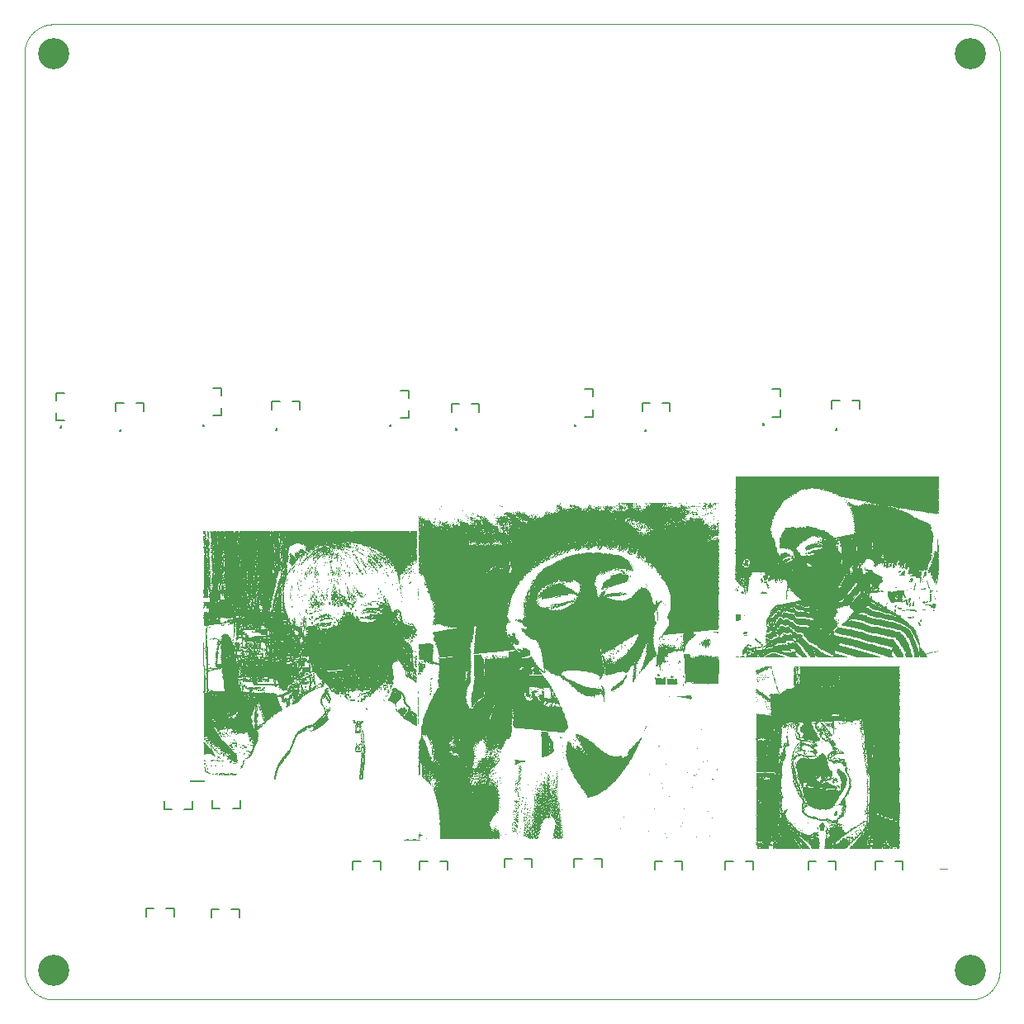
<source format=gbo>
G04 EAGLE Gerber RS-274X export*
G75*
%MOMM*%
%FSLAX34Y34*%
%LPD*%
%INSilk bottom*%
%IPPOS*%
%AMOC8*
5,1,8,0,0,1.08239X$1,22.5*%
G01*
%ADD10C,0.000000*%
%ADD11C,3.200000*%
%ADD12R,0.889000X0.025400*%
%ADD13R,0.050800X0.025400*%
%ADD14R,0.101600X0.025400*%
%ADD15R,0.127000X0.025400*%
%ADD16R,0.355600X0.025400*%
%ADD17R,0.076200X0.025400*%
%ADD18R,0.025400X0.025400*%
%ADD19R,0.304800X0.025400*%
%ADD20R,1.981200X0.025400*%
%ADD21R,0.457200X0.025400*%
%ADD22R,0.533400X0.025400*%
%ADD23R,0.508000X0.025400*%
%ADD24R,3.073400X0.025400*%
%ADD25R,2.362200X0.025400*%
%ADD26R,0.330200X0.025400*%
%ADD27R,0.685800X0.025400*%
%ADD28R,0.635000X0.025400*%
%ADD29R,0.431800X0.025400*%
%ADD30R,0.406400X0.025400*%
%ADD31R,0.279400X0.025400*%
%ADD32R,0.152400X0.025400*%
%ADD33R,1.879600X0.025400*%
%ADD34R,3.022600X0.025400*%
%ADD35R,0.711200X0.025400*%
%ADD36R,0.609600X0.025400*%
%ADD37R,0.381000X0.025400*%
%ADD38R,0.177800X0.025400*%
%ADD39R,0.228600X0.025400*%
%ADD40R,1.778000X0.025400*%
%ADD41R,0.584200X0.025400*%
%ADD42R,0.254000X0.025400*%
%ADD43R,1.524000X0.025400*%
%ADD44R,1.320800X0.025400*%
%ADD45R,0.203200X0.025400*%
%ADD46R,1.701800X0.025400*%
%ADD47R,1.219200X0.025400*%
%ADD48R,2.336800X0.025400*%
%ADD49R,0.736600X0.025400*%
%ADD50R,1.549400X0.025400*%
%ADD51R,0.558800X0.025400*%
%ADD52R,1.295400X0.025400*%
%ADD53R,1.092200X0.025400*%
%ADD54R,0.762000X0.025400*%
%ADD55R,0.482600X0.025400*%
%ADD56R,1.422400X0.025400*%
%ADD57R,0.812800X0.025400*%
%ADD58R,1.244600X0.025400*%
%ADD59R,0.990600X0.025400*%
%ADD60R,0.863600X0.025400*%
%ADD61R,2.311400X0.025400*%
%ADD62R,1.193800X0.025400*%
%ADD63R,1.041400X0.025400*%
%ADD64R,0.787400X0.025400*%
%ADD65R,1.117600X0.025400*%
%ADD66R,0.914400X0.025400*%
%ADD67R,1.143000X0.025400*%
%ADD68R,1.066800X0.025400*%
%ADD69R,0.965200X0.025400*%
%ADD70R,0.660400X0.025400*%
%ADD71R,1.016000X0.025400*%
%ADD72R,1.168400X0.025400*%
%ADD73R,1.346200X0.025400*%
%ADD74R,0.838200X0.025400*%
%ADD75R,1.270000X0.025400*%
%ADD76R,1.600200X0.025400*%
%ADD77R,1.625600X0.025400*%
%ADD78R,1.651000X0.025400*%
%ADD79R,1.727200X0.025400*%
%ADD80R,1.803400X0.025400*%
%ADD81R,1.498600X0.025400*%
%ADD82R,1.955800X0.025400*%
%ADD83R,2.387600X0.025400*%
%ADD84R,2.057400X0.025400*%
%ADD85R,2.184400X0.025400*%
%ADD86R,0.939800X0.025400*%
%ADD87R,2.133600X0.025400*%
%ADD88R,2.235200X0.025400*%
%ADD89R,1.574800X0.025400*%
%ADD90R,2.438400X0.025400*%
%ADD91R,3.454400X0.025400*%
%ADD92R,2.489200X0.025400*%
%ADD93R,3.429000X0.025400*%
%ADD94R,2.616200X0.025400*%
%ADD95R,3.378200X0.025400*%
%ADD96R,3.352800X0.025400*%
%ADD97R,3.302000X0.025400*%
%ADD98R,2.590800X0.025400*%
%ADD99R,2.286000X0.025400*%
%ADD100R,3.276600X0.025400*%
%ADD101R,2.565400X0.025400*%
%ADD102R,3.251200X0.025400*%
%ADD103R,2.514600X0.025400*%
%ADD104R,3.200400X0.025400*%
%ADD105R,3.124200X0.025400*%
%ADD106R,3.048000X0.025400*%
%ADD107R,2.997200X0.025400*%
%ADD108R,2.463800X0.025400*%
%ADD109R,2.921000X0.025400*%
%ADD110R,2.844800X0.025400*%
%ADD111R,2.641600X0.025400*%
%ADD112R,2.794000X0.025400*%
%ADD113R,2.743200X0.025400*%
%ADD114R,2.413000X0.025400*%
%ADD115R,2.260600X0.025400*%
%ADD116R,2.540000X0.025400*%
%ADD117R,1.752600X0.025400*%
%ADD118R,1.828800X0.025400*%
%ADD119R,2.717800X0.025400*%
%ADD120R,1.905000X0.025400*%
%ADD121R,5.359400X0.025400*%
%ADD122R,2.006600X0.025400*%
%ADD123R,5.334000X0.025400*%
%ADD124R,2.082800X0.025400*%
%ADD125R,5.257800X0.025400*%
%ADD126R,5.283200X0.025400*%
%ADD127R,5.232400X0.025400*%
%ADD128R,5.181600X0.025400*%
%ADD129R,2.692400X0.025400*%
%ADD130R,5.105400X0.025400*%
%ADD131R,5.003800X0.025400*%
%ADD132R,2.870200X0.025400*%
%ADD133R,4.953000X0.025400*%
%ADD134R,2.946400X0.025400*%
%ADD135R,2.108200X0.025400*%
%ADD136R,4.876800X0.025400*%
%ADD137R,4.775200X0.025400*%
%ADD138R,4.673600X0.025400*%
%ADD139R,4.597400X0.025400*%
%ADD140R,2.768600X0.025400*%
%ADD141R,4.546600X0.025400*%
%ADD142R,4.495800X0.025400*%
%ADD143R,4.419600X0.025400*%
%ADD144R,4.292600X0.025400*%
%ADD145R,1.371600X0.025400*%
%ADD146R,4.165600X0.025400*%
%ADD147R,1.397000X0.025400*%
%ADD148R,4.038600X0.025400*%
%ADD149R,2.159000X0.025400*%
%ADD150R,3.937000X0.025400*%
%ADD151R,3.860800X0.025400*%
%ADD152R,3.784600X0.025400*%
%ADD153R,3.733800X0.025400*%
%ADD154R,3.606800X0.025400*%
%ADD155R,3.530600X0.025400*%
%ADD156R,1.447800X0.025400*%
%ADD157R,2.667000X0.025400*%
%ADD158R,2.819400X0.025400*%
%ADD159R,3.149600X0.025400*%
%ADD160R,3.175000X0.025400*%
%ADD161R,2.895600X0.025400*%
%ADD162R,1.473200X0.025400*%
%ADD163R,1.854200X0.025400*%
%ADD164R,1.676400X0.025400*%
%ADD165R,1.930400X0.025400*%
%ADD166R,2.032000X0.025400*%
%ADD167R,3.657600X0.025400*%
%ADD168R,3.810000X0.025400*%
%ADD169R,4.013200X0.025400*%
%ADD170R,4.089400X0.025400*%
%ADD171R,2.209800X0.025400*%
%ADD172R,4.191000X0.025400*%
%ADD173R,4.241800X0.025400*%
%ADD174R,4.267200X0.025400*%
%ADD175R,4.318000X0.025400*%
%ADD176R,3.987800X0.025400*%
%ADD177R,3.835400X0.025400*%
%ADD178R,3.886200X0.025400*%
%ADD179R,4.064000X0.025400*%
%ADD180R,4.724400X0.025400*%
%ADD181R,5.130800X0.025400*%
%ADD182R,7.772400X0.025400*%
%ADD183R,6.299200X0.025400*%
%ADD184R,7.823200X0.025400*%
%ADD185R,8.534400X0.025400*%
%ADD186R,5.080000X0.025400*%
%ADD187R,3.581400X0.025400*%
%ADD188R,4.140200X0.025400*%
%ADD189R,4.343400X0.025400*%
%ADD190R,4.394200X0.025400*%
%ADD191R,4.470400X0.025400*%
%ADD192R,5.511800X0.025400*%
%ADD193R,5.562600X0.025400*%
%ADD194R,5.638800X0.025400*%
%ADD195R,5.689600X0.025400*%
%ADD196R,5.740400X0.025400*%
%ADD197R,5.765800X0.025400*%
%ADD198R,5.791200X0.025400*%
%ADD199R,5.867400X0.025400*%
%ADD200R,6.045200X0.025400*%
%ADD201R,5.384800X0.025400*%
%ADD202R,5.461000X0.025400*%
%ADD203R,5.486400X0.025400*%
%ADD204R,5.410200X0.025400*%
%ADD205R,5.435600X0.025400*%
%ADD206R,5.613400X0.025400*%
%ADD207R,6.019800X0.025400*%
%ADD208R,6.070600X0.025400*%
%ADD209R,5.994400X0.025400*%
%ADD210R,6.146800X0.025400*%
%ADD211R,6.172200X0.025400*%
%ADD212R,4.902200X0.025400*%
%ADD213R,4.927600X0.025400*%
%ADD214R,5.029200X0.025400*%
%ADD215R,5.054600X0.025400*%
%ADD216R,5.156200X0.025400*%
%ADD217R,5.207000X0.025400*%
%ADD218R,5.308600X0.025400*%
%ADD219R,5.664200X0.025400*%
%ADD220R,5.816600X0.025400*%
%ADD221R,5.892800X0.025400*%
%ADD222R,3.962400X0.025400*%
%ADD223R,5.969000X0.025400*%
%ADD224R,3.911600X0.025400*%
%ADD225R,7.620000X0.025400*%
%ADD226R,7.645400X0.025400*%
%ADD227R,7.670800X0.025400*%
%ADD228R,3.759200X0.025400*%
%ADD229R,7.543800X0.025400*%
%ADD230R,7.696200X0.025400*%
%ADD231R,3.556000X0.025400*%
%ADD232R,3.479800X0.025400*%
%ADD233R,7.747000X0.025400*%
%ADD234R,3.403600X0.025400*%
%ADD235R,7.797800X0.025400*%
%ADD236R,8.229600X0.025400*%
%ADD237R,8.280400X0.025400*%
%ADD238R,8.305800X0.025400*%
%ADD239R,8.331200X0.025400*%
%ADD240R,8.356600X0.025400*%
%ADD241R,8.763000X0.025400*%
%ADD242R,8.407400X0.025400*%
%ADD243R,8.737600X0.025400*%
%ADD244R,8.432800X0.025400*%
%ADD245R,8.509000X0.025400*%
%ADD246R,8.839200X0.025400*%
%ADD247R,8.915400X0.025400*%
%ADD248R,5.715000X0.025400*%
%ADD249R,5.842000X0.025400*%
%ADD250R,11.684000X0.025400*%
%ADD251R,11.709400X0.025400*%
%ADD252R,11.734800X0.025400*%
%ADD253R,7.340600X0.025400*%
%ADD254R,7.289800X0.025400*%
%ADD255R,6.096000X0.025400*%
%ADD256R,4.216400X0.025400*%
%ADD257R,2.971800X0.025400*%
%ADD258R,5.918200X0.025400*%
%ADD259R,3.098800X0.025400*%
%ADD260R,3.632200X0.025400*%
%ADD261R,4.978400X0.025400*%
%ADD262R,4.521200X0.025400*%
%ADD263R,6.350000X0.025400*%
%ADD264R,4.851400X0.025400*%
%ADD265R,4.622800X0.025400*%
%ADD266R,3.327400X0.025400*%
%ADD267R,4.826000X0.025400*%
%ADD268R,8.890000X0.025400*%
%ADD269R,4.445000X0.025400*%
%ADD270R,4.572000X0.025400*%
%ADD271R,4.368800X0.025400*%
%ADD272R,11.938000X0.025400*%
%ADD273R,9.220200X0.025400*%
%ADD274R,9.245600X0.025400*%
%ADD275R,6.121400X0.025400*%
%ADD276R,3.225800X0.025400*%
%ADD277R,6.197600X0.025400*%
%ADD278R,9.296400X0.025400*%
%ADD279R,9.017000X0.025400*%
%ADD280R,9.093200X0.025400*%
%ADD281R,8.940800X0.025400*%
%ADD282R,8.864600X0.025400*%
%ADD283R,8.813800X0.025400*%
%ADD284R,8.712200X0.025400*%
%ADD285R,8.204200X0.025400*%
%ADD286R,8.178800X0.025400*%
%ADD287R,9.525000X0.025400*%
%ADD288R,9.372600X0.025400*%
%ADD289R,3.708400X0.025400*%
%ADD290R,8.153400X0.025400*%
%ADD291R,3.683000X0.025400*%
%ADD292R,8.051800X0.025400*%
%ADD293R,8.001000X0.025400*%
%ADD294R,4.800600X0.025400*%
%ADD295R,7.899400X0.025400*%
%ADD296R,4.699000X0.025400*%
%ADD297R,7.874000X0.025400*%
%ADD298R,7.924800X0.025400*%
%ADD299R,7.848600X0.025400*%
%ADD300R,7.721600X0.025400*%
%ADD301R,7.594600X0.025400*%
%ADD302R,7.569200X0.025400*%
%ADD303R,7.315200X0.025400*%
%ADD304R,7.493000X0.025400*%
%ADD305R,7.264400X0.025400*%
%ADD306R,7.112000X0.025400*%
%ADD307R,7.162800X0.025400*%
%ADD308R,7.239000X0.025400*%
%ADD309R,7.137400X0.025400*%
%ADD310R,7.086600X0.025400*%
%ADD311R,7.061200X0.025400*%
%ADD312R,6.908800X0.025400*%
%ADD313R,6.883400X0.025400*%
%ADD314R,6.756400X0.025400*%
%ADD315R,6.705600X0.025400*%
%ADD316R,6.654800X0.025400*%
%ADD317R,6.629400X0.025400*%
%ADD318R,6.578600X0.025400*%
%ADD319R,6.426200X0.025400*%
%ADD320R,6.400800X0.025400*%
%ADD321R,6.273800X0.025400*%
%ADD322R,6.223000X0.025400*%
%ADD323R,5.943600X0.025400*%
%ADD324R,5.537200X0.025400*%
%ADD325R,4.114800X0.025400*%
%ADD326R,4.648200X0.025400*%
%ADD327R,6.324600X0.025400*%
%ADD328R,4.749800X0.025400*%
%ADD329R,6.375400X0.025400*%
%ADD330R,6.502400X0.025400*%
%ADD331R,6.858000X0.025400*%
%ADD332R,7.010400X0.025400*%
%ADD333R,7.442200X0.025400*%
%ADD334R,8.483600X0.025400*%
%ADD335R,8.610600X0.025400*%
%ADD336R,8.661400X0.025400*%
%ADD337R,8.991600X0.025400*%
%ADD338R,9.398000X0.025400*%
%ADD339R,9.626600X0.025400*%
%ADD340R,9.829800X0.025400*%
%ADD341R,9.855200X0.025400*%
%ADD342R,9.804400X0.025400*%
%ADD343R,9.779000X0.025400*%
%ADD344R,10.312400X0.025400*%
%ADD345R,10.287000X0.025400*%
%ADD346R,10.185400X0.025400*%
%ADD347R,10.490200X0.025400*%
%ADD348R,10.668000X0.025400*%
%ADD349R,10.414000X0.025400*%
%ADD350R,10.744200X0.025400*%
%ADD351R,10.795000X0.025400*%
%ADD352R,10.769600X0.025400*%
%ADD353R,10.998200X0.025400*%
%ADD354R,11.074400X0.025400*%
%ADD355R,11.049000X0.025400*%
%ADD356R,10.922000X0.025400*%
%ADD357R,11.252200X0.025400*%
%ADD358R,11.226800X0.025400*%
%ADD359R,11.176000X0.025400*%
%ADD360R,11.455400X0.025400*%
%ADD361R,6.553200X0.025400*%
%ADD362R,11.404600X0.025400*%
%ADD363R,6.604000X0.025400*%
%ADD364R,11.506200X0.025400*%
%ADD365R,6.527800X0.025400*%
%ADD366R,11.760200X0.025400*%
%ADD367R,6.781800X0.025400*%
%ADD368R,11.836400X0.025400*%
%ADD369R,11.811000X0.025400*%
%ADD370R,7.416800X0.025400*%
%ADD371R,12.319000X0.025400*%
%ADD372R,12.522200X0.025400*%
%ADD373R,8.255000X0.025400*%
%ADD374R,20.802600X0.025400*%
%ADD375R,3.505200X0.025400*%
%ADD376R,9.347200X0.025400*%
%ADD377R,6.680200X0.025400*%
%ADD378R,5.588000X0.025400*%
%ADD379R,6.731000X0.025400*%
%ADD380R,6.985000X0.025400*%
%ADD381R,6.959600X0.025400*%
%ADD382R,7.518400X0.025400*%
%ADD383R,7.391400X0.025400*%
%ADD384R,7.366000X0.025400*%
%ADD385R,9.321800X0.025400*%
%ADD386R,13.131800X0.025400*%
%ADD387R,13.157200X0.025400*%
%ADD388R,13.182600X0.025400*%
%ADD389R,6.248400X0.025400*%
%ADD390R,13.208000X0.025400*%
%ADD391R,13.233400X0.025400*%
%ADD392R,13.258800X0.025400*%
%ADD393R,13.309600X0.025400*%
%ADD394R,13.360400X0.025400*%
%ADD395R,13.411200X0.025400*%
%ADD396R,13.436600X0.025400*%
%ADD397R,13.487400X0.025400*%
%ADD398R,13.563600X0.025400*%
%ADD399R,12.268200X0.025400*%
%ADD400R,12.217400X0.025400*%
%ADD401R,12.192000X0.025400*%
%ADD402R,12.141200X0.025400*%
%ADD403R,12.090400X0.025400*%
%ADD404R,12.065000X0.025400*%
%ADD405R,12.014200X0.025400*%
%ADD406R,11.988800X0.025400*%
%ADD407R,11.963400X0.025400*%
%ADD408R,11.887200X0.025400*%
%ADD409R,11.785600X0.025400*%
%ADD410R,11.607800X0.025400*%
%ADD411R,11.633200X0.025400*%
%ADD412R,8.966200X0.025400*%
%ADD413R,8.102600X0.025400*%
%ADD414R,7.467600X0.025400*%
%ADD415R,10.236200X0.025400*%
%ADD416R,9.956800X0.025400*%
%ADD417R,10.109200X0.025400*%
%ADD418R,6.451600X0.025400*%
%ADD419R,6.477000X0.025400*%
%ADD420R,9.271000X0.025400*%
%ADD421R,9.194800X0.025400*%
%ADD422R,9.169400X0.025400*%
%ADD423R,9.144000X0.025400*%
%ADD424R,6.832600X0.025400*%
%ADD425R,6.807200X0.025400*%
%ADD426R,7.035800X0.025400*%
%ADD427R,7.975600X0.025400*%
%ADD428R,7.213600X0.025400*%
%ADD429R,7.188200X0.025400*%
%ADD430R,8.458200X0.025400*%
%ADD431R,8.585200X0.025400*%
%ADD432R,8.686800X0.025400*%
%ADD433R,9.042400X0.025400*%
%ADD434R,9.550400X0.025400*%
%ADD435R,9.931400X0.025400*%
%ADD436R,10.083800X0.025400*%
%ADD437R,10.160000X0.025400*%
%ADD438R,10.363200X0.025400*%
%ADD439R,10.439400X0.025400*%
%ADD440R,10.464800X0.025400*%
%ADD441R,10.591800X0.025400*%
%ADD442R,10.642600X0.025400*%
%ADD443R,10.820400X0.025400*%
%ADD444R,10.947400X0.025400*%
%ADD445R,11.150600X0.025400*%
%ADD446R,11.277600X0.025400*%
%ADD447R,11.353800X0.025400*%
%ADD448R,13.385800X0.025400*%
%ADD449R,13.462000X0.025400*%
%ADD450R,13.512800X0.025400*%
%ADD451R,13.538200X0.025400*%
%ADD452R,13.614400X0.025400*%
%ADD453R,13.081000X0.025400*%
%ADD454R,13.055600X0.025400*%
%ADD455R,13.106400X0.025400*%
%ADD456R,12.903200X0.025400*%
%ADD457R,12.750800X0.025400*%
%ADD458R,13.004800X0.025400*%
%ADD459R,13.284200X0.025400*%
%ADD460R,13.639800X0.025400*%
%ADD461R,13.589000X0.025400*%
%ADD462R,13.792200X0.025400*%
%ADD463R,14.020800X0.025400*%
%ADD464R,12.293600X0.025400*%
%ADD465R,12.242800X0.025400*%
%ADD466R,10.033000X0.025400*%
%ADD467R,9.448800X0.025400*%
%ADD468R,9.423400X0.025400*%
%ADD469R,9.067800X0.025400*%
%ADD470R,9.118600X0.025400*%
%ADD471R,8.559800X0.025400*%
%ADD472R,8.077200X0.025400*%
%ADD473R,8.026400X0.025400*%
%ADD474R,8.128000X0.025400*%
%ADD475R,8.382000X0.025400*%
%ADD476R,8.636000X0.025400*%
%ADD477R,9.474200X0.025400*%
%ADD478R,9.575800X0.025400*%
%ADD479R,9.601200X0.025400*%
%ADD480R,9.702800X0.025400*%
%ADD481R,9.677400X0.025400*%
%ADD482R,9.499600X0.025400*%
%ADD483R,9.906000X0.025400*%
%ADD484R,10.210800X0.025400*%
%ADD485R,8.788400X0.025400*%
%ADD486R,7.950200X0.025400*%
%ADD487R,6.934200X0.025400*%
%ADD488R,11.201400X0.025400*%
%ADD489R,11.912600X0.025400*%
%ADD490R,12.446000X0.025400*%
%ADD491R,11.557000X0.025400*%
%ADD492R,12.674600X0.025400*%
%ADD493R,12.827000X0.025400*%
%ADD494R,12.623800X0.025400*%
%ADD495R,13.741400X0.025400*%
%ADD496R,13.766800X0.025400*%
%ADD497R,14.401800X0.025400*%
%ADD498R,16.179800X0.025400*%
%ADD499R,11.303000X0.025400*%
%ADD500R,10.845800X0.025400*%
%ADD501R,10.541000X0.025400*%
%ADD502R,9.753600X0.025400*%
%ADD503R,9.652000X0.025400*%
%ADD504R,12.420600X0.025400*%
%ADD505R,12.496800X0.025400*%
%ADD506R,12.776200X0.025400*%
%ADD507R,12.801600X0.025400*%
%ADD508C,0.200000*%
%ADD509C,0.152400*%
%ADD510C,0.200000*%


D10*
X30000Y0D02*
X970000Y0D01*
X1000000Y30000D02*
X1000000Y970000D01*
X970000Y1000000D02*
X30000Y1000000D01*
X0Y970000D02*
X0Y30000D01*
X9Y29275D01*
X35Y28551D01*
X79Y27827D01*
X140Y27105D01*
X219Y26384D01*
X315Y25665D01*
X428Y24949D01*
X559Y24236D01*
X707Y23526D01*
X872Y22821D01*
X1054Y22119D01*
X1253Y21422D01*
X1468Y20729D01*
X1701Y20043D01*
X1950Y19362D01*
X2215Y18687D01*
X2496Y18019D01*
X2794Y17358D01*
X3107Y16704D01*
X3436Y16058D01*
X3781Y15420D01*
X4141Y14791D01*
X4516Y14171D01*
X4906Y13560D01*
X5310Y12958D01*
X5729Y12366D01*
X6163Y11785D01*
X6610Y11214D01*
X7071Y10655D01*
X7545Y10106D01*
X8032Y9570D01*
X8532Y9045D01*
X9045Y8532D01*
X9570Y8032D01*
X10106Y7545D01*
X10655Y7071D01*
X11214Y6610D01*
X11785Y6163D01*
X12366Y5729D01*
X12958Y5310D01*
X13560Y4906D01*
X14171Y4516D01*
X14791Y4141D01*
X15420Y3781D01*
X16058Y3436D01*
X16704Y3107D01*
X17358Y2794D01*
X18019Y2496D01*
X18687Y2215D01*
X19362Y1950D01*
X20043Y1701D01*
X20729Y1468D01*
X21422Y1253D01*
X22119Y1054D01*
X22821Y872D01*
X23526Y707D01*
X24236Y559D01*
X24949Y428D01*
X25665Y315D01*
X26384Y219D01*
X27105Y140D01*
X27827Y79D01*
X28551Y35D01*
X29275Y9D01*
X30000Y0D01*
X0Y970000D02*
X9Y970725D01*
X35Y971449D01*
X79Y972173D01*
X140Y972895D01*
X219Y973616D01*
X315Y974335D01*
X428Y975051D01*
X559Y975764D01*
X707Y976474D01*
X872Y977179D01*
X1054Y977881D01*
X1253Y978578D01*
X1468Y979271D01*
X1701Y979957D01*
X1950Y980638D01*
X2215Y981313D01*
X2496Y981981D01*
X2794Y982642D01*
X3107Y983296D01*
X3436Y983942D01*
X3781Y984580D01*
X4141Y985209D01*
X4516Y985829D01*
X4906Y986440D01*
X5310Y987042D01*
X5729Y987634D01*
X6163Y988215D01*
X6610Y988786D01*
X7071Y989345D01*
X7545Y989894D01*
X8032Y990430D01*
X8532Y990955D01*
X9045Y991468D01*
X9570Y991968D01*
X10106Y992455D01*
X10655Y992929D01*
X11214Y993390D01*
X11785Y993837D01*
X12366Y994271D01*
X12958Y994690D01*
X13560Y995094D01*
X14171Y995484D01*
X14791Y995859D01*
X15420Y996219D01*
X16058Y996564D01*
X16704Y996893D01*
X17358Y997206D01*
X18019Y997504D01*
X18687Y997785D01*
X19362Y998050D01*
X20043Y998299D01*
X20729Y998532D01*
X21422Y998747D01*
X22119Y998946D01*
X22821Y999128D01*
X23526Y999293D01*
X24236Y999441D01*
X24949Y999572D01*
X25665Y999685D01*
X26384Y999781D01*
X27105Y999860D01*
X27827Y999921D01*
X28551Y999965D01*
X29275Y999991D01*
X30000Y1000000D01*
X970000Y1000000D02*
X970725Y999991D01*
X971449Y999965D01*
X972173Y999921D01*
X972895Y999860D01*
X973616Y999781D01*
X974335Y999685D01*
X975051Y999572D01*
X975764Y999441D01*
X976474Y999293D01*
X977179Y999128D01*
X977881Y998946D01*
X978578Y998747D01*
X979271Y998532D01*
X979957Y998299D01*
X980638Y998050D01*
X981313Y997785D01*
X981981Y997504D01*
X982642Y997206D01*
X983296Y996893D01*
X983942Y996564D01*
X984580Y996219D01*
X985209Y995859D01*
X985829Y995484D01*
X986440Y995094D01*
X987042Y994690D01*
X987634Y994271D01*
X988215Y993837D01*
X988786Y993390D01*
X989345Y992929D01*
X989894Y992455D01*
X990430Y991968D01*
X990955Y991468D01*
X991468Y990955D01*
X991968Y990430D01*
X992455Y989894D01*
X992929Y989345D01*
X993390Y988786D01*
X993837Y988215D01*
X994271Y987634D01*
X994690Y987042D01*
X995094Y986440D01*
X995484Y985829D01*
X995859Y985209D01*
X996219Y984580D01*
X996564Y983942D01*
X996893Y983296D01*
X997206Y982642D01*
X997504Y981981D01*
X997785Y981313D01*
X998050Y980638D01*
X998299Y979957D01*
X998532Y979271D01*
X998747Y978578D01*
X998946Y977881D01*
X999128Y977179D01*
X999293Y976474D01*
X999441Y975764D01*
X999572Y975051D01*
X999685Y974335D01*
X999781Y973616D01*
X999860Y972895D01*
X999921Y972173D01*
X999965Y971449D01*
X999991Y970725D01*
X1000000Y970000D01*
X1000000Y30000D02*
X999991Y29275D01*
X999965Y28551D01*
X999921Y27827D01*
X999860Y27105D01*
X999781Y26384D01*
X999685Y25665D01*
X999572Y24949D01*
X999441Y24236D01*
X999293Y23526D01*
X999128Y22821D01*
X998946Y22119D01*
X998747Y21422D01*
X998532Y20729D01*
X998299Y20043D01*
X998050Y19362D01*
X997785Y18687D01*
X997504Y18019D01*
X997206Y17358D01*
X996893Y16704D01*
X996564Y16058D01*
X996219Y15420D01*
X995859Y14791D01*
X995484Y14171D01*
X995094Y13560D01*
X994690Y12958D01*
X994271Y12366D01*
X993837Y11785D01*
X993390Y11214D01*
X992929Y10655D01*
X992455Y10106D01*
X991968Y9570D01*
X991468Y9045D01*
X990955Y8532D01*
X990430Y8032D01*
X989894Y7545D01*
X989345Y7071D01*
X988786Y6610D01*
X988215Y6163D01*
X987634Y5729D01*
X987042Y5310D01*
X986440Y4906D01*
X985829Y4516D01*
X985209Y4141D01*
X984580Y3781D01*
X983942Y3436D01*
X983296Y3107D01*
X982642Y2794D01*
X981981Y2496D01*
X981313Y2215D01*
X980638Y1950D01*
X979957Y1701D01*
X979271Y1468D01*
X978578Y1253D01*
X977881Y1054D01*
X977179Y872D01*
X976474Y707D01*
X975764Y559D01*
X975051Y428D01*
X974335Y315D01*
X973616Y219D01*
X972895Y140D01*
X972173Y79D01*
X971449Y35D01*
X970725Y9D01*
X970000Y0D01*
D11*
X30000Y30000D03*
X30000Y970000D03*
X970000Y30000D03*
X970000Y970000D03*
D12*
X942500Y133096D03*
D13*
X740443Y350774D03*
D14*
X741459Y350774D03*
D15*
X742856Y350774D03*
D16*
X747047Y350774D03*
D17*
X750476Y350774D03*
D18*
X751238Y350774D03*
D17*
X753270Y350774D03*
X754540Y350774D03*
D19*
X756699Y350774D03*
D20*
X769399Y350774D03*
D21*
X787687Y350774D03*
D16*
X792005Y350774D03*
D22*
X799752Y350774D03*
D23*
X808515Y350774D03*
D24*
X828708Y350774D03*
D25*
X865538Y350774D03*
D26*
X889160Y350774D03*
D27*
X898050Y350774D03*
D28*
X907194Y350774D03*
D29*
X915068Y350774D03*
D15*
X918624Y350774D03*
X920148Y350774D03*
D30*
X923577Y350774D03*
D31*
X731172Y351028D03*
D21*
X736125Y351028D03*
D13*
X740443Y351028D03*
D14*
X741459Y351028D03*
D15*
X742856Y351028D03*
D30*
X747301Y351028D03*
D32*
X750349Y351028D03*
D13*
X753397Y351028D03*
D17*
X754540Y351028D03*
D26*
X756826Y351028D03*
D33*
X769145Y351028D03*
D23*
X787433Y351028D03*
D19*
X791751Y351028D03*
D23*
X799625Y351028D03*
X808515Y351028D03*
D34*
X828200Y351028D03*
D25*
X864522Y351028D03*
D21*
X888271Y351028D03*
D35*
X897923Y351028D03*
D36*
X907067Y351028D03*
D29*
X915068Y351028D03*
D15*
X918624Y351028D03*
D13*
X919767Y351028D03*
D14*
X920783Y351028D03*
D26*
X923958Y351028D03*
D37*
X736760Y351282D03*
D38*
X741078Y351282D03*
D15*
X742856Y351282D03*
D13*
X744761Y351282D03*
D17*
X745650Y351282D03*
D29*
X748444Y351282D03*
D18*
X750984Y351282D03*
D17*
X754540Y351282D03*
D39*
X757334Y351282D03*
D40*
X769145Y351282D03*
D41*
X787052Y351282D03*
D42*
X791497Y351282D03*
D22*
X799498Y351282D03*
D23*
X808261Y351282D03*
D43*
X820453Y351282D03*
D44*
X835693Y351282D03*
D25*
X863760Y351282D03*
D23*
X887763Y351282D03*
D35*
X897923Y351282D03*
D36*
X907067Y351282D03*
D29*
X915068Y351282D03*
D15*
X918624Y351282D03*
D13*
X919767Y351282D03*
X920529Y351282D03*
D45*
X922053Y351282D03*
D32*
X924593Y351282D03*
D15*
X736252Y351536D03*
D13*
X737649Y351536D03*
D37*
X741840Y351536D03*
D18*
X744634Y351536D03*
D14*
X745523Y351536D03*
D18*
X747174Y351536D03*
D31*
X749206Y351536D03*
D32*
X751619Y351536D03*
D17*
X754286Y351536D03*
D39*
X757588Y351536D03*
D46*
X769018Y351536D03*
D28*
X786544Y351536D03*
D45*
X791243Y351536D03*
D22*
X799244Y351536D03*
X808134Y351536D03*
D44*
X818929Y351536D03*
D18*
X826930Y351536D03*
D47*
X835439Y351536D03*
D48*
X863125Y351536D03*
D41*
X887382Y351536D03*
D49*
X897796Y351536D03*
D36*
X907067Y351536D03*
D29*
X915068Y351536D03*
D15*
X918624Y351536D03*
D13*
X919767Y351536D03*
D37*
X922180Y351536D03*
D13*
X924847Y351536D03*
D30*
X741713Y351790D03*
D18*
X744634Y351790D03*
D17*
X745396Y351790D03*
D18*
X746412Y351790D03*
D42*
X749333Y351790D03*
D37*
X752762Y351790D03*
D39*
X757588Y351790D03*
D50*
X769018Y351790D03*
D49*
X786290Y351790D03*
D38*
X791116Y351790D03*
D22*
X798990Y351790D03*
D51*
X808007Y351790D03*
D52*
X818548Y351790D03*
D53*
X835058Y351790D03*
D25*
X862236Y351790D03*
D28*
X886874Y351790D03*
D54*
X897669Y351790D03*
D36*
X907067Y351790D03*
D21*
X914941Y351790D03*
D45*
X919005Y351790D03*
D55*
X922688Y351790D03*
D38*
X740824Y352044D03*
D39*
X743110Y352044D03*
D13*
X745523Y352044D03*
D18*
X746412Y352044D03*
D14*
X748571Y352044D03*
D17*
X750222Y352044D03*
D55*
X753270Y352044D03*
D13*
X756191Y352044D03*
D39*
X757842Y352044D03*
D56*
X768637Y352044D03*
D57*
X785909Y352044D03*
D15*
X790862Y352044D03*
D51*
X798863Y352044D03*
D41*
X807880Y352044D03*
D58*
X818294Y352044D03*
D59*
X834550Y352044D03*
D48*
X861347Y352044D03*
D35*
X886239Y352044D03*
D49*
X897542Y352044D03*
D28*
X906940Y352044D03*
D21*
X914941Y352044D03*
D38*
X918878Y352044D03*
D55*
X922688Y352044D03*
D32*
X740951Y352298D03*
D42*
X743237Y352298D03*
D17*
X745396Y352298D03*
D14*
X746793Y352298D03*
D15*
X748444Y352298D03*
D17*
X750222Y352298D03*
D13*
X751111Y352298D03*
D30*
X754413Y352298D03*
D42*
X757969Y352298D03*
D44*
X768637Y352298D03*
D60*
X785655Y352298D03*
D14*
X790735Y352298D03*
D51*
X798609Y352298D03*
D41*
X807880Y352298D03*
D47*
X817913Y352298D03*
D12*
X834042Y352298D03*
D61*
X860458Y352298D03*
D49*
X885858Y352298D03*
D54*
X897415Y352298D03*
D36*
X906813Y352298D03*
D21*
X914941Y352298D03*
D14*
X918497Y352298D03*
D13*
X919513Y352298D03*
D29*
X922688Y352298D03*
D32*
X740951Y352552D03*
D18*
X742094Y352552D03*
X743110Y352552D03*
D45*
X744507Y352552D03*
D15*
X746666Y352552D03*
X748444Y352552D03*
D17*
X750222Y352552D03*
D15*
X754286Y352552D03*
D29*
X757334Y352552D03*
D62*
X768510Y352552D03*
D63*
X785782Y352552D03*
D51*
X798355Y352552D03*
D36*
X807753Y352552D03*
D62*
X817532Y352552D03*
D54*
X833661Y352552D03*
D61*
X859696Y352552D03*
D57*
X885223Y352552D03*
D64*
X897288Y352552D03*
D36*
X906813Y352552D03*
D21*
X914941Y352552D03*
D38*
X918878Y352552D03*
D29*
X922688Y352552D03*
D32*
X740951Y352806D03*
D18*
X742094Y352806D03*
D17*
X745142Y352806D03*
D14*
X746539Y352806D03*
D32*
X748571Y352806D03*
D17*
X750222Y352806D03*
D15*
X754286Y352806D03*
D18*
X755302Y352806D03*
D29*
X757842Y352806D03*
D63*
X768764Y352806D03*
D53*
X785274Y352806D03*
D51*
X798101Y352806D03*
D28*
X807626Y352806D03*
D65*
X816897Y352806D03*
D35*
X833407Y352806D03*
D25*
X858680Y352806D03*
D60*
X884969Y352806D03*
D64*
X897034Y352806D03*
D28*
X906686Y352806D03*
D29*
X914814Y352806D03*
D14*
X918497Y352806D03*
D17*
X919640Y352806D03*
D29*
X922688Y352806D03*
D18*
X736760Y353060D03*
D32*
X740951Y353060D03*
D18*
X742094Y353060D03*
D13*
X745269Y353060D03*
D14*
X746539Y353060D03*
D19*
X749079Y353060D03*
D18*
X750984Y353060D03*
D15*
X754286Y353060D03*
D30*
X758223Y353060D03*
D66*
X768637Y353060D03*
D67*
X785020Y353060D03*
D41*
X797974Y353060D03*
D28*
X807626Y353060D03*
D68*
X816643Y353060D03*
D41*
X833026Y353060D03*
D61*
X857918Y353060D03*
D69*
X884207Y353060D03*
D64*
X897034Y353060D03*
D41*
X906686Y353060D03*
D21*
X914941Y353060D03*
D15*
X918370Y353060D03*
D13*
X919767Y353060D03*
D29*
X922688Y353060D03*
D17*
X737014Y353314D03*
D45*
X741205Y353314D03*
D17*
X745142Y353314D03*
D26*
X748952Y353314D03*
D18*
X750984Y353314D03*
D14*
X754413Y353314D03*
D13*
X756699Y353314D03*
D31*
X759112Y353314D03*
D64*
X768510Y353314D03*
D47*
X784385Y353314D03*
D41*
X797720Y353314D03*
D70*
X807499Y353314D03*
D71*
X816389Y353314D03*
D21*
X832391Y353314D03*
D48*
X857283Y353314D03*
D59*
X883826Y353314D03*
D57*
X896907Y353314D03*
D36*
X906559Y353314D03*
D21*
X914687Y353314D03*
D15*
X918370Y353314D03*
D13*
X919767Y353314D03*
D37*
X922434Y353314D03*
D14*
X737141Y353568D03*
D32*
X740951Y353568D03*
D18*
X742094Y353568D03*
D17*
X745142Y353568D03*
D37*
X748698Y353568D03*
D13*
X751111Y353568D03*
D17*
X754286Y353568D03*
D13*
X756699Y353568D03*
D19*
X759493Y353568D03*
D70*
X768383Y353568D03*
D68*
X782861Y353568D03*
D45*
X789465Y353568D03*
D36*
X797339Y353568D03*
D27*
X807372Y353568D03*
D59*
X816008Y353568D03*
D45*
X828835Y353568D03*
D37*
X832264Y353568D03*
D25*
X856394Y353568D03*
D68*
X883445Y353568D03*
D57*
X896653Y353568D03*
D36*
X906559Y353568D03*
D21*
X914687Y353568D03*
D15*
X918370Y353568D03*
D13*
X919767Y353568D03*
D16*
X922307Y353568D03*
D14*
X737141Y353822D03*
D32*
X740951Y353822D03*
D18*
X742094Y353822D03*
D17*
X745142Y353822D03*
D30*
X748571Y353822D03*
D18*
X750984Y353822D03*
D38*
X752254Y353822D03*
D17*
X754286Y353822D03*
D18*
X756826Y353822D03*
D26*
X759874Y353822D03*
D41*
X768256Y353822D03*
D53*
X782480Y353822D03*
D39*
X789338Y353822D03*
D28*
X796958Y353822D03*
D27*
X807118Y353822D03*
D69*
X815881Y353822D03*
D31*
X828708Y353822D03*
D19*
X831883Y353822D03*
D48*
X855505Y353822D03*
D72*
X883191Y353822D03*
D57*
X896653Y353822D03*
D36*
X906559Y353822D03*
D21*
X914687Y353822D03*
D15*
X918370Y353822D03*
D13*
X919767Y353822D03*
D16*
X922307Y353822D03*
D18*
X924974Y353822D03*
D13*
X736887Y354076D03*
D32*
X740951Y354076D03*
D14*
X745269Y354076D03*
D15*
X746666Y354076D03*
D19*
X749079Y354076D03*
D18*
X750984Y354076D03*
D37*
X753270Y354076D03*
D18*
X756826Y354076D03*
D16*
X760255Y354076D03*
D55*
X768256Y354076D03*
D72*
X781845Y354076D03*
D39*
X789338Y354076D03*
D27*
X796704Y354076D03*
D35*
X806991Y354076D03*
D12*
X815500Y354076D03*
D19*
X828835Y354076D03*
D32*
X831375Y354076D03*
D48*
X854743Y354076D03*
D58*
X882810Y354076D03*
D57*
X896399Y354076D03*
D36*
X906559Y354076D03*
D55*
X914560Y354076D03*
D15*
X918370Y354076D03*
D17*
X919894Y354076D03*
D19*
X922053Y354076D03*
D14*
X737141Y354330D03*
D19*
X741713Y354330D03*
D14*
X745269Y354330D03*
D13*
X746793Y354330D03*
D32*
X749587Y354330D03*
D29*
X754032Y354330D03*
D13*
X756699Y354330D03*
D37*
X760636Y354330D03*
X768002Y354330D03*
D47*
X781337Y354330D03*
D42*
X789211Y354330D03*
D70*
X796323Y354330D03*
D35*
X806737Y354330D03*
D60*
X815119Y354330D03*
D13*
X826549Y354330D03*
D29*
X829216Y354330D03*
D48*
X853727Y354330D03*
D73*
X882302Y354330D03*
D74*
X896272Y354330D03*
D41*
X906432Y354330D03*
D55*
X914560Y354330D03*
D15*
X918370Y354330D03*
D30*
X921545Y354330D03*
D13*
X925863Y354330D03*
D18*
X926498Y354330D03*
D17*
X737268Y354584D03*
D18*
X738538Y354584D03*
D16*
X741713Y354584D03*
D17*
X745142Y354584D03*
D32*
X749587Y354584D03*
D51*
X754667Y354584D03*
D21*
X761017Y354584D03*
D45*
X767875Y354584D03*
D75*
X780829Y354584D03*
D42*
X789211Y354584D03*
D35*
X796069Y354584D03*
D49*
X806610Y354584D03*
D57*
X814865Y354584D03*
D23*
X828073Y354584D03*
D48*
X852965Y354584D03*
D56*
X881921Y354584D03*
D74*
X896018Y354584D03*
D41*
X906432Y354584D03*
D55*
X914560Y354584D03*
D14*
X918243Y354584D03*
D30*
X921291Y354584D03*
D18*
X925990Y354584D03*
D14*
X926879Y354584D03*
D27*
X740316Y354838D03*
D18*
X745142Y354838D03*
D39*
X749968Y354838D03*
D62*
X757842Y354838D03*
D44*
X780067Y354838D03*
D31*
X789084Y354838D03*
D35*
X795815Y354838D03*
X806483Y354838D03*
D57*
X814611Y354838D03*
D41*
X827692Y354838D03*
D48*
X851949Y354838D03*
D43*
X881667Y354838D03*
D74*
X896018Y354838D03*
D41*
X906432Y354838D03*
D55*
X914560Y354838D03*
D17*
X918370Y354838D03*
D37*
X921164Y354838D03*
D17*
X928022Y354838D03*
D35*
X740443Y355092D03*
D76*
X756572Y355092D03*
D52*
X779178Y355092D03*
D19*
X788957Y355092D03*
D49*
X795434Y355092D03*
X806356Y355092D03*
X814230Y355092D03*
D28*
X827692Y355092D03*
D61*
X851060Y355092D03*
D77*
X881159Y355092D03*
D74*
X895764Y355092D03*
D41*
X906178Y355092D03*
D55*
X914560Y355092D03*
D17*
X918370Y355092D03*
D16*
X921037Y355092D03*
D15*
X929038Y355092D03*
D54*
X740697Y355346D03*
D78*
X756826Y355346D03*
D64*
X775876Y355346D03*
D19*
X788957Y355346D03*
D49*
X795180Y355346D03*
X806102Y355346D03*
D35*
X813849Y355346D03*
D27*
X827438Y355346D03*
D61*
X850044Y355346D03*
D79*
X880651Y355346D03*
D60*
X895637Y355346D03*
D41*
X906178Y355346D03*
D23*
X914433Y355346D03*
D14*
X918243Y355346D03*
D26*
X920910Y355346D03*
D14*
X930435Y355346D03*
D54*
X740697Y355600D03*
D18*
X746920Y355600D03*
D40*
X756699Y355600D03*
D54*
X774987Y355600D03*
D26*
X788830Y355600D03*
D54*
X795053Y355600D03*
X805975Y355600D03*
D70*
X813595Y355600D03*
D49*
X827184Y355600D03*
D61*
X849028Y355600D03*
D80*
X880524Y355600D03*
D74*
X895510Y355600D03*
D41*
X906178Y355600D03*
D23*
X914433Y355600D03*
D14*
X918243Y355600D03*
D19*
X920783Y355600D03*
D13*
X931959Y355600D03*
D45*
X737903Y355854D03*
X740189Y355854D03*
D19*
X742983Y355854D03*
D21*
X748825Y355854D03*
D81*
X758858Y355854D03*
D64*
X774352Y355854D03*
D16*
X788703Y355854D03*
D54*
X794799Y355854D03*
X805721Y355854D03*
D28*
X813468Y355854D03*
D54*
X827057Y355854D03*
D61*
X848266Y355854D03*
D33*
X880143Y355854D03*
D60*
X895383Y355854D03*
D41*
X906178Y355854D03*
D23*
X914433Y355854D03*
D14*
X918243Y355854D03*
D19*
X920783Y355854D03*
D13*
X933229Y355854D03*
D38*
X737776Y356108D03*
X740316Y356108D03*
D19*
X742983Y356108D03*
D22*
X748190Y356108D03*
D56*
X759747Y356108D03*
D57*
X773463Y356108D03*
D37*
X788576Y356108D03*
D54*
X794799Y356108D03*
D64*
X805594Y356108D03*
D36*
X813341Y356108D03*
D74*
X826676Y356108D03*
D61*
X847504Y356108D03*
D82*
X879762Y356108D03*
D60*
X895129Y356108D03*
D41*
X906178Y356108D03*
D22*
X914306Y356108D03*
D14*
X918243Y356108D03*
D31*
X920656Y356108D03*
D15*
X934118Y356108D03*
D39*
X737522Y356362D03*
D38*
X740316Y356362D03*
X742602Y356362D03*
D51*
X748063Y356362D03*
D83*
X765335Y356362D03*
D16*
X788703Y356362D03*
D54*
X794545Y356362D03*
X805467Y356362D03*
D41*
X812960Y356362D03*
D12*
X826422Y356362D03*
D61*
X846742Y356362D03*
D84*
X879254Y356362D03*
D12*
X895002Y356362D03*
D41*
X905924Y356362D03*
D22*
X914306Y356362D03*
D14*
X918243Y356362D03*
D17*
X919640Y356362D03*
D32*
X921037Y356362D03*
D39*
X737522Y356616D03*
D32*
X740189Y356616D03*
D13*
X741459Y356616D03*
D18*
X742602Y356616D03*
D70*
X749079Y356616D03*
D85*
X765843Y356616D03*
D54*
X794291Y356616D03*
D64*
X805340Y356616D03*
D51*
X812833Y356616D03*
D86*
X826168Y356616D03*
D48*
X845853Y356616D03*
D87*
X878873Y356616D03*
D12*
X894748Y356616D03*
D41*
X905924Y356616D03*
D22*
X914306Y356616D03*
D17*
X918116Y356616D03*
D13*
X919513Y356616D03*
D15*
X921164Y356616D03*
D13*
X936785Y356616D03*
D31*
X737776Y356870D03*
D32*
X740189Y356870D03*
D18*
X741586Y356870D03*
D66*
X750095Y356870D03*
D33*
X766859Y356870D03*
D18*
X785782Y356870D03*
D49*
X794164Y356870D03*
D54*
X805213Y356870D03*
D23*
X812579Y356870D03*
D59*
X825914Y356870D03*
D48*
X844837Y356870D03*
D88*
X878619Y356870D03*
D60*
X894621Y356870D03*
D36*
X905797Y356870D03*
D23*
X914179Y356870D03*
D17*
X918116Y356870D03*
X919386Y356870D03*
D14*
X921037Y356870D03*
D31*
X737776Y357124D03*
D32*
X740189Y357124D03*
D18*
X741586Y357124D03*
D16*
X746793Y357124D03*
D27*
X752254Y357124D03*
D38*
X758604Y357124D03*
D89*
X767875Y357124D03*
D13*
X785655Y357124D03*
D49*
X793910Y357124D03*
D54*
X804959Y357124D03*
D21*
X812325Y357124D03*
D63*
X825660Y357124D03*
D25*
X844202Y357124D03*
D48*
X878111Y357124D03*
D12*
X894494Y357124D03*
D36*
X905797Y357124D03*
D22*
X914052Y357124D03*
D13*
X918243Y357124D03*
D14*
X919513Y357124D03*
D17*
X920910Y357124D03*
D29*
X738792Y357378D03*
D13*
X741459Y357378D03*
D26*
X746412Y357378D03*
D12*
X753270Y357378D03*
D18*
X758096Y357378D03*
D81*
X767748Y357378D03*
D15*
X785020Y357378D03*
D35*
X793783Y357378D03*
D64*
X804832Y357378D03*
D21*
X812071Y357378D03*
D53*
X825406Y357378D03*
D25*
X843186Y357378D03*
D90*
X877603Y357378D03*
D12*
X894494Y357378D03*
D36*
X905543Y357378D03*
D22*
X914052Y357378D03*
D13*
X918243Y357378D03*
D17*
X919386Y357378D03*
X920656Y357378D03*
D15*
X737268Y357632D03*
D42*
X739681Y357632D03*
D14*
X742729Y357632D03*
D19*
X745777Y357632D03*
D15*
X749460Y357632D03*
D18*
X750730Y357632D03*
D27*
X756318Y357632D03*
D46*
X768764Y357632D03*
D18*
X777908Y357632D03*
D13*
X778797Y357632D03*
D18*
X779940Y357632D03*
D19*
X783877Y357632D03*
D35*
X793783Y357632D03*
D64*
X804578Y357632D03*
D29*
X811944Y357632D03*
D91*
X836963Y357632D03*
X881413Y357632D03*
D36*
X905543Y357632D03*
D22*
X914052Y357632D03*
D13*
X918243Y357632D03*
D17*
X919386Y357632D03*
X920402Y357632D03*
D14*
X737141Y357886D03*
D39*
X739808Y357886D03*
D18*
X741332Y357886D03*
D55*
X744634Y357886D03*
D14*
X749587Y357886D03*
D41*
X757080Y357886D03*
D92*
X772955Y357886D03*
D27*
X793656Y357886D03*
D64*
X804578Y357886D03*
D29*
X811944Y357886D03*
D93*
X836074Y357886D03*
D94*
X876206Y357886D03*
D12*
X894240Y357886D03*
D28*
X905416Y357886D03*
D51*
X913925Y357886D03*
D18*
X918116Y357886D03*
D13*
X919259Y357886D03*
D14*
X920275Y357886D03*
D15*
X737522Y358140D03*
D14*
X738919Y358140D03*
X740443Y358140D03*
D18*
X741332Y358140D03*
D55*
X744634Y358140D03*
D18*
X747936Y358140D03*
D14*
X749587Y358140D03*
D18*
X750476Y358140D03*
D30*
X757969Y358140D03*
D90*
X772955Y358140D03*
D27*
X793656Y358140D03*
D64*
X804324Y358140D03*
D29*
X811690Y358140D03*
D95*
X835312Y358140D03*
D94*
X875190Y358140D03*
D74*
X894240Y358140D03*
D28*
X905162Y358140D03*
D22*
X913798Y358140D03*
D18*
X918116Y358140D03*
D13*
X919259Y358140D03*
D17*
X920148Y358140D03*
D39*
X738284Y358394D03*
D17*
X740570Y358394D03*
D13*
X741459Y358394D03*
D18*
X742348Y358394D03*
D55*
X745142Y358394D03*
D18*
X747936Y358394D03*
D17*
X749460Y358394D03*
D18*
X750476Y358394D03*
D26*
X758604Y358394D03*
D25*
X773082Y358394D03*
D70*
X793529Y358394D03*
D64*
X804070Y358394D03*
D30*
X811563Y358394D03*
D96*
X834677Y358394D03*
D94*
X874428Y358394D03*
D57*
X894113Y358394D03*
D28*
X905162Y358394D03*
D22*
X913798Y358394D03*
D18*
X918116Y358394D03*
D15*
X919640Y358394D03*
D39*
X738284Y358648D03*
D13*
X740697Y358648D03*
X741459Y358648D03*
D22*
X744888Y358648D03*
D17*
X749460Y358648D03*
D18*
X750476Y358648D03*
D45*
X759493Y358648D03*
D61*
X773336Y358648D03*
D28*
X793402Y358648D03*
D64*
X804070Y358648D03*
D30*
X811309Y358648D03*
D97*
X833915Y358648D03*
D98*
X873539Y358648D03*
D57*
X894113Y358648D03*
D70*
X905035Y358648D03*
D22*
X913798Y358648D03*
D18*
X918116Y358648D03*
D15*
X919386Y358648D03*
D38*
X738538Y358902D03*
D23*
X742983Y358902D03*
D32*
X747047Y358902D03*
D13*
X749587Y358902D03*
D32*
X759747Y358902D03*
D99*
X773717Y358902D03*
D36*
X793275Y358902D03*
D64*
X803816Y358902D03*
D30*
X810801Y358902D03*
D100*
X833280Y358902D03*
D101*
X872650Y358902D03*
D64*
X893986Y358902D03*
D28*
X904908Y358902D03*
D51*
X913671Y358902D03*
D18*
X918116Y358902D03*
D15*
X919386Y358902D03*
D14*
X738665Y359156D03*
D49*
X743872Y359156D03*
D18*
X749714Y359156D03*
D13*
X760255Y359156D03*
D92*
X775495Y359156D03*
D64*
X792386Y359156D03*
X803562Y359156D03*
D29*
X810420Y359156D03*
D102*
X832645Y359156D03*
D103*
X871634Y359156D03*
D54*
X893859Y359156D03*
D70*
X904781Y359156D03*
D51*
X913671Y359156D03*
D18*
X918116Y359156D03*
D14*
X919259Y359156D03*
D17*
X738538Y359410D03*
D54*
X743999Y359410D03*
D17*
X748698Y359410D03*
D14*
X749841Y359410D03*
D18*
X757080Y359410D03*
D17*
X760382Y359410D03*
D102*
X779813Y359410D03*
D64*
X803308Y359410D03*
D30*
X810039Y359410D03*
D104*
X831883Y359410D03*
D101*
X870872Y359410D03*
D54*
X893859Y359410D03*
D70*
X904527Y359410D03*
D22*
X913544Y359410D03*
D18*
X918116Y359410D03*
D17*
X919132Y359410D03*
D13*
X738665Y359664D03*
D26*
X741840Y359664D03*
D41*
X747428Y359664D03*
D17*
X760382Y359664D03*
D28*
X767494Y359664D03*
D103*
X783496Y359664D03*
D54*
X803181Y359664D03*
D30*
X809785Y359664D03*
D105*
X831248Y359664D03*
D103*
X869856Y359664D03*
D49*
X893732Y359664D03*
D70*
X904527Y359664D03*
D51*
X913417Y359664D03*
D13*
X918243Y359664D03*
X919005Y359664D03*
X738665Y359918D03*
D26*
X741332Y359918D03*
D70*
X749587Y359918D03*
D13*
X760509Y359918D03*
D19*
X768129Y359918D03*
D103*
X783242Y359918D03*
D64*
X803054Y359918D03*
D37*
X809404Y359918D03*
D106*
X830359Y359918D03*
D92*
X868713Y359918D03*
D27*
X893732Y359918D03*
X904400Y359918D03*
D51*
X913417Y359918D03*
D18*
X918116Y359918D03*
X918878Y359918D03*
D37*
X740570Y360172D03*
D70*
X750095Y360172D03*
D17*
X760636Y360172D03*
D103*
X782988Y360172D03*
D72*
X804959Y360172D03*
D107*
X829851Y360172D03*
D92*
X867951Y360172D03*
D27*
X893732Y360172D03*
X904400Y360172D03*
D22*
X913290Y360172D03*
D18*
X918116Y360172D03*
X918878Y360172D03*
D39*
X740062Y360426D03*
D17*
X741840Y360426D03*
D30*
X749333Y360426D03*
D16*
X753397Y360426D03*
D15*
X760890Y360426D03*
D18*
X762668Y360426D03*
D103*
X782734Y360426D03*
D65*
X804705Y360426D03*
D107*
X829343Y360426D03*
D108*
X867062Y360426D03*
D70*
X893605Y360426D03*
D27*
X904146Y360426D03*
D22*
X913290Y360426D03*
D18*
X918116Y360426D03*
D45*
X740189Y360680D03*
D38*
X749968Y360680D03*
D37*
X753524Y360680D03*
D13*
X756699Y360680D03*
D38*
X761144Y360680D03*
D18*
X762668Y360680D03*
D103*
X782480Y360680D03*
D53*
X804324Y360680D03*
D109*
X828708Y360680D03*
D108*
X866046Y360680D03*
D28*
X893478Y360680D03*
D35*
X904019Y360680D03*
D22*
X913036Y360680D03*
D18*
X918116Y360680D03*
D45*
X740189Y360934D03*
D15*
X749968Y360934D03*
D13*
X754921Y360934D03*
X756699Y360934D03*
X757461Y360934D03*
D31*
X761652Y360934D03*
D101*
X782226Y360934D03*
D53*
X804070Y360934D03*
D110*
X828073Y360934D03*
D108*
X865284Y360934D03*
D36*
X893351Y360934D03*
D49*
X903892Y360934D03*
D22*
X912782Y360934D03*
D18*
X918116Y360934D03*
D45*
X740189Y361188D03*
D32*
X750095Y361188D03*
D45*
X757461Y361188D03*
D30*
X762287Y361188D03*
D111*
X781591Y361188D03*
D53*
X803816Y361188D03*
D112*
X827565Y361188D03*
D108*
X864522Y361188D03*
D27*
X892716Y361188D03*
D35*
X903765Y361188D03*
D22*
X912782Y361188D03*
D18*
X918116Y361188D03*
D13*
X739427Y361442D03*
D14*
X740697Y361442D03*
D18*
X749714Y361442D03*
D13*
X750603Y361442D03*
D18*
X756572Y361442D03*
D15*
X758096Y361442D03*
D28*
X763430Y361442D03*
D113*
X780829Y361442D03*
D68*
X803435Y361442D03*
D111*
X826803Y361442D03*
D90*
X863379Y361442D03*
D64*
X892208Y361442D03*
D49*
X903638Y361442D03*
D22*
X912782Y361442D03*
D13*
X917989Y361442D03*
D17*
X740824Y361696D03*
D13*
X744761Y361696D03*
D18*
X745650Y361696D03*
D13*
X756445Y361696D03*
D18*
X758604Y361696D03*
X759874Y361696D03*
D95*
X777400Y361696D03*
D63*
X803054Y361696D03*
D101*
X826168Y361696D03*
D114*
X862490Y361696D03*
D74*
X891700Y361696D03*
D54*
X903511Y361696D03*
D23*
X912655Y361696D03*
D13*
X917989Y361696D03*
D14*
X740951Y361950D03*
D13*
X744761Y361950D03*
D18*
X745650Y361950D03*
D13*
X756445Y361950D03*
D18*
X759874Y361950D03*
D87*
X771177Y361950D03*
D47*
X788195Y361950D03*
D71*
X802927Y361950D03*
D92*
X825533Y361950D03*
D114*
X861728Y361950D03*
D86*
X890938Y361950D03*
D54*
X903511Y361950D03*
D23*
X912401Y361950D03*
D13*
X917989Y361950D03*
D14*
X740951Y362204D03*
D12*
X764954Y362204D03*
D69*
X776765Y362204D03*
D47*
X787941Y362204D03*
D59*
X802546Y362204D03*
D114*
X824898Y362204D03*
D90*
X861093Y362204D03*
D68*
X890303Y362204D03*
D54*
X903257Y362204D03*
D23*
X912401Y362204D03*
D13*
X917989Y362204D03*
D32*
X741205Y362458D03*
D13*
X745015Y362458D03*
X756191Y362458D03*
D74*
X764700Y362458D03*
D60*
X777019Y362458D03*
D47*
X787687Y362458D03*
D69*
X801911Y362458D03*
D48*
X824263Y362458D03*
D103*
X859950Y362458D03*
D62*
X889414Y362458D03*
D54*
X903257Y362458D03*
D22*
X912274Y362458D03*
D17*
X917862Y362458D03*
D42*
X741713Y362712D03*
D18*
X743364Y362712D03*
X745142Y362712D03*
D14*
X756445Y362712D03*
D64*
X764446Y362712D03*
D49*
X777400Y362712D03*
D47*
X787433Y362712D03*
D86*
X801530Y362712D03*
D115*
X823628Y362712D03*
D92*
X859061Y362712D03*
D58*
X888906Y362712D03*
D64*
X903130Y362712D03*
D23*
X912147Y362712D03*
D17*
X917862Y362712D03*
D31*
X742094Y362966D03*
D15*
X756318Y362966D03*
D54*
X764319Y362966D03*
D51*
X777273Y362966D03*
D62*
X787306Y362966D03*
D86*
X801022Y362966D03*
D115*
X823374Y362966D03*
D103*
X858172Y362966D03*
D44*
X888271Y362966D03*
D64*
X902876Y362966D03*
D23*
X912147Y362966D03*
D17*
X917862Y362966D03*
D39*
X742094Y363220D03*
D32*
X756445Y363220D03*
D49*
X764192Y363220D03*
D15*
X777908Y363220D03*
D18*
X780702Y363220D03*
D71*
X787941Y363220D03*
D66*
X800641Y363220D03*
D61*
X823120Y363220D03*
D116*
X857537Y363220D03*
D56*
X887509Y363220D03*
D64*
X902876Y363220D03*
D22*
X912020Y363220D03*
D14*
X917735Y363220D03*
D15*
X742094Y363474D03*
D32*
X756445Y363474D03*
D27*
X763938Y363474D03*
D18*
X780194Y363474D03*
D63*
X787814Y363474D03*
D12*
X800260Y363474D03*
D25*
X823120Y363474D03*
D116*
X856521Y363474D03*
D43*
X887001Y363474D03*
D57*
X902749Y363474D03*
D23*
X911893Y363474D03*
D14*
X917735Y363474D03*
D32*
X756191Y363728D03*
D70*
X763811Y363728D03*
D13*
X769145Y363728D03*
D71*
X787687Y363728D03*
D60*
X799879Y363728D03*
D90*
X822993Y363728D03*
D103*
X855378Y363728D03*
D76*
X886366Y363728D03*
D57*
X902495Y363728D03*
D23*
X911893Y363728D03*
D14*
X917481Y363728D03*
X755937Y363982D03*
D36*
X763811Y363982D03*
D19*
X769399Y363982D03*
D59*
X787560Y363982D03*
D74*
X799498Y363982D03*
D103*
X822866Y363982D03*
D108*
X854108Y363982D03*
D78*
X885858Y363982D03*
D57*
X902495Y363982D03*
D22*
X911766Y363982D03*
D14*
X917481Y363982D03*
D51*
X763557Y364236D03*
D30*
X769399Y364236D03*
D69*
X787433Y364236D03*
D74*
X799244Y364236D03*
D101*
X822612Y364236D03*
D114*
X852838Y364236D03*
D117*
X885350Y364236D03*
D74*
X902368Y364236D03*
D23*
X911639Y364236D03*
D15*
X917354Y364236D03*
D55*
X763430Y364490D03*
D23*
X769399Y364490D03*
D69*
X787179Y364490D03*
D74*
X798990Y364490D03*
D111*
X822485Y364490D03*
D83*
X851695Y364490D03*
D118*
X884715Y364490D03*
D74*
X902114Y364490D03*
D23*
X911639Y364490D03*
D32*
X917227Y364490D03*
D13*
X754413Y364744D03*
D30*
X763303Y364744D03*
D41*
X769526Y364744D03*
D86*
X787052Y364744D03*
D57*
X798863Y364744D03*
D119*
X822358Y364744D03*
D114*
X850806Y364744D03*
D33*
X884207Y364744D03*
D60*
X901987Y364744D03*
D22*
X911512Y364744D03*
D38*
X917100Y364744D03*
D14*
X754413Y364998D03*
D19*
X763303Y364998D03*
D70*
X769653Y364998D03*
D18*
X778416Y364998D03*
D38*
X783496Y364998D03*
X788068Y364998D03*
D39*
X790608Y364998D03*
D57*
X798609Y364998D03*
D112*
X822231Y364998D03*
D92*
X849917Y364998D03*
D120*
X883826Y364998D03*
D74*
X901860Y364998D03*
D23*
X911385Y364998D03*
D38*
X917100Y364998D03*
D15*
X754286Y365252D03*
D18*
X763176Y365252D03*
D57*
X769907Y365252D03*
D13*
X778035Y365252D03*
D45*
X790481Y365252D03*
D57*
X798355Y365252D03*
D121*
X834550Y365252D03*
D122*
X883318Y365252D03*
D60*
X901733Y365252D03*
D22*
X911258Y365252D03*
D38*
X916846Y365252D03*
D32*
X753905Y365506D03*
D18*
X760636Y365506D03*
D75*
X771939Y365506D03*
D17*
X779432Y365506D03*
D13*
X780321Y365506D03*
D45*
X790227Y365506D03*
D57*
X798101Y365506D03*
D123*
X833915Y365506D03*
D84*
X882810Y365506D03*
D60*
X901479Y365506D03*
D22*
X911258Y365506D03*
D38*
X916846Y365506D03*
D32*
X753651Y365760D03*
D13*
X760763Y365760D03*
D52*
X771558Y365760D03*
D38*
X779686Y365760D03*
D42*
X790481Y365760D03*
D64*
X797974Y365760D03*
D123*
X833407Y365760D03*
D124*
X882429Y365760D03*
D12*
X901352Y365760D03*
D23*
X911131Y365760D03*
D45*
X916719Y365760D03*
D38*
X753270Y366014D03*
D13*
X760763Y366014D03*
D75*
X771177Y366014D03*
D45*
X779559Y366014D03*
D26*
X790608Y366014D03*
D64*
X797720Y366014D03*
D125*
X832772Y366014D03*
D87*
X881921Y366014D03*
D12*
X901098Y366014D03*
D22*
X911004Y366014D03*
D45*
X916719Y366014D03*
D32*
X752889Y366268D03*
D17*
X760890Y366268D03*
D44*
X770923Y366268D03*
D31*
X779432Y366268D03*
D37*
X790862Y366268D03*
D64*
X797466Y366268D03*
D126*
X831883Y366268D03*
D88*
X881159Y366268D03*
D12*
X901098Y366268D03*
D22*
X911004Y366268D03*
D39*
X916592Y366268D03*
D32*
X752635Y366522D03*
D15*
X761144Y366522D03*
D117*
X772066Y366522D03*
D58*
X794926Y366522D03*
D126*
X831121Y366522D03*
D108*
X879762Y366522D03*
D12*
X900844Y366522D03*
D22*
X910750Y366522D03*
D45*
X916465Y366522D03*
D32*
X752381Y366776D03*
D84*
X770796Y366776D03*
D47*
X794799Y366776D03*
D127*
X830613Y366776D03*
D98*
X879127Y366776D03*
D12*
X900590Y366776D03*
D22*
X910750Y366776D03*
D39*
X916338Y366776D03*
D32*
X752127Y367030D03*
D124*
X770923Y367030D03*
D39*
X789846Y367030D03*
D86*
X795942Y367030D03*
D128*
X830105Y367030D03*
D129*
X878365Y367030D03*
D66*
X900463Y367030D03*
D22*
X910750Y367030D03*
D39*
X916338Y367030D03*
D38*
X751746Y367284D03*
D124*
X770923Y367284D03*
D32*
X789465Y367284D03*
D12*
X795942Y367284D03*
D130*
X829470Y367284D03*
D112*
X878111Y367284D03*
D66*
X900209Y367284D03*
D51*
X910623Y367284D03*
D38*
X915830Y367284D03*
D18*
X917100Y367284D03*
D32*
X751365Y367538D03*
D124*
X770923Y367538D03*
D37*
X785020Y367538D03*
D14*
X788957Y367538D03*
D12*
X795942Y367538D03*
D131*
X828962Y367538D03*
D132*
X877730Y367538D03*
D66*
X900209Y367538D03*
D22*
X910496Y367538D03*
D39*
X916084Y367538D03*
D32*
X751111Y367792D03*
D55*
X762922Y367792D03*
D88*
X777781Y367792D03*
D60*
X795815Y367792D03*
D133*
X828454Y367792D03*
D134*
X877349Y367792D03*
D66*
X899955Y367792D03*
D51*
X910369Y367792D03*
D38*
X915576Y367792D03*
D13*
X916973Y367792D03*
D45*
X750603Y368046D03*
D29*
X762668Y368046D03*
D135*
X777908Y368046D03*
D57*
X795815Y368046D03*
D136*
X827819Y368046D03*
D34*
X876968Y368046D03*
D66*
X899701Y368046D03*
D22*
X910242Y368046D03*
D38*
X915576Y368046D03*
D13*
X916973Y368046D03*
D32*
X750349Y368300D03*
D30*
X762541Y368300D03*
D84*
X777908Y368300D03*
D54*
X795815Y368300D03*
D137*
X827057Y368300D03*
D24*
X876206Y368300D03*
D66*
X899701Y368300D03*
D51*
X910115Y368300D03*
D38*
X915322Y368300D03*
D13*
X916973Y368300D03*
D32*
X750095Y368554D03*
D16*
X762287Y368554D03*
D20*
X778035Y368554D03*
D15*
X792640Y368554D03*
D29*
X797212Y368554D03*
D138*
X826549Y368554D03*
D24*
X875698Y368554D03*
D66*
X899447Y368554D03*
D22*
X909988Y368554D03*
D38*
X915322Y368554D03*
D13*
X916719Y368554D03*
D32*
X749841Y368808D03*
D26*
X762160Y368808D03*
D82*
X778162Y368808D03*
D17*
X792640Y368808D03*
D29*
X796958Y368808D03*
D139*
X825914Y368808D03*
D140*
X873412Y368808D03*
D66*
X899193Y368808D03*
D51*
X909861Y368808D03*
D45*
X915195Y368808D03*
D13*
X916719Y368808D03*
D32*
X749587Y369062D03*
D26*
X761906Y369062D03*
D120*
X778416Y369062D03*
D17*
X792640Y369062D03*
D55*
X796704Y369062D03*
D141*
X825152Y369062D03*
D119*
X872396Y369062D03*
D86*
X899066Y369062D03*
D51*
X909607Y369062D03*
D38*
X915068Y369062D03*
D13*
X916719Y369062D03*
D15*
X749460Y369316D03*
D42*
X761779Y369316D03*
D33*
X778543Y369316D03*
D14*
X792259Y369316D03*
D55*
X796450Y369316D03*
D142*
X824644Y369316D03*
D129*
X871507Y369316D03*
D86*
X898812Y369316D03*
D51*
X909607Y369316D03*
D38*
X915068Y369316D03*
D13*
X916465Y369316D03*
D17*
X749460Y369570D03*
D45*
X761779Y369570D03*
D38*
X764700Y369570D03*
D118*
X778797Y369570D03*
D38*
X792132Y369570D03*
D55*
X796196Y369570D03*
D143*
X824009Y369570D03*
D111*
X870745Y369570D03*
D66*
X898685Y369570D03*
D51*
X909607Y369570D03*
D45*
X914941Y369570D03*
D13*
X916465Y369570D03*
D15*
X761652Y369824D03*
D31*
X764700Y369824D03*
D117*
X778924Y369824D03*
D42*
X791751Y369824D03*
D55*
X795942Y369824D03*
D144*
X823120Y369824D03*
D94*
X869856Y369824D03*
D86*
X898558Y369824D03*
D51*
X909353Y369824D03*
D38*
X914814Y369824D03*
D17*
X916338Y369824D03*
D16*
X764827Y370078D03*
D42*
X772193Y370078D03*
D145*
X780829Y370078D03*
D12*
X793656Y370078D03*
D146*
X822231Y370078D03*
D98*
X868967Y370078D03*
D86*
X898304Y370078D03*
D41*
X909226Y370078D03*
D45*
X914687Y370078D03*
D13*
X916211Y370078D03*
D29*
X764954Y370332D03*
D13*
X772447Y370332D03*
D147*
X780702Y370332D03*
D86*
X793148Y370332D03*
D148*
X821342Y370332D03*
D98*
X867697Y370332D03*
D66*
X898177Y370332D03*
D51*
X909099Y370332D03*
D45*
X914687Y370332D03*
D13*
X916211Y370332D03*
D55*
X764954Y370586D03*
D42*
X774733Y370586D03*
D149*
X787052Y370586D03*
D150*
X820834Y370586D03*
D116*
X866427Y370586D03*
D12*
X898050Y370586D03*
D41*
X908972Y370586D03*
D31*
X914814Y370586D03*
D13*
X760509Y370840D03*
D51*
X764827Y370840D03*
D42*
X774479Y370840D03*
D135*
X787052Y370840D03*
D151*
X820199Y370840D03*
D116*
X865411Y370840D03*
D12*
X898050Y370840D03*
D41*
X908718Y370840D03*
D45*
X914433Y370840D03*
D13*
X915957Y370840D03*
D17*
X760636Y371094D03*
D36*
X764827Y371094D03*
D14*
X773463Y371094D03*
D13*
X774733Y371094D03*
D124*
X786925Y371094D03*
D152*
X819564Y371094D03*
D116*
X864395Y371094D03*
D66*
X897669Y371094D03*
D41*
X908718Y371094D03*
D45*
X914179Y371094D03*
D17*
X915830Y371094D03*
D64*
X764192Y371348D03*
D17*
X773336Y371348D03*
D84*
X787052Y371348D03*
D153*
X819056Y371348D03*
D101*
X863506Y371348D03*
D45*
X890303Y371348D03*
D86*
X897288Y371348D03*
D41*
X908464Y371348D03*
D45*
X914179Y371348D03*
D17*
X915830Y371348D03*
D74*
X764446Y371602D03*
D122*
X787052Y371602D03*
D154*
X818421Y371602D03*
D98*
X862617Y371602D03*
D73*
X895002Y371602D03*
D36*
X908337Y371602D03*
D45*
X914179Y371602D03*
D13*
X915703Y371602D03*
D12*
X764700Y371856D03*
D20*
X787179Y371856D03*
D155*
X817786Y371856D03*
D94*
X861728Y371856D03*
D156*
X894240Y371856D03*
D36*
X908337Y371856D03*
D19*
X914433Y371856D03*
D69*
X765081Y372110D03*
D13*
X771939Y372110D03*
D18*
X774606Y372110D03*
D59*
X782480Y372110D03*
D86*
X792386Y372110D03*
D140*
X813976Y372110D03*
D41*
X831248Y372110D03*
D157*
X860966Y372110D03*
D43*
X893605Y372110D03*
D36*
X908083Y372110D03*
D19*
X914433Y372110D03*
D72*
X766097Y372364D03*
D13*
X774479Y372364D03*
D66*
X782607Y372364D03*
D59*
X792640Y372364D03*
D113*
X813595Y372364D03*
D23*
X830359Y372364D03*
D157*
X860204Y372364D03*
D77*
X893097Y372364D03*
D36*
X907829Y372364D03*
D19*
X914179Y372364D03*
D67*
X765970Y372618D03*
D17*
X774352Y372618D03*
D12*
X782734Y372618D03*
D63*
X792640Y372618D03*
D113*
X813341Y372618D03*
D13*
X827819Y372618D03*
D37*
X830232Y372618D03*
D114*
X857156Y372618D03*
D46*
X892462Y372618D03*
D28*
X907702Y372618D03*
D45*
X913671Y372618D03*
D17*
X915322Y372618D03*
D39*
X739046Y372872D03*
D65*
X765843Y372872D03*
D15*
X774352Y372872D03*
D74*
X782988Y372872D03*
D68*
X792767Y372872D03*
D129*
X813087Y372872D03*
D17*
X827438Y372872D03*
D19*
X829597Y372872D03*
D90*
X855759Y372872D03*
D80*
X891446Y372872D03*
D36*
X907575Y372872D03*
D39*
X913544Y372872D03*
D13*
X915195Y372872D03*
D32*
X740189Y373126D03*
D53*
X765716Y373126D03*
D32*
X774479Y373126D03*
D31*
X780194Y373126D03*
D19*
X785401Y373126D03*
D59*
X792386Y373126D03*
D157*
X812706Y373126D03*
D18*
X826676Y373126D03*
D37*
X828962Y373126D03*
D114*
X854870Y373126D03*
D120*
X890938Y373126D03*
D28*
X907448Y373126D03*
D45*
X913417Y373126D03*
D17*
X915068Y373126D03*
D68*
X765589Y373380D03*
D45*
X774225Y373380D03*
D42*
X779813Y373380D03*
D38*
X785528Y373380D03*
D60*
X791751Y373380D03*
D94*
X812452Y373380D03*
D16*
X828835Y373380D03*
D114*
X853854Y373380D03*
D20*
X890303Y373380D03*
D28*
X907194Y373380D03*
D39*
X913290Y373380D03*
D17*
X915068Y373380D03*
D71*
X765589Y373634D03*
D42*
X774225Y373634D03*
D39*
X779686Y373634D03*
D35*
X790735Y373634D03*
D98*
X812071Y373634D03*
D18*
X826422Y373634D03*
D16*
X828581Y373634D03*
D90*
X852711Y373634D03*
D124*
X889541Y373634D03*
D70*
X907067Y373634D03*
D39*
X913290Y373634D03*
D13*
X914941Y373634D03*
D39*
X761652Y373888D03*
D35*
X766859Y373888D03*
D16*
X773971Y373888D03*
D13*
X778543Y373888D03*
D70*
X790481Y373888D03*
D94*
X811690Y373888D03*
D26*
X828454Y373888D03*
D92*
X851695Y373888D03*
D149*
X888906Y373888D03*
D28*
X906940Y373888D03*
D39*
X913036Y373888D03*
D17*
X914814Y373888D03*
D38*
X761398Y374142D03*
D70*
X766859Y374142D03*
D30*
X773971Y374142D03*
D13*
X778543Y374142D03*
D51*
X789973Y374142D03*
D101*
X811436Y374142D03*
D45*
X827819Y374142D03*
D13*
X829597Y374142D03*
D103*
X850806Y374142D03*
D115*
X888144Y374142D03*
D70*
X906813Y374142D03*
D42*
X912909Y374142D03*
D17*
X914814Y374142D03*
X761144Y374396D03*
D36*
X766859Y374396D03*
D51*
X773463Y374396D03*
D13*
X778543Y374396D03*
D23*
X789719Y374396D03*
D116*
X811309Y374396D03*
D26*
X828200Y374396D03*
D101*
X850044Y374396D03*
D99*
X887763Y374396D03*
D70*
X906559Y374396D03*
D39*
X912782Y374396D03*
D17*
X914560Y374396D03*
D45*
X738411Y374650D03*
D58*
X770288Y374650D03*
D21*
X789211Y374650D03*
D108*
X811182Y374650D03*
D18*
X824390Y374650D03*
D17*
X825152Y374650D03*
D31*
X828200Y374650D03*
D111*
X849155Y374650D03*
D48*
X887255Y374650D03*
D70*
X906305Y374650D03*
D42*
X912655Y374650D03*
D17*
X914560Y374650D03*
D37*
X739046Y374904D03*
D58*
X770796Y374904D03*
D29*
X789084Y374904D03*
D90*
X811055Y374904D03*
D39*
X824898Y374904D03*
D31*
X828200Y374904D03*
D157*
X848520Y374904D03*
D114*
X886874Y374904D03*
D27*
X906178Y374904D03*
D39*
X912528Y374904D03*
D17*
X914560Y374904D03*
D37*
X739046Y375158D03*
D47*
X771177Y375158D03*
D21*
X788703Y375158D03*
D48*
X811055Y375158D03*
D16*
X825025Y375158D03*
D45*
X828073Y375158D03*
D13*
X829597Y375158D03*
D129*
X847631Y375158D03*
D92*
X886239Y375158D03*
D27*
X905924Y375158D03*
D42*
X912401Y375158D03*
D17*
X914306Y375158D03*
D37*
X739046Y375412D03*
D58*
X771304Y375412D03*
D18*
X781718Y375412D03*
X782480Y375412D03*
D29*
X788576Y375412D03*
D83*
X810547Y375412D03*
D27*
X826422Y375412D03*
D113*
X846615Y375412D03*
D134*
X883699Y375412D03*
D35*
X905797Y375412D03*
D39*
X912274Y375412D03*
D17*
X914306Y375412D03*
D16*
X739173Y375666D03*
D62*
X771304Y375666D03*
D19*
X782099Y375666D03*
D30*
X788195Y375666D03*
D92*
X809531Y375666D03*
D41*
X825406Y375666D03*
D13*
X829089Y375666D03*
D18*
X829724Y375666D03*
D113*
X845853Y375666D03*
D107*
X883191Y375666D03*
D27*
X905670Y375666D03*
D42*
X912147Y375666D03*
D17*
X914052Y375666D03*
D31*
X739554Y375920D03*
D18*
X761144Y375920D03*
D13*
X762795Y375920D03*
D51*
X768129Y375920D03*
D36*
X774225Y375920D03*
D29*
X782480Y375920D03*
X787814Y375920D03*
D101*
X808642Y375920D03*
D35*
X825533Y375920D03*
D18*
X829724Y375920D03*
D158*
X844964Y375920D03*
D106*
X882429Y375920D03*
D35*
X905289Y375920D03*
D31*
X912020Y375920D03*
D17*
X914052Y375920D03*
D39*
X762160Y376174D03*
D23*
X768129Y376174D03*
D51*
X774225Y376174D03*
D59*
X784766Y376174D03*
D157*
X807880Y376174D03*
D27*
X824898Y376174D03*
D17*
X829216Y376174D03*
D110*
X844075Y376174D03*
D159*
X881921Y376174D03*
D35*
X905289Y376174D03*
D42*
X911893Y376174D03*
D17*
X914052Y376174D03*
D39*
X762160Y376428D03*
D32*
X766859Y376428D03*
D42*
X769145Y376428D03*
D22*
X774352Y376428D03*
D67*
X783496Y376428D03*
D140*
X807118Y376428D03*
D18*
X821596Y376428D03*
D36*
X825025Y376428D03*
D18*
X829216Y376428D03*
D13*
X829851Y376428D03*
D119*
X843948Y376428D03*
D160*
X881286Y376428D03*
D49*
X904908Y376428D03*
D31*
X911766Y376428D03*
D14*
X913925Y376428D03*
D31*
X762414Y376682D03*
D42*
X768891Y376682D03*
D22*
X774352Y376682D03*
D53*
X783242Y376682D03*
D158*
X806356Y376682D03*
D49*
X824390Y376682D03*
D18*
X829216Y376682D03*
D13*
X829851Y376682D03*
D94*
X843440Y376682D03*
D104*
X880651Y376682D03*
D49*
X904654Y376682D03*
D42*
X911639Y376682D03*
D17*
X913798Y376682D03*
D31*
X762668Y376936D03*
D42*
X768637Y376936D03*
D22*
X774606Y376936D03*
D68*
X782861Y376936D03*
D158*
X805848Y376936D03*
D13*
X820707Y376936D03*
D35*
X824771Y376936D03*
D18*
X829470Y376936D03*
X829978Y376936D03*
D90*
X842805Y376936D03*
D134*
X878619Y376936D03*
D64*
X904400Y376936D03*
D31*
X911512Y376936D03*
D17*
X913798Y376936D03*
D19*
X762795Y377190D03*
D42*
X768637Y377190D03*
D50*
X779686Y377190D03*
D110*
X805467Y377190D03*
D18*
X820326Y377190D03*
D64*
X824644Y377190D03*
D61*
X842424Y377190D03*
D109*
X877730Y377190D03*
D64*
X904146Y377190D03*
D31*
X911512Y377190D03*
D17*
X913544Y377190D03*
D31*
X762668Y377444D03*
D19*
X768637Y377444D03*
D43*
X779559Y377444D03*
D158*
X805086Y377444D03*
D13*
X819945Y377444D03*
D74*
X824644Y377444D03*
D85*
X841789Y377444D03*
D161*
X876841Y377444D03*
D57*
X903765Y377444D03*
D31*
X911258Y377444D03*
D17*
X913544Y377444D03*
D31*
X762668Y377698D03*
D37*
X768510Y377698D03*
D81*
X779686Y377698D03*
D110*
X804959Y377698D03*
D66*
X824263Y377698D03*
D124*
X841535Y377698D03*
D110*
X876333Y377698D03*
D74*
X903638Y377698D03*
D19*
X911131Y377698D03*
D14*
X913417Y377698D03*
D19*
X762795Y377952D03*
D29*
X768510Y377952D03*
D81*
X779686Y377952D03*
D112*
X804451Y377952D03*
D69*
X824263Y377952D03*
D122*
X841154Y377952D03*
D158*
X875444Y377952D03*
D12*
X903130Y377952D03*
D31*
X911004Y377952D03*
D17*
X913290Y377952D03*
D86*
X766224Y378206D03*
D162*
X779813Y378206D03*
D112*
X804197Y378206D03*
D17*
X819056Y378206D03*
D66*
X824517Y378206D03*
D163*
X840646Y378206D03*
D158*
X874682Y378206D03*
D66*
X902749Y378206D03*
D19*
X910877Y378206D03*
D13*
X913163Y378206D03*
D69*
X766351Y378460D03*
D156*
X779686Y378460D03*
D112*
X803689Y378460D03*
D17*
X819310Y378460D03*
D86*
X824644Y378460D03*
D164*
X840011Y378460D03*
D140*
X873920Y378460D03*
D59*
X902368Y378460D03*
D31*
X910750Y378460D03*
D17*
X913036Y378460D03*
D69*
X766351Y378714D03*
D145*
X779559Y378714D03*
D140*
X803562Y378714D03*
D18*
X818040Y378714D03*
X818802Y378714D03*
D71*
X824517Y378714D03*
D81*
X839376Y378714D03*
D129*
X873031Y378714D03*
D63*
X901860Y378714D03*
D19*
X910623Y378714D03*
D17*
X913036Y378714D03*
D69*
X766351Y378968D03*
D42*
X773971Y378968D03*
D69*
X780321Y378968D03*
D113*
X803181Y378968D03*
D13*
X817659Y378968D03*
D18*
X818548Y378968D03*
D63*
X824390Y378968D03*
D18*
X829978Y378968D03*
D44*
X838741Y378968D03*
D116*
X871507Y378968D03*
D67*
X901098Y378968D03*
D19*
X910369Y378968D03*
D17*
X912782Y378968D03*
D86*
X766478Y379222D03*
D45*
X773971Y379222D03*
D69*
X780067Y379222D03*
D140*
X802800Y379222D03*
D62*
X824136Y379222D03*
D47*
X838233Y379222D03*
D103*
X870618Y379222D03*
D62*
X900336Y379222D03*
D31*
X910242Y379222D03*
D17*
X912528Y379222D03*
D86*
X766478Y379476D03*
D32*
X773971Y379476D03*
D69*
X780067Y379476D03*
D140*
X802292Y379476D03*
D62*
X824136Y379476D03*
D63*
X837598Y379476D03*
D103*
X869602Y379476D03*
D75*
X899701Y379476D03*
D19*
X910115Y379476D03*
D17*
X912274Y379476D03*
D86*
X766478Y379730D03*
D17*
X774098Y379730D03*
D86*
X779940Y379730D03*
D112*
X801911Y379730D03*
D75*
X824263Y379730D03*
D66*
X837217Y379730D03*
D116*
X868459Y379730D03*
D44*
X899193Y379730D03*
D19*
X909861Y379730D03*
D17*
X912020Y379730D03*
D66*
X766605Y379984D03*
D69*
X779813Y379984D03*
D110*
X801403Y379984D03*
D73*
X824136Y379984D03*
D35*
X836709Y379984D03*
D103*
X867062Y379984D03*
D145*
X898685Y379984D03*
D19*
X909607Y379984D03*
D17*
X911766Y379984D03*
D86*
X766732Y380238D03*
D69*
X779813Y380238D03*
D158*
X801022Y380238D03*
D56*
X824263Y380238D03*
D51*
X836201Y380238D03*
D103*
X866046Y380238D03*
D145*
X898177Y380238D03*
D19*
X909353Y380238D03*
D17*
X911512Y380238D03*
D86*
X766732Y380492D03*
D69*
X779813Y380492D03*
D164*
X795307Y380492D03*
D53*
X809404Y380492D03*
D18*
X816262Y380492D03*
D43*
X824263Y380492D03*
D16*
X835439Y380492D03*
D103*
X865284Y380492D03*
D162*
X897161Y380492D03*
D29*
X909480Y380492D03*
D55*
X764446Y380746D03*
D29*
X769272Y380746D03*
D18*
X773590Y380746D03*
D69*
X779559Y380746D03*
D76*
X794672Y380746D03*
D63*
X809404Y380746D03*
D50*
X824136Y380746D03*
D45*
X834931Y380746D03*
D92*
X864141Y380746D03*
D43*
X896399Y380746D03*
D29*
X909226Y380746D03*
X763938Y381000D03*
X769526Y381000D03*
D13*
X773463Y381000D03*
D23*
X777273Y381000D03*
D31*
X782988Y381000D03*
D156*
X794164Y381000D03*
D59*
X809404Y381000D03*
D50*
X824136Y381000D03*
D13*
X834423Y381000D03*
D103*
X863252Y381000D03*
D78*
X895510Y381000D03*
D30*
X908591Y381000D03*
D18*
X911004Y381000D03*
D37*
X763684Y381254D03*
D18*
X766478Y381254D03*
D21*
X769653Y381254D03*
D17*
X773336Y381254D03*
D21*
X777019Y381254D03*
D39*
X782988Y381254D03*
D75*
X793021Y381254D03*
D69*
X809277Y381254D03*
D18*
X814484Y381254D03*
D46*
X823374Y381254D03*
D18*
X832518Y381254D03*
D115*
X860712Y381254D03*
D79*
X894621Y381254D03*
D30*
X908337Y381254D03*
D26*
X763430Y381508D03*
D13*
X766351Y381508D03*
D19*
X770669Y381508D03*
D14*
X773209Y381508D03*
D29*
X776638Y381508D03*
D38*
X783242Y381508D03*
D62*
X791878Y381508D03*
D66*
X809277Y381508D03*
D18*
X814230Y381508D03*
D117*
X823374Y381508D03*
D88*
X858807Y381508D03*
D40*
X893859Y381508D03*
D30*
X908083Y381508D03*
D38*
X762668Y381762D03*
D18*
X763938Y381762D03*
D14*
X766097Y381762D03*
D21*
X771431Y381762D03*
D37*
X776638Y381762D03*
D62*
X790862Y381762D03*
D12*
X809150Y381762D03*
D118*
X822993Y381762D03*
D115*
X857664Y381762D03*
D118*
X893097Y381762D03*
D29*
X907702Y381762D03*
D14*
X762287Y382016D03*
X765843Y382016D03*
D21*
X771431Y382016D03*
D26*
X776638Y382016D03*
D68*
X789465Y382016D03*
D113*
X818675Y382016D03*
D115*
X856648Y382016D03*
D120*
X892208Y382016D03*
D21*
X907321Y382016D03*
D13*
X761779Y382270D03*
D18*
X762414Y382270D03*
D32*
X765589Y382270D03*
D55*
X771558Y382270D03*
D38*
X776892Y382270D03*
D74*
X788068Y382270D03*
D64*
X808896Y382270D03*
D165*
X822739Y382270D03*
D18*
X833534Y382270D03*
D25*
X855632Y382270D03*
D166*
X891065Y382270D03*
D16*
X906559Y382270D03*
D17*
X908972Y382270D03*
D14*
X762033Y382524D03*
D45*
X765335Y382524D03*
D13*
X767875Y382524D03*
D55*
X771558Y382524D03*
D64*
X787814Y382524D03*
D49*
X808896Y382524D03*
D165*
X822485Y382524D03*
D18*
X833026Y382524D03*
D25*
X854616Y382524D03*
D124*
X890049Y382524D03*
D55*
X906686Y382524D03*
D13*
X761779Y382778D03*
D31*
X765208Y382778D03*
D15*
X767748Y382778D03*
D22*
X771558Y382778D03*
D54*
X787433Y382778D03*
D129*
X818675Y382778D03*
D18*
X832518Y382778D03*
X833026Y382778D03*
D92*
X853219Y382778D03*
D135*
X889414Y382778D03*
D55*
X906432Y382778D03*
D14*
X918497Y382778D03*
D18*
X761652Y383032D03*
D23*
X765843Y383032D03*
D22*
X771558Y383032D03*
D18*
X780448Y383032D03*
D35*
X787179Y383032D03*
D129*
X818421Y383032D03*
D18*
X832518Y383032D03*
X833280Y383032D03*
D116*
X852457Y383032D03*
D135*
X888906Y383032D03*
D55*
X905924Y383032D03*
D15*
X918370Y383032D03*
D13*
X761525Y383286D03*
D51*
X765589Y383286D03*
D22*
X771304Y383286D03*
D45*
X780321Y383286D03*
D27*
X787052Y383286D03*
D106*
X817913Y383286D03*
D98*
X851441Y383286D03*
D87*
X888017Y383286D03*
D55*
X905670Y383286D03*
D14*
X918243Y383286D03*
D17*
X761398Y383540D03*
D41*
X765462Y383540D03*
D22*
X771304Y383540D03*
D39*
X780194Y383540D03*
D27*
X786798Y383540D03*
D102*
X817151Y383540D03*
D94*
X850552Y383540D03*
D18*
X874428Y383540D03*
D61*
X886620Y383540D03*
D29*
X904654Y383540D03*
D17*
X907448Y383540D03*
D14*
X918243Y383540D03*
D18*
X761398Y383794D03*
D22*
X765462Y383794D03*
X771304Y383794D03*
D19*
X780067Y383794D03*
D70*
X786671Y383794D03*
D91*
X816135Y383794D03*
D103*
X850298Y383794D03*
X885096Y383794D03*
D22*
X904908Y383794D03*
D14*
X917989Y383794D03*
D13*
X761525Y384048D03*
D22*
X765462Y384048D03*
D51*
X771431Y384048D03*
D37*
X780194Y384048D03*
D70*
X786417Y384048D03*
D167*
X815119Y384048D03*
D90*
X850425Y384048D03*
D98*
X883953Y384048D03*
D41*
X904400Y384048D03*
D14*
X917989Y384048D03*
D13*
X761525Y384302D03*
D23*
X765589Y384302D03*
D36*
X771685Y384302D03*
D18*
X775368Y384302D03*
D62*
X783750Y384302D03*
D18*
X794418Y384302D03*
D168*
X813849Y384302D03*
D25*
X850298Y384302D03*
D94*
X883064Y384302D03*
D23*
X903511Y384302D03*
D17*
X906686Y384302D03*
D15*
X917862Y384302D03*
D17*
X761652Y384556D03*
D41*
X765208Y384556D03*
D27*
X772066Y384556D03*
D62*
X783496Y384556D03*
D169*
X812833Y384556D03*
D99*
X850171Y384556D03*
D111*
X882175Y384556D03*
D23*
X903003Y384556D03*
D14*
X906305Y384556D03*
D15*
X917608Y384556D03*
D17*
X761652Y384810D03*
D18*
X762668Y384810D03*
D21*
X765589Y384810D03*
D38*
X769526Y384810D03*
D21*
X773209Y384810D03*
D47*
X783115Y384810D03*
D170*
X812452Y384810D03*
D171*
X850044Y384810D03*
D157*
X881540Y384810D03*
D22*
X902622Y384810D03*
D14*
X906051Y384810D03*
D15*
X917608Y384810D03*
D17*
X761652Y385064D03*
D21*
X765589Y385064D03*
D38*
X769526Y385064D03*
D80*
X780194Y385064D03*
D146*
X812325Y385064D03*
D135*
X850044Y385064D03*
D157*
X880778Y385064D03*
D22*
X902368Y385064D03*
D14*
X905797Y385064D03*
D32*
X917481Y385064D03*
D17*
X761652Y385318D03*
D45*
X764319Y385318D03*
X766859Y385318D03*
D15*
X769526Y385318D03*
D40*
X780067Y385318D03*
D172*
X811944Y385318D03*
D17*
X833534Y385318D03*
D18*
X834804Y385318D03*
D122*
X849790Y385318D03*
D157*
X880016Y385318D03*
D51*
X901733Y385318D03*
D15*
X905416Y385318D03*
X917354Y385318D03*
D14*
X761779Y385572D03*
D15*
X764192Y385572D03*
D38*
X766986Y385572D03*
D17*
X769526Y385572D03*
D79*
X780067Y385572D03*
D173*
X811690Y385572D03*
D14*
X833661Y385572D03*
D80*
X849282Y385572D03*
D157*
X879254Y385572D03*
D36*
X901225Y385572D03*
D14*
X905035Y385572D03*
D17*
X917354Y385572D03*
D14*
X761779Y385826D03*
D32*
X766859Y385826D03*
D79*
X779813Y385826D03*
D174*
X811563Y385826D03*
D17*
X833788Y385826D03*
D164*
X848901Y385826D03*
D111*
X878365Y385826D03*
D54*
X901733Y385826D03*
D13*
X917227Y385826D03*
D15*
X761906Y386080D03*
D13*
X764573Y386080D03*
D32*
X766859Y386080D03*
D164*
X779559Y386080D03*
D175*
X811817Y386080D03*
D50*
X848520Y386080D03*
D111*
X877349Y386080D03*
D57*
X901225Y386080D03*
D13*
X917227Y386080D03*
D38*
X762160Y386334D03*
D32*
X764319Y386334D03*
X766859Y386334D03*
D77*
X779305Y386334D03*
D173*
X811182Y386334D03*
D147*
X848266Y386334D03*
D98*
X876587Y386334D03*
D70*
X899955Y386334D03*
D32*
X904273Y386334D03*
D18*
X917100Y386334D03*
D37*
X763176Y386588D03*
D32*
X766859Y386588D03*
D13*
X769399Y386588D03*
D50*
X778924Y386588D03*
D174*
X811055Y386588D03*
D52*
X848012Y386588D03*
D101*
X875952Y386588D03*
D35*
X899447Y386588D03*
D32*
X904019Y386588D03*
D30*
X763303Y386842D03*
D38*
X766986Y386842D03*
D14*
X769399Y386842D03*
D81*
X778670Y386842D03*
D152*
X808642Y386842D03*
D29*
X830232Y386842D03*
D67*
X847504Y386842D03*
D108*
X874936Y386842D03*
D27*
X899066Y386842D03*
D38*
X903638Y386842D03*
D30*
X763303Y387096D03*
D45*
X767113Y387096D03*
D32*
X769399Y387096D03*
D145*
X778289Y387096D03*
D168*
X808515Y387096D03*
D23*
X830613Y387096D03*
D71*
X847123Y387096D03*
D25*
X874174Y387096D03*
D49*
X898558Y387096D03*
D38*
X903384Y387096D03*
D30*
X763303Y387350D03*
D29*
X768256Y387350D03*
D52*
X778162Y387350D03*
D176*
X809404Y387350D03*
D14*
X830613Y387350D03*
D15*
X832264Y387350D03*
D74*
X846488Y387350D03*
D115*
X873412Y387350D03*
D54*
X897923Y387350D03*
D32*
X903003Y387350D03*
D13*
X919005Y387350D03*
D29*
X763430Y387604D03*
X768256Y387604D03*
D62*
X778162Y387604D03*
D177*
X808388Y387604D03*
D17*
X828454Y387604D03*
X830486Y387604D03*
X832010Y387604D03*
D18*
X832772Y387604D03*
D35*
X846107Y387604D03*
D85*
X872269Y387604D03*
D57*
X897415Y387604D03*
D32*
X902749Y387604D03*
D14*
X919259Y387604D03*
D29*
X763430Y387858D03*
X768256Y387858D03*
D65*
X778289Y387858D03*
D151*
X808261Y387858D03*
D17*
X828454Y387858D03*
D32*
X830105Y387858D03*
D13*
X831883Y387858D03*
D18*
X835058Y387858D03*
D32*
X843567Y387858D03*
X847631Y387858D03*
D149*
X871380Y387858D03*
D74*
X897034Y387858D03*
D32*
X902495Y387858D03*
D17*
X919386Y387858D03*
D38*
X730156Y388112D03*
D29*
X763430Y388112D03*
X768256Y388112D03*
D70*
X776003Y388112D03*
D30*
X781591Y388112D03*
D120*
X798228Y388112D03*
D82*
X818802Y388112D03*
D15*
X829470Y388112D03*
D13*
X830613Y388112D03*
D18*
X835058Y388112D03*
D32*
X843821Y388112D03*
D85*
X870237Y388112D03*
D60*
X896399Y388112D03*
D15*
X902114Y388112D03*
D13*
X919513Y388112D03*
D30*
X731299Y388366D03*
X763557Y388366D03*
D21*
X768129Y388366D03*
D41*
X775368Y388366D03*
D16*
X781591Y388366D03*
D118*
X797593Y388366D03*
D124*
X819691Y388366D03*
D17*
X830740Y388366D03*
D38*
X844202Y388366D03*
D171*
X869094Y388366D03*
D86*
X895764Y388366D03*
D32*
X901733Y388366D03*
D18*
X919640Y388366D03*
D23*
X731807Y388620D03*
D60*
X766097Y388620D03*
D51*
X775241Y388620D03*
D26*
X781464Y388620D03*
D117*
X796958Y388620D03*
D84*
X819564Y388620D03*
D13*
X830613Y388620D03*
D18*
X832772Y388620D03*
X834804Y388620D03*
D45*
X844583Y388620D03*
D171*
X868332Y388620D03*
D71*
X895129Y388620D03*
D32*
X901479Y388620D03*
D18*
X919894Y388620D03*
D51*
X732061Y388874D03*
D35*
X766859Y388874D03*
D22*
X775114Y388874D03*
D19*
X781337Y388874D03*
D40*
X796323Y388874D03*
D122*
X819310Y388874D03*
D17*
X830232Y388874D03*
D39*
X844964Y388874D03*
D149*
X866808Y388874D03*
D65*
X894113Y388874D03*
D15*
X901098Y388874D03*
D51*
X732061Y389128D03*
D18*
X761652Y389128D03*
D35*
X767113Y389128D03*
D23*
X774987Y389128D03*
D39*
X781210Y389128D03*
D118*
X795053Y389128D03*
D120*
X819056Y389128D03*
D38*
X829724Y389128D03*
D42*
X845345Y389128D03*
D124*
X865157Y389128D03*
D62*
X893224Y389128D03*
D32*
X900717Y389128D03*
D51*
X732061Y389382D03*
D13*
X761779Y389382D03*
D49*
X767240Y389382D03*
D21*
X774987Y389382D03*
D15*
X781210Y389382D03*
D77*
X793783Y389382D03*
D166*
X819691Y389382D03*
D31*
X845726Y389382D03*
D166*
X863887Y389382D03*
D73*
X892208Y389382D03*
D15*
X900336Y389382D03*
D51*
X732061Y389636D03*
D13*
X762033Y389636D03*
D74*
X767748Y389636D03*
D16*
X775241Y389636D03*
D78*
X792894Y389636D03*
D166*
X819691Y389636D03*
D31*
X845980Y389636D03*
D122*
X862998Y389636D03*
D156*
X891192Y389636D03*
D15*
X900082Y389636D03*
D51*
X732061Y389890D03*
D15*
X762414Y389890D03*
D60*
X768129Y389890D03*
D42*
X775241Y389890D03*
D12*
X788576Y389890D03*
D84*
X819564Y389890D03*
D19*
X846361Y389890D03*
D166*
X861855Y389890D03*
D162*
X890557Y389890D03*
D32*
X899701Y389890D03*
D51*
X732061Y390144D03*
D15*
X762668Y390144D03*
D60*
X768129Y390144D03*
D45*
X775241Y390144D03*
D74*
X787814Y390144D03*
D124*
X819183Y390144D03*
D26*
X846742Y390144D03*
D85*
X859823Y390144D03*
D50*
X889668Y390144D03*
D38*
X899320Y390144D03*
D51*
X732061Y390398D03*
D32*
X762795Y390398D03*
D60*
X768129Y390398D03*
D15*
X775114Y390398D03*
X778670Y390398D03*
D74*
X787306Y390398D03*
D135*
X819056Y390398D03*
D18*
X844710Y390398D03*
D90*
X857537Y390398D03*
D89*
X889033Y390398D03*
D38*
X898812Y390398D03*
D51*
X732061Y390652D03*
D71*
X767113Y390652D03*
D18*
X775114Y390652D03*
D38*
X778416Y390652D03*
D57*
X786925Y390652D03*
D85*
X818929Y390652D03*
D48*
X857029Y390652D03*
D76*
X888398Y390652D03*
D38*
X898558Y390652D03*
D42*
X908845Y390652D03*
D18*
X911512Y390652D03*
D51*
X732061Y390906D03*
D31*
X763684Y390906D03*
D14*
X766097Y390906D03*
D21*
X769907Y390906D03*
D45*
X778289Y390906D03*
D74*
X786544Y390906D03*
D115*
X818548Y390906D03*
D171*
X856648Y390906D03*
D77*
X887509Y390906D03*
D45*
X897923Y390906D03*
D30*
X908337Y390906D03*
D18*
X911512Y390906D03*
D51*
X732061Y391160D03*
D42*
X763811Y391160D03*
D29*
X770034Y391160D03*
D42*
X778289Y391160D03*
D74*
X786290Y391160D03*
D15*
X803816Y391160D03*
D48*
X818167Y391160D03*
D124*
X856267Y391160D03*
D164*
X886747Y391160D03*
D39*
X897542Y391160D03*
D31*
X907194Y391160D03*
D13*
X910115Y391160D03*
D51*
X732061Y391414D03*
D45*
X763811Y391414D03*
D30*
X770161Y391414D03*
D37*
X778670Y391414D03*
D12*
X785782Y391414D03*
D129*
X816135Y391414D03*
D20*
X856013Y391414D03*
D40*
X885477Y391414D03*
D42*
X897161Y391414D03*
D31*
X907194Y391414D03*
D18*
X911766Y391414D03*
D51*
X732061Y391668D03*
D17*
X763430Y391668D03*
X764446Y391668D03*
D21*
X770415Y391668D03*
D73*
X783496Y391668D03*
D112*
X816135Y391668D03*
D18*
X845980Y391668D03*
D33*
X855759Y391668D03*
D165*
X883953Y391668D03*
D31*
X896780Y391668D03*
D39*
X907194Y391668D03*
D13*
X911893Y391668D03*
D22*
X731934Y391922D03*
D17*
X763684Y391922D03*
D13*
X764573Y391922D03*
D23*
X770669Y391922D03*
D73*
X783242Y391922D03*
D161*
X815881Y391922D03*
D80*
X855632Y391922D03*
D20*
X882937Y391922D03*
D26*
X896272Y391922D03*
D39*
X907194Y391922D03*
D18*
X911512Y391922D03*
D22*
X731934Y392176D03*
D17*
X763684Y392176D03*
D13*
X764573Y392176D03*
D23*
X770923Y392176D03*
D145*
X783115Y392176D03*
D29*
X794672Y392176D03*
D13*
X799371Y392176D03*
D106*
X815119Y392176D03*
D13*
X831121Y392176D03*
D18*
X846234Y392176D03*
D117*
X855632Y392176D03*
D166*
X882175Y392176D03*
D37*
X896272Y392176D03*
D13*
X911131Y392176D03*
D22*
X731934Y392430D03*
D13*
X763811Y392430D03*
D17*
X764700Y392430D03*
D51*
X771177Y392430D03*
D147*
X782734Y392430D03*
D150*
X811690Y392430D03*
D79*
X855505Y392430D03*
D84*
X881286Y392430D03*
D55*
X896018Y392430D03*
D22*
X731934Y392684D03*
D18*
X763938Y392684D03*
D42*
X765589Y392684D03*
D28*
X771558Y392684D03*
D156*
X782480Y392684D03*
D176*
X811436Y392684D03*
D18*
X846742Y392684D03*
D164*
X855505Y392684D03*
D135*
X880270Y392684D03*
D41*
X896018Y392684D03*
D22*
X731934Y392938D03*
D13*
X764065Y392938D03*
D31*
X765970Y392938D03*
D135*
X778924Y392938D03*
D176*
X811182Y392938D03*
D78*
X855378Y392938D03*
D149*
X879254Y392938D03*
D28*
X895510Y392938D03*
D22*
X731934Y393192D03*
D18*
X738284Y393192D03*
D16*
X765589Y393192D03*
D124*
X779051Y393192D03*
D176*
X810928Y393192D03*
D89*
X855251Y393192D03*
D87*
X878619Y393192D03*
D70*
X895129Y393192D03*
D22*
X731934Y393446D03*
D18*
X738284Y393446D03*
D16*
X765843Y393446D03*
D84*
X778924Y393446D03*
D148*
X810928Y393446D03*
D81*
X855124Y393446D03*
D149*
X877730Y393446D03*
D31*
X892716Y393446D03*
D32*
X895129Y393446D03*
D22*
X731934Y393700D03*
D37*
X765970Y393700D03*
D166*
X779051Y393700D03*
D148*
X810674Y393700D03*
D18*
X831756Y393700D03*
D47*
X853981Y393700D03*
D84*
X876714Y393700D03*
D29*
X892970Y393700D03*
D22*
X731934Y393954D03*
D37*
X765970Y393954D03*
D165*
X779305Y393954D03*
D170*
X810674Y393954D03*
D13*
X831629Y393954D03*
D68*
X853219Y393954D03*
D165*
X875317Y393954D03*
D21*
X892589Y393954D03*
D16*
X732823Y394208D03*
D37*
X765970Y394208D03*
D40*
X779813Y394208D03*
D146*
X811055Y394208D03*
D18*
X847758Y394208D03*
D12*
X852584Y394208D03*
D40*
X874301Y394208D03*
D21*
X892081Y394208D03*
D17*
X733966Y394462D03*
D37*
X766224Y394462D03*
D164*
X779559Y394462D03*
D151*
X809531Y394462D03*
D31*
X830486Y394462D03*
D18*
X847758Y394462D03*
D35*
X851949Y394462D03*
D46*
X873666Y394462D03*
D19*
X890811Y394462D03*
D15*
X893224Y394462D03*
D37*
X766224Y394716D03*
D51*
X774479Y394716D03*
D86*
X782480Y394716D03*
D178*
X809404Y394716D03*
D31*
X830486Y394716D03*
D13*
X832391Y394716D03*
D49*
X852076Y394716D03*
D78*
X873158Y394716D03*
D26*
X890430Y394716D03*
D14*
X893097Y394716D03*
D37*
X766224Y394970D03*
D23*
X774225Y394970D03*
D64*
X781972Y394970D03*
D174*
X811309Y394970D03*
D49*
X852330Y394970D03*
D78*
X872650Y394970D03*
D16*
X889795Y394970D03*
D14*
X892843Y394970D03*
D30*
X766351Y395224D03*
D55*
X774098Y395224D03*
D51*
X780829Y395224D03*
D172*
X810674Y395224D03*
D13*
X832391Y395224D03*
D54*
X852457Y395224D03*
D77*
X872269Y395224D03*
D37*
X889160Y395224D03*
D14*
X892589Y395224D03*
D30*
X766605Y395478D03*
D21*
X773971Y395478D03*
D29*
X780448Y395478D03*
D56*
X796831Y395478D03*
D61*
X817024Y395478D03*
D45*
X830105Y395478D03*
D54*
X852711Y395478D03*
D77*
X871761Y395478D03*
D29*
X888652Y395478D03*
D15*
X892462Y395478D03*
D55*
X766986Y395732D03*
D21*
X773971Y395732D03*
D16*
X780067Y395732D03*
D145*
X796323Y395732D03*
D99*
X816897Y395732D03*
D18*
X829216Y395732D03*
D45*
X830613Y395732D03*
D18*
X832772Y395732D03*
D64*
X852838Y395732D03*
D76*
X871126Y395732D03*
D55*
X887890Y395732D03*
D17*
X891700Y395732D03*
D13*
X892843Y395732D03*
D22*
X767240Y395986D03*
D29*
X773844Y395986D03*
D42*
X779813Y395986D03*
D73*
X795942Y395986D03*
D99*
X816643Y395986D03*
D17*
X828962Y395986D03*
D45*
X830867Y395986D03*
D13*
X832645Y395986D03*
D64*
X853092Y395986D03*
D164*
X870237Y395986D03*
D27*
X886366Y395986D03*
D17*
X891446Y395986D03*
X892716Y395986D03*
D51*
X767621Y396240D03*
D29*
X773844Y396240D03*
D17*
X779432Y396240D03*
D44*
X795561Y396240D03*
D99*
X816643Y396240D03*
D18*
X828708Y396240D03*
X829216Y396240D03*
D13*
X830105Y396240D03*
D32*
X831375Y396240D03*
D13*
X832645Y396240D03*
D57*
X853473Y396240D03*
D18*
X859442Y396240D03*
D117*
X868840Y396240D03*
D64*
X885350Y396240D03*
D17*
X890938Y396240D03*
X892716Y396240D03*
D51*
X768129Y396494D03*
D30*
X773717Y396494D03*
D17*
X777146Y396494D03*
D81*
X794164Y396494D03*
D48*
X816897Y396494D03*
D14*
X829597Y396494D03*
D45*
X832137Y396494D03*
D57*
X853727Y396494D03*
D118*
X867189Y396494D03*
D74*
X884842Y396494D03*
D14*
X890557Y396494D03*
D17*
X892716Y396494D03*
D51*
X768637Y396748D03*
D37*
X773590Y396748D03*
D15*
X777146Y396748D03*
D58*
X792386Y396748D03*
D25*
X816770Y396748D03*
D14*
X829597Y396748D03*
D45*
X832391Y396748D03*
D92*
X862109Y396748D03*
D60*
X884207Y396748D03*
D17*
X890176Y396748D03*
D13*
X892589Y396748D03*
D66*
X770669Y397002D03*
D38*
X777146Y397002D03*
D64*
X789846Y397002D03*
D42*
X796323Y397002D03*
D25*
X816770Y397002D03*
D14*
X829597Y397002D03*
D31*
X832264Y397002D03*
D48*
X861601Y397002D03*
D60*
X883953Y397002D03*
D17*
X889668Y397002D03*
D13*
X892843Y397002D03*
D51*
X769145Y397256D03*
D32*
X773209Y397256D03*
D45*
X777019Y397256D03*
D49*
X789084Y397256D03*
D17*
X796196Y397256D03*
D92*
X816135Y397256D03*
D17*
X829216Y397256D03*
D18*
X829978Y397256D03*
D13*
X831121Y397256D03*
D15*
X832264Y397256D03*
D17*
X833534Y397256D03*
D171*
X861220Y397256D03*
D60*
X883445Y397256D03*
D14*
X889287Y397256D03*
D13*
X893097Y397256D03*
D18*
X765716Y397510D03*
D22*
X769272Y397510D03*
D45*
X777019Y397510D03*
D49*
X788322Y397510D03*
D32*
X800895Y397510D03*
D98*
X815881Y397510D03*
D18*
X830486Y397510D03*
D45*
X831883Y397510D03*
D13*
X833407Y397510D03*
D135*
X860712Y397510D03*
D12*
X883064Y397510D03*
D14*
X889033Y397510D03*
D18*
X893732Y397510D03*
D13*
X765843Y397764D03*
D22*
X769272Y397764D03*
D31*
X777146Y397764D03*
D14*
X780067Y397764D03*
D60*
X787179Y397764D03*
D109*
X814230Y397764D03*
D31*
X831502Y397764D03*
D13*
X833407Y397764D03*
D20*
X860331Y397764D03*
D12*
X882556Y397764D03*
D45*
X889033Y397764D03*
D14*
X914179Y397764D03*
D17*
X765970Y398018D03*
D23*
X769399Y398018D03*
D51*
X778543Y398018D03*
D12*
X786798Y398018D03*
D73*
X805848Y398018D03*
D77*
X821215Y398018D03*
D14*
X830359Y398018D03*
D38*
X832010Y398018D03*
D13*
X833407Y398018D03*
D33*
X860077Y398018D03*
D12*
X882048Y398018D03*
D14*
X888017Y398018D03*
D13*
X892589Y398018D03*
D38*
X901860Y398018D03*
D45*
X913671Y398018D03*
D17*
X766224Y398272D03*
D55*
X769526Y398272D03*
D50*
X783242Y398272D03*
D147*
X805594Y398272D03*
D77*
X821215Y398272D03*
D18*
X829978Y398272D03*
D15*
X832010Y398272D03*
D13*
X833407Y398272D03*
D18*
X850298Y398272D03*
D80*
X859950Y398272D03*
D69*
X881413Y398272D03*
D17*
X887636Y398272D03*
D14*
X892589Y398272D03*
D19*
X901225Y398272D03*
X913163Y398272D03*
D13*
X766351Y398526D03*
D21*
X769653Y398526D03*
D89*
X783115Y398526D03*
D56*
X805213Y398526D03*
D77*
X821215Y398526D03*
D13*
X831883Y398526D03*
D46*
X859696Y398526D03*
D59*
X880778Y398526D03*
D17*
X887128Y398526D03*
D15*
X892716Y398526D03*
D45*
X900717Y398526D03*
D35*
X911131Y398526D03*
D14*
X932213Y398526D03*
D13*
X766605Y398780D03*
D29*
X769780Y398780D03*
D76*
X782734Y398780D03*
D156*
X804832Y398780D03*
D77*
X821469Y398780D03*
D18*
X850806Y398780D03*
D164*
X859569Y398780D03*
D68*
X879889Y398780D03*
D17*
X886874Y398780D03*
D14*
X892589Y398780D03*
D70*
X909353Y398780D03*
D17*
X932340Y398780D03*
X766732Y399034D03*
D21*
X769907Y399034D03*
D117*
X781972Y399034D03*
D13*
X794799Y399034D03*
D77*
X803689Y399034D03*
X821469Y399034D03*
D13*
X832645Y399034D03*
D18*
X850552Y399034D03*
X851060Y399034D03*
D76*
X859442Y399034D03*
D67*
X879000Y399034D03*
D15*
X886112Y399034D03*
D14*
X892589Y399034D03*
D41*
X907702Y399034D03*
D39*
X922180Y399034D03*
D17*
X766986Y399288D03*
D115*
X779432Y399288D03*
D118*
X802419Y399288D03*
D78*
X821596Y399288D03*
D14*
X830613Y399288D03*
D13*
X832645Y399288D03*
D18*
X850298Y399288D03*
X851060Y399288D03*
D43*
X859315Y399288D03*
D62*
X878238Y399288D03*
D15*
X885604Y399288D03*
X892716Y399288D03*
D55*
X906432Y399288D03*
D31*
X922434Y399288D03*
D17*
X767240Y399542D03*
D171*
X779432Y399542D03*
D33*
X801911Y399542D03*
D79*
X821977Y399542D03*
D13*
X831121Y399542D03*
D18*
X832772Y399542D03*
D17*
X851314Y399542D03*
D162*
X859315Y399542D03*
D67*
X877476Y399542D03*
D15*
X885096Y399542D03*
D17*
X892716Y399542D03*
D42*
X905289Y399542D03*
D32*
X923069Y399542D03*
D13*
X767367Y399796D03*
D85*
X779559Y399796D03*
D120*
X801530Y399796D03*
D117*
X822104Y399796D03*
D13*
X848647Y399796D03*
D17*
X849790Y399796D03*
D89*
X858553Y399796D03*
D65*
X876841Y399796D03*
D15*
X884588Y399796D03*
D17*
X767494Y400050D03*
D79*
X777781Y400050D03*
D31*
X788830Y400050D03*
D20*
X801403Y400050D03*
D163*
X821596Y400050D03*
D37*
X850044Y400050D03*
D145*
X859061Y400050D03*
D67*
X875952Y400050D03*
D32*
X884207Y400050D03*
D14*
X896907Y400050D03*
D15*
X899066Y400050D03*
D14*
X767875Y400304D03*
D27*
X772828Y400304D03*
D60*
X781337Y400304D03*
D45*
X788703Y400304D03*
D148*
X811436Y400304D03*
D13*
X832899Y400304D03*
D30*
X849917Y400304D03*
D73*
X858934Y400304D03*
D72*
X875317Y400304D03*
D32*
X883699Y400304D03*
X897161Y400304D03*
D38*
X899066Y400304D03*
D15*
X768002Y400558D03*
D36*
X772955Y400558D03*
D64*
X781210Y400558D03*
D14*
X788703Y400558D03*
D179*
X811563Y400558D03*
D15*
X833026Y400558D03*
D13*
X834677Y400558D03*
D21*
X849409Y400558D03*
D18*
X852076Y400558D03*
D52*
X858934Y400558D03*
D65*
X874555Y400558D03*
D45*
X883191Y400558D03*
D15*
X897034Y400558D03*
D32*
X898685Y400558D03*
D15*
X768256Y400812D03*
D22*
X773082Y400812D03*
D26*
X778924Y400812D03*
X783242Y400812D03*
D71*
X796069Y400812D03*
D109*
X818040Y400812D03*
D17*
X833280Y400812D03*
X834550Y400812D03*
D51*
X849663Y400812D03*
D58*
X858934Y400812D03*
D63*
X873666Y400812D03*
D39*
X882810Y400812D03*
D45*
X896653Y400812D03*
D14*
X768637Y401066D03*
D29*
X773336Y401066D03*
D31*
X778670Y401066D03*
D86*
X795688Y401066D03*
D110*
X818421Y401066D03*
D17*
X833280Y401066D03*
D13*
X834423Y401066D03*
X835693Y401066D03*
D41*
X849536Y401066D03*
D59*
X857664Y401066D03*
D15*
X863760Y401066D03*
D71*
X873031Y401066D03*
D18*
X880524Y401066D03*
D45*
X882175Y401066D03*
D13*
X883699Y401066D03*
D17*
X896018Y401066D03*
D32*
X932467Y401066D03*
D15*
X769018Y401320D03*
D16*
X773463Y401320D03*
D45*
X778543Y401320D03*
D15*
X786798Y401320D03*
D60*
X795053Y401320D03*
D109*
X819310Y401320D03*
D18*
X834296Y401320D03*
D17*
X835566Y401320D03*
D28*
X849536Y401320D03*
D69*
X857791Y401320D03*
D59*
X872650Y401320D03*
D19*
X881921Y401320D03*
D13*
X883953Y401320D03*
X895891Y401320D03*
D45*
X932721Y401320D03*
D15*
X769272Y401574D03*
D16*
X773463Y401574D03*
D14*
X776765Y401574D03*
X781591Y401574D03*
D31*
X786544Y401574D03*
D60*
X794799Y401574D03*
D161*
X819437Y401574D03*
D32*
X834931Y401574D03*
D18*
X836582Y401574D03*
X837090Y401574D03*
D78*
X854616Y401574D03*
D59*
X872142Y401574D03*
D38*
X881032Y401574D03*
X883318Y401574D03*
D45*
X932721Y401574D03*
D38*
X769780Y401828D03*
D26*
X773336Y401828D03*
D45*
X776511Y401828D03*
D54*
X784385Y401828D03*
D74*
X794418Y401828D03*
D24*
X820326Y401828D03*
D13*
X838233Y401828D03*
D164*
X854743Y401828D03*
D69*
X871761Y401828D03*
D13*
X878873Y401828D03*
D45*
X880651Y401828D03*
D38*
X883318Y401828D03*
D39*
X932594Y401828D03*
D38*
X770034Y402082D03*
D19*
X773209Y402082D03*
D42*
X776511Y402082D03*
D12*
X784512Y402082D03*
D60*
X793783Y402082D03*
D24*
X820326Y402082D03*
D13*
X838233Y402082D03*
D79*
X854743Y402082D03*
D66*
X871507Y402082D03*
D39*
X880270Y402082D03*
D17*
X882810Y402082D03*
D13*
X883699Y402082D03*
D18*
X893224Y402082D03*
D29*
X931832Y402082D03*
D45*
X770415Y402336D03*
D42*
X773209Y402336D03*
D31*
X776384Y402336D03*
D163*
X788576Y402336D03*
D32*
X802673Y402336D03*
D24*
X820326Y402336D03*
D17*
X838106Y402336D03*
D117*
X854870Y402336D03*
D66*
X871253Y402336D03*
D45*
X879889Y402336D03*
D17*
X882810Y402336D03*
D18*
X883572Y402336D03*
X892462Y402336D03*
D13*
X893351Y402336D03*
D18*
X907702Y402336D03*
D29*
X931832Y402336D03*
D32*
X770669Y402590D03*
D38*
X773082Y402590D03*
D26*
X776638Y402590D03*
D118*
X787941Y402590D03*
D16*
X801911Y402590D03*
D104*
X820961Y402590D03*
D15*
X838360Y402590D03*
D117*
X855124Y402590D03*
D12*
X870872Y402590D03*
D18*
X877222Y402590D03*
D39*
X879508Y402590D03*
D14*
X883191Y402590D03*
D18*
X892462Y402590D03*
D13*
X893605Y402590D03*
D29*
X931832Y402590D03*
D32*
X770923Y402844D03*
D85*
X785655Y402844D03*
D23*
X801403Y402844D03*
D104*
X820961Y402844D03*
D32*
X838487Y402844D03*
D40*
X855251Y402844D03*
D66*
X870491Y402844D03*
D42*
X878873Y402844D03*
D13*
X893859Y402844D03*
D29*
X931832Y402844D03*
D32*
X771177Y403098D03*
D87*
X785147Y403098D03*
D178*
X817786Y403098D03*
D39*
X838868Y403098D03*
D32*
X843059Y403098D03*
D158*
X860458Y403098D03*
D31*
X878492Y403098D03*
D17*
X893986Y403098D03*
D18*
X908718Y403098D03*
D14*
X910877Y403098D03*
D29*
X931832Y403098D03*
D32*
X771685Y403352D03*
D135*
X784512Y403352D03*
D175*
X819437Y403352D03*
D38*
X843186Y403352D03*
D119*
X860204Y403352D03*
D18*
X875698Y403352D03*
D19*
X878111Y403352D03*
D13*
X894113Y403352D03*
D18*
X908464Y403352D03*
D32*
X910877Y403352D03*
D13*
X929927Y403352D03*
D31*
X932848Y403352D03*
D99*
X782607Y403606D03*
D180*
X820961Y403606D03*
D157*
X859950Y403606D03*
D26*
X877730Y403606D03*
D18*
X894240Y403606D03*
D13*
X908337Y403606D03*
D45*
X911131Y403606D03*
D38*
X928276Y403606D03*
D13*
X929927Y403606D03*
D31*
X932848Y403606D03*
D124*
X781845Y403860D03*
D137*
X820707Y403860D03*
D94*
X859696Y403860D03*
D16*
X877349Y403860D03*
D18*
X906432Y403860D03*
D14*
X908083Y403860D03*
D45*
X911131Y403860D03*
D31*
X927768Y403860D03*
D17*
X930054Y403860D03*
D31*
X933102Y403860D03*
D37*
X773844Y404114D03*
D18*
X776130Y404114D03*
D30*
X779051Y404114D03*
D18*
X784258Y404114D03*
D27*
X788576Y404114D03*
D136*
X820707Y404114D03*
D116*
X859569Y404114D03*
D37*
X876714Y404114D03*
D18*
X906178Y404114D03*
D14*
X908083Y404114D03*
D45*
X911131Y404114D03*
D29*
X927260Y404114D03*
D17*
X930308Y404114D03*
D19*
X932975Y404114D03*
D16*
X773971Y404368D03*
D30*
X778035Y404368D03*
D21*
X789465Y404368D03*
D131*
X820580Y404368D03*
D108*
X859188Y404368D03*
D30*
X876333Y404368D03*
D18*
X905924Y404368D03*
D32*
X908083Y404368D03*
D39*
X911258Y404368D03*
D15*
X924212Y404368D03*
D18*
X930308Y404368D03*
D16*
X932721Y404368D03*
D14*
X773209Y404622D03*
D19*
X777781Y404622D03*
D37*
X789592Y404622D03*
D181*
X820199Y404622D03*
D25*
X858934Y404622D03*
D29*
X875698Y404622D03*
D18*
X905670Y404622D03*
D15*
X908210Y404622D03*
D39*
X911258Y404622D03*
D26*
X932848Y404622D03*
D60*
X781845Y404876D03*
D26*
X789592Y404876D03*
D123*
X819437Y404876D03*
D61*
X858680Y404876D03*
D29*
X875190Y404876D03*
D18*
X905416Y404876D03*
D14*
X908337Y404876D03*
D38*
X911004Y404876D03*
D18*
X912274Y404876D03*
D19*
X932975Y404876D03*
D74*
X782734Y405130D03*
D45*
X789465Y405130D03*
D182*
X831121Y405130D03*
D29*
X874682Y405130D03*
D18*
X884588Y405130D03*
X905162Y405130D03*
D14*
X908337Y405130D03*
D38*
X911004Y405130D03*
D42*
X932975Y405130D03*
D64*
X783496Y405384D03*
D183*
X823247Y405384D03*
D156*
X862236Y405384D03*
D29*
X874428Y405384D03*
D13*
X884715Y405384D03*
X905035Y405384D03*
D18*
X906432Y405384D03*
D13*
X908591Y405384D03*
D38*
X911004Y405384D03*
D70*
X784385Y405638D03*
D182*
X830359Y405638D03*
D21*
X874301Y405638D03*
D18*
X884842Y405638D03*
D17*
X904908Y405638D03*
D18*
X906178Y405638D03*
D13*
X908591Y405638D03*
D45*
X911131Y405638D03*
D70*
X784893Y405892D03*
D184*
X829851Y405892D03*
D37*
X873412Y405892D03*
D17*
X876460Y405892D03*
X904908Y405892D03*
D18*
X908464Y405892D03*
D32*
X911385Y405892D03*
D14*
X922815Y405892D03*
D185*
X825787Y406146D03*
D16*
X873285Y406146D03*
D13*
X876333Y406146D03*
D17*
X905162Y406146D03*
D32*
X922561Y406146D03*
D186*
X810293Y406400D03*
D40*
X845345Y406400D03*
D145*
X861347Y406400D03*
D18*
X870364Y406400D03*
D26*
X872650Y406400D03*
D13*
X876333Y406400D03*
D14*
X905035Y406400D03*
D18*
X912274Y406400D03*
D30*
X923323Y406400D03*
D67*
X791878Y406654D03*
D187*
X817024Y406654D03*
D46*
X845726Y406654D03*
D14*
X854997Y406654D03*
D62*
X861728Y406654D03*
D18*
X870364Y406654D03*
D19*
X872269Y406654D03*
D18*
X876206Y406654D03*
D15*
X904908Y406654D03*
D18*
X912274Y406654D03*
D29*
X923196Y406654D03*
D22*
X789592Y406908D03*
D187*
X816770Y406908D03*
D117*
X846742Y406908D03*
D67*
X861474Y406908D03*
D13*
X870237Y406908D03*
D31*
X872142Y406908D03*
D15*
X904908Y406908D03*
D17*
X912274Y406908D03*
D21*
X923323Y406908D03*
D31*
X789338Y407162D03*
D154*
X816643Y407162D03*
D65*
X843567Y407162D03*
D51*
X852203Y407162D03*
D13*
X855505Y407162D03*
D65*
X861601Y407162D03*
D13*
X869983Y407162D03*
D42*
X871761Y407162D03*
D26*
X890176Y407162D03*
D13*
X900717Y407162D03*
D15*
X904908Y407162D03*
X907194Y407162D03*
D17*
X912274Y407162D03*
D42*
X922561Y407162D03*
D15*
X925228Y407162D03*
X790862Y407416D03*
D167*
X816389Y407416D03*
D68*
X843567Y407416D03*
D51*
X852457Y407416D03*
D18*
X855632Y407416D03*
D65*
X861855Y407416D03*
D13*
X869729Y407416D03*
D45*
X871507Y407416D03*
D27*
X891700Y407416D03*
D14*
X900971Y407416D03*
D32*
X904781Y407416D03*
D39*
X907448Y407416D03*
D13*
X912401Y407416D03*
D32*
X922815Y407416D03*
D14*
X925609Y407416D03*
D39*
X792132Y407670D03*
D167*
X816135Y407670D03*
D18*
X834804Y407670D03*
D68*
X843821Y407670D03*
D51*
X852711Y407670D03*
D62*
X861728Y407670D03*
D18*
X868332Y407670D03*
D14*
X869475Y407670D03*
D45*
X871253Y407670D03*
D53*
X893732Y407670D03*
D38*
X901352Y407670D03*
D15*
X904654Y407670D03*
D45*
X907575Y407670D03*
D14*
X925609Y407670D03*
D173*
X813214Y407924D03*
D13*
X834931Y407924D03*
D71*
X844075Y407924D03*
D82*
X859696Y407924D03*
D45*
X870999Y407924D03*
D75*
X894113Y407924D03*
D39*
X901860Y407924D03*
D32*
X904527Y407924D03*
D45*
X907575Y407924D03*
D13*
X925609Y407924D03*
D32*
X928657Y407924D03*
D174*
X814357Y408178D03*
D63*
X844202Y408178D03*
D120*
X859696Y408178D03*
D38*
X870618Y408178D03*
D22*
X890430Y408178D03*
D55*
X898050Y408178D03*
D16*
X903257Y408178D03*
D17*
X906940Y408178D03*
X908210Y408178D03*
D38*
X928784Y408178D03*
D146*
X815119Y408432D03*
D71*
X844329Y408432D03*
D55*
X852838Y408432D03*
D73*
X862236Y408432D03*
D38*
X870110Y408432D03*
D74*
X891954Y408432D03*
D37*
X898558Y408432D03*
D19*
X903511Y408432D03*
D14*
X907067Y408432D03*
D17*
X908210Y408432D03*
D38*
X928784Y408432D03*
D172*
X815754Y408686D03*
D71*
X844583Y408686D03*
D23*
X853219Y408686D03*
D13*
X856267Y408686D03*
D18*
X856902Y408686D03*
D73*
X864014Y408686D03*
D12*
X891700Y408686D03*
D16*
X898685Y408686D03*
D32*
X903257Y408686D03*
D13*
X904781Y408686D03*
D45*
X907575Y408686D03*
D38*
X928784Y408686D03*
D148*
X816770Y408940D03*
D71*
X844583Y408940D03*
D55*
X853346Y408940D03*
D15*
X856648Y408940D03*
D75*
X863887Y408940D03*
D66*
X891827Y408940D03*
D16*
X898431Y408940D03*
D15*
X903638Y408940D03*
D13*
X904781Y408940D03*
D45*
X907575Y408940D03*
D38*
X928784Y408940D03*
D188*
X817024Y409194D03*
D59*
X844710Y409194D03*
D55*
X853600Y409194D03*
D13*
X856521Y409194D03*
X857283Y409194D03*
D47*
X863887Y409194D03*
D86*
X891700Y409194D03*
D16*
X898431Y409194D03*
D32*
X904273Y409194D03*
D39*
X907702Y409194D03*
D38*
X928784Y409194D03*
D172*
X817024Y409448D03*
D59*
X844964Y409448D03*
D28*
X854362Y409448D03*
D67*
X863760Y409448D03*
D86*
X891700Y409448D03*
D16*
X898431Y409448D03*
D15*
X904654Y409448D03*
D17*
X907194Y409448D03*
D14*
X908337Y409448D03*
D45*
X928911Y409448D03*
D174*
X817151Y409702D03*
D66*
X844837Y409702D03*
D13*
X849917Y409702D03*
D28*
X854616Y409702D03*
D65*
X863633Y409702D03*
D86*
X891700Y409702D03*
D16*
X898431Y409702D03*
D17*
X904908Y409702D03*
D18*
X908718Y409702D03*
D38*
X929038Y409702D03*
D18*
X781718Y409956D03*
D144*
X817024Y409956D03*
D60*
X844837Y409956D03*
D13*
X849663Y409956D03*
D28*
X854870Y409956D03*
D63*
X863506Y409956D03*
D49*
X890176Y409956D03*
D22*
X897542Y409956D03*
D38*
X929038Y409956D03*
D18*
X781718Y410210D03*
D189*
X817024Y410210D03*
D57*
X844329Y410210D03*
D18*
X849028Y410210D03*
X849536Y410210D03*
X850298Y410210D03*
D36*
X854997Y410210D03*
D59*
X863506Y410210D03*
D35*
X890049Y410210D03*
D55*
X897542Y410210D03*
D18*
X907194Y410210D03*
D38*
X929038Y410210D03*
D18*
X781718Y410464D03*
D190*
X817024Y410464D03*
D74*
X844202Y410464D03*
D18*
X849282Y410464D03*
D23*
X854743Y410464D03*
D18*
X857664Y410464D03*
X858172Y410464D03*
D69*
X863633Y410464D03*
D27*
X889922Y410464D03*
D13*
X895637Y410464D03*
D16*
X898177Y410464D03*
D38*
X907702Y410464D03*
X929038Y410464D03*
D18*
X933864Y410464D03*
X781718Y410718D03*
D143*
X816897Y410718D03*
D64*
X844456Y410718D03*
D18*
X849282Y410718D03*
X850044Y410718D03*
D13*
X850679Y410718D03*
D21*
X854743Y410718D03*
D13*
X858045Y410718D03*
D69*
X863887Y410718D03*
D27*
X889668Y410718D03*
D18*
X895764Y410718D03*
D37*
X898050Y410718D03*
D38*
X907702Y410718D03*
D18*
X918116Y410718D03*
D38*
X929038Y410718D03*
D18*
X933864Y410718D03*
X781718Y410972D03*
D191*
X816897Y410972D03*
D74*
X844456Y410972D03*
D32*
X849917Y410972D03*
D51*
X855505Y410972D03*
D69*
X864141Y410972D03*
D27*
X889668Y410972D03*
D37*
X898050Y410972D03*
D38*
X907956Y410972D03*
X929038Y410972D03*
D18*
X933864Y410972D03*
X781718Y411226D03*
D141*
X817024Y411226D03*
D66*
X844583Y411226D03*
D18*
X849536Y411226D03*
D13*
X850425Y411226D03*
D18*
X851060Y411226D03*
D22*
X855632Y411226D03*
D59*
X864268Y411226D03*
D70*
X889541Y411226D03*
D37*
X898050Y411226D03*
D38*
X929038Y411226D03*
D13*
X933991Y411226D03*
X781845Y411480D03*
D141*
X816770Y411480D03*
D74*
X844964Y411480D03*
D18*
X851060Y411480D03*
D55*
X855632Y411480D03*
D13*
X858553Y411480D03*
D54*
X863379Y411480D03*
D15*
X868332Y411480D03*
D27*
X889414Y411480D03*
D30*
X897923Y411480D03*
D17*
X903384Y411480D03*
D18*
X918370Y411480D03*
D32*
X929165Y411480D03*
D13*
X781845Y411734D03*
D192*
X821342Y411734D03*
D18*
X849282Y411734D03*
X851314Y411734D03*
D29*
X855378Y411734D03*
D18*
X857918Y411734D03*
D13*
X858553Y411734D03*
D27*
X863252Y411734D03*
D14*
X868459Y411734D03*
D27*
X889414Y411734D03*
D29*
X897796Y411734D03*
D17*
X903384Y411734D03*
D18*
X918370Y411734D03*
D32*
X929165Y411734D03*
D13*
X781845Y411988D03*
D193*
X821342Y411988D03*
D18*
X851314Y411988D03*
D21*
X856013Y411988D03*
D18*
X858680Y411988D03*
D28*
X863252Y411988D03*
D14*
X868459Y411988D03*
D27*
X889414Y411988D03*
D18*
X894494Y411988D03*
D13*
X895129Y411988D03*
D29*
X897796Y411988D03*
D17*
X903130Y411988D03*
D18*
X918370Y411988D03*
D32*
X929165Y411988D03*
D13*
X781845Y412242D03*
D194*
X821469Y412242D03*
D29*
X856140Y412242D03*
D13*
X858807Y412242D03*
D36*
X863125Y412242D03*
D15*
X868332Y412242D03*
D49*
X889414Y412242D03*
D13*
X894621Y412242D03*
D55*
X897542Y412242D03*
D17*
X903130Y412242D03*
D18*
X918370Y412242D03*
D38*
X929292Y412242D03*
D13*
X781845Y412496D03*
D195*
X821469Y412496D03*
D18*
X851822Y412496D03*
D16*
X856013Y412496D03*
D14*
X858553Y412496D03*
D36*
X863125Y412496D03*
D32*
X867951Y412496D03*
D64*
X889668Y412496D03*
D13*
X894875Y412496D03*
D29*
X897796Y412496D03*
D14*
X903003Y412496D03*
D38*
X929292Y412496D03*
D18*
X933356Y412496D03*
D13*
X781845Y412750D03*
D195*
X821215Y412750D03*
D23*
X856775Y412750D03*
D36*
X863125Y412750D03*
D12*
X890176Y412750D03*
D13*
X895129Y412750D03*
D21*
X897923Y412750D03*
D17*
X902876Y412750D03*
D38*
X929292Y412750D03*
D17*
X781718Y413004D03*
D196*
X821215Y413004D03*
D23*
X857029Y413004D03*
D41*
X862998Y413004D03*
D18*
X866300Y413004D03*
D66*
X890303Y413004D03*
D23*
X897669Y413004D03*
D17*
X902622Y413004D03*
D38*
X929292Y413004D03*
D14*
X781845Y413258D03*
D197*
X821088Y413258D03*
D55*
X857156Y413258D03*
D36*
X863379Y413258D03*
D38*
X886366Y413258D03*
D54*
X891319Y413258D03*
D55*
X897796Y413258D03*
D17*
X902622Y413258D03*
D38*
X929292Y413258D03*
D17*
X781972Y413512D03*
D198*
X820961Y413512D03*
D30*
X856775Y413512D03*
D17*
X859442Y413512D03*
D41*
X863252Y413512D03*
D38*
X886366Y413512D03*
D49*
X891192Y413512D03*
D55*
X897796Y413512D03*
D17*
X902368Y413512D03*
D45*
X929419Y413512D03*
D17*
X781972Y413766D03*
D199*
X820834Y413766D03*
D17*
X851060Y413766D03*
D18*
X853346Y413766D03*
D21*
X857537Y413766D03*
X862363Y413766D03*
D14*
X865665Y413766D03*
D15*
X886366Y413766D03*
D49*
X890938Y413766D03*
D51*
X897923Y413766D03*
D17*
X902368Y413766D03*
D38*
X929546Y413766D03*
D17*
X781972Y414020D03*
D200*
X821469Y414020D03*
D13*
X852965Y414020D03*
D26*
X856902Y414020D03*
D36*
X861855Y414020D03*
D14*
X865665Y414020D03*
D81*
X893224Y414020D03*
D14*
X902241Y414020D03*
D38*
X929546Y414020D03*
D17*
X781972Y414274D03*
D127*
X817151Y414274D03*
D64*
X847758Y414274D03*
D18*
X853092Y414274D03*
X853600Y414274D03*
D19*
X857029Y414274D03*
D55*
X861220Y414274D03*
D14*
X864395Y414274D03*
D18*
X865284Y414274D03*
D13*
X865919Y414274D03*
D89*
X893351Y414274D03*
D17*
X902114Y414274D03*
D38*
X929546Y414274D03*
D17*
X781972Y414528D03*
D125*
X817024Y414528D03*
D49*
X848012Y414528D03*
D18*
X853854Y414528D03*
D31*
X856902Y414528D03*
D15*
X859188Y414528D03*
D55*
X862490Y414528D03*
D14*
X865919Y414528D03*
D164*
X893859Y414528D03*
D38*
X929546Y414528D03*
D17*
X781972Y414782D03*
D126*
X816897Y414782D03*
D35*
X848139Y414782D03*
D13*
X853219Y414782D03*
X853981Y414782D03*
D42*
X857029Y414782D03*
D15*
X859188Y414782D03*
D38*
X860966Y414782D03*
D30*
X864141Y414782D03*
D164*
X893859Y414782D03*
D38*
X929546Y414782D03*
D18*
X739554Y415036D03*
D17*
X781972Y415036D03*
D123*
X816897Y415036D03*
D27*
X848520Y415036D03*
D15*
X853092Y415036D03*
D13*
X854235Y415036D03*
D41*
X859442Y415036D03*
D14*
X863379Y415036D03*
D38*
X865284Y415036D03*
D164*
X893859Y415036D03*
D38*
X929546Y415036D03*
D18*
X739554Y415290D03*
D17*
X781972Y415290D03*
D201*
X816897Y415290D03*
D74*
X849536Y415290D03*
D18*
X854362Y415290D03*
D41*
X859696Y415290D03*
D17*
X863506Y415290D03*
D44*
X892081Y415290D03*
D19*
X900463Y415290D03*
D38*
X929546Y415290D03*
D17*
X781972Y415544D03*
D121*
X816516Y415544D03*
D57*
X849409Y415544D03*
D13*
X853981Y415544D03*
D18*
X854616Y415544D03*
X857156Y415544D03*
D55*
X859950Y415544D03*
D17*
X863506Y415544D03*
X865538Y415544D03*
D44*
X891827Y415544D03*
D31*
X900336Y415544D03*
D38*
X929546Y415544D03*
X736760Y415798D03*
D18*
X739300Y415798D03*
D41*
X757842Y415798D03*
D17*
X781972Y415798D03*
D202*
X816770Y415798D03*
D66*
X850171Y415798D03*
D55*
X859950Y415798D03*
D17*
X863506Y415798D03*
D15*
X865538Y415798D03*
D73*
X891954Y415798D03*
D31*
X900336Y415798D03*
D39*
X736506Y416052D03*
D36*
X757969Y416052D03*
D17*
X781972Y416052D03*
D203*
X816643Y416052D03*
D66*
X850425Y416052D03*
D70*
X860585Y416052D03*
D15*
X865538Y416052D03*
D73*
X891954Y416052D03*
D42*
X900463Y416052D03*
D45*
X736633Y416306D03*
D36*
X757969Y416306D03*
D13*
X782099Y416306D03*
D192*
X816516Y416306D03*
D66*
X850933Y416306D03*
D69*
X862363Y416306D03*
D145*
X892081Y416306D03*
D42*
X900463Y416306D03*
X736379Y416560D03*
D18*
X739300Y416560D03*
D51*
X757969Y416560D03*
D13*
X782099Y416560D03*
D204*
X815754Y416560D03*
D15*
X843694Y416560D03*
D66*
X850933Y416560D03*
D42*
X858807Y416560D03*
D145*
X867951Y416560D03*
D77*
X893605Y416560D03*
D31*
X736252Y416814D03*
D17*
X782226Y416814D03*
D204*
X815500Y416814D03*
D15*
X843694Y416814D03*
D66*
X851187Y416814D03*
D39*
X858426Y416814D03*
D44*
X868459Y416814D03*
D26*
X887128Y416814D03*
D14*
X892335Y416814D03*
D15*
X894494Y416814D03*
D28*
X898558Y416814D03*
D18*
X928784Y416814D03*
D31*
X736252Y417068D03*
D17*
X782226Y417068D03*
D205*
X815373Y417068D03*
D15*
X843694Y417068D03*
D66*
X851441Y417068D03*
D39*
X858426Y417068D03*
D44*
X868459Y417068D03*
D42*
X886747Y417068D03*
D32*
X892335Y417068D03*
D36*
X898685Y417068D03*
D17*
X928784Y417068D03*
D42*
X736125Y417322D03*
D18*
X741332Y417322D03*
D17*
X782226Y417322D03*
D203*
X815373Y417322D03*
D13*
X843567Y417322D03*
D18*
X844202Y417322D03*
D66*
X851695Y417322D03*
D26*
X858934Y417322D03*
D52*
X868586Y417322D03*
D39*
X886620Y417322D03*
X892208Y417322D03*
D36*
X898939Y417322D03*
D14*
X928911Y417322D03*
D18*
X929800Y417322D03*
D15*
X736252Y417576D03*
D18*
X738284Y417576D03*
D13*
X741459Y417576D03*
D18*
X757588Y417576D03*
D17*
X782226Y417576D03*
D192*
X815246Y417576D03*
D13*
X844329Y417576D03*
D18*
X844964Y417576D03*
D66*
X851949Y417576D03*
D26*
X858934Y417576D03*
D44*
X868459Y417576D03*
D18*
X879254Y417576D03*
D31*
X886874Y417576D03*
D16*
X892335Y417576D03*
D41*
X899066Y417576D03*
D45*
X929419Y417576D03*
D14*
X736125Y417830D03*
D18*
X739300Y417830D03*
X741332Y417830D03*
D17*
X782226Y417830D03*
D202*
X814738Y417830D03*
D13*
X844075Y417830D03*
X844837Y417830D03*
D12*
X852076Y417830D03*
D42*
X858807Y417830D03*
D73*
X868332Y417830D03*
D42*
X876841Y417830D03*
D38*
X879762Y417830D03*
D31*
X886874Y417830D03*
D53*
X896526Y417830D03*
D38*
X929292Y417830D03*
D13*
X736125Y418084D03*
D18*
X739300Y418084D03*
X741332Y418084D03*
D17*
X782226Y418084D03*
D193*
X814992Y418084D03*
D38*
X844456Y418084D03*
D60*
X852203Y418084D03*
D19*
X858807Y418084D03*
D147*
X868078Y418084D03*
D14*
X876079Y418084D03*
D18*
X877222Y418084D03*
D32*
X879635Y418084D03*
D57*
X897923Y418084D03*
D15*
X929546Y418084D03*
D18*
X935642Y418084D03*
D14*
X740951Y418338D03*
D17*
X782226Y418338D03*
D18*
X786290Y418338D03*
D206*
X814992Y418338D03*
D45*
X844583Y418338D03*
D115*
X859442Y418338D03*
D14*
X871761Y418338D03*
D17*
X872904Y418338D03*
D13*
X874555Y418338D03*
D17*
X875952Y418338D03*
D15*
X879254Y418338D03*
D27*
X898304Y418338D03*
D32*
X929419Y418338D03*
D17*
X935642Y418338D03*
D13*
X730791Y418592D03*
D18*
X739046Y418592D03*
D15*
X741078Y418592D03*
D14*
X782353Y418592D03*
D17*
X786036Y418592D03*
D194*
X814865Y418592D03*
D42*
X844583Y418592D03*
D36*
X851441Y418592D03*
D15*
X855632Y418592D03*
D31*
X857918Y418592D03*
D14*
X860077Y418592D03*
X863125Y418592D03*
X864903Y418592D03*
X867697Y418592D03*
D17*
X870364Y418592D03*
D13*
X874555Y418592D03*
D14*
X876079Y418592D03*
D18*
X878746Y418592D03*
D41*
X897796Y418592D03*
D31*
X930054Y418592D03*
D14*
X731299Y418846D03*
D13*
X739173Y418846D03*
D15*
X741078Y418846D03*
D14*
X782353Y418846D03*
D200*
X815881Y418846D03*
D18*
X846488Y418846D03*
D41*
X851568Y418846D03*
D14*
X855759Y418846D03*
D42*
X858045Y418846D03*
D17*
X860204Y418846D03*
D55*
X865030Y418846D03*
D18*
X867824Y418846D03*
D13*
X870237Y418846D03*
D18*
X874682Y418846D03*
D14*
X876079Y418846D03*
D15*
X895510Y418846D03*
D38*
X929800Y418846D03*
D15*
X731426Y419100D03*
D13*
X739173Y419100D03*
D18*
X740570Y419100D03*
D17*
X741332Y419100D03*
D14*
X782353Y419100D03*
D13*
X785655Y419100D03*
D207*
X816262Y419100D03*
D63*
X853854Y419100D03*
D64*
X863760Y419100D03*
D18*
X869602Y419100D03*
D17*
X870364Y419100D03*
D18*
X874682Y419100D03*
D17*
X875952Y419100D03*
D13*
X929419Y419100D03*
D17*
X731426Y419354D03*
D13*
X739173Y419354D03*
D18*
X740570Y419354D03*
D14*
X741459Y419354D03*
X782353Y419354D03*
D18*
X785528Y419354D03*
D208*
X816262Y419354D03*
D57*
X853219Y419354D03*
D15*
X858426Y419354D03*
D64*
X863760Y419354D03*
D39*
X869602Y419354D03*
D18*
X874682Y419354D03*
D13*
X876079Y419354D03*
X739173Y419608D03*
D32*
X741205Y419608D03*
D14*
X782353Y419608D03*
D209*
X815881Y419608D03*
D17*
X846488Y419608D03*
D74*
X853346Y419608D03*
D14*
X858553Y419608D03*
D57*
X863633Y419608D03*
D39*
X869602Y419608D03*
D18*
X874682Y419608D03*
D13*
X876079Y419608D03*
D18*
X729394Y419862D03*
D13*
X738919Y419862D03*
D18*
X740316Y419862D03*
D15*
X741332Y419862D03*
D14*
X782353Y419862D03*
D210*
X816389Y419862D03*
D74*
X853600Y419862D03*
D14*
X858553Y419862D03*
D74*
X863506Y419862D03*
D39*
X869602Y419862D03*
D18*
X874682Y419862D03*
D13*
X876079Y419862D03*
D17*
X905162Y419862D03*
D18*
X913290Y419862D03*
D17*
X739046Y420116D03*
D38*
X741078Y420116D03*
D17*
X782480Y420116D03*
D211*
X816262Y420116D03*
D57*
X853727Y420116D03*
D59*
X862998Y420116D03*
D39*
X869602Y420116D03*
D13*
X876079Y420116D03*
D18*
X912528Y420116D03*
D17*
X739046Y420370D03*
D32*
X740951Y420370D03*
D17*
X782480Y420370D03*
D211*
X816262Y420370D03*
D57*
X853981Y420370D03*
D86*
X863252Y420370D03*
D42*
X869729Y420370D03*
D17*
X876206Y420370D03*
D18*
X913036Y420370D03*
D31*
X920910Y420370D03*
D18*
X730664Y420624D03*
D17*
X739046Y420624D03*
D38*
X740824Y420624D03*
D17*
X782480Y420624D03*
D212*
X809658Y420624D03*
D52*
X840900Y420624D03*
D57*
X854235Y420624D03*
D86*
X863252Y420624D03*
D19*
X870237Y420624D03*
D17*
X872650Y420624D03*
D45*
X875571Y420624D03*
D18*
X913036Y420624D03*
D29*
X921926Y420624D03*
D18*
X730410Y420878D03*
D17*
X739046Y420878D03*
D45*
X740951Y420878D03*
D17*
X782480Y420878D03*
D212*
X809658Y420878D03*
D75*
X841281Y420878D03*
D79*
X859061Y420878D03*
D19*
X870237Y420878D03*
D13*
X872777Y420878D03*
D15*
X875444Y420878D03*
D14*
X923323Y420878D03*
D17*
X739046Y421132D03*
D45*
X740951Y421132D03*
D14*
X782607Y421132D03*
D213*
X809531Y421132D03*
D75*
X841535Y421132D03*
D64*
X854616Y421132D03*
D81*
X866300Y421132D03*
D38*
X874936Y421132D03*
D18*
X913290Y421132D03*
D17*
X739046Y421386D03*
D14*
X740443Y421386D03*
D17*
X741586Y421386D03*
X763176Y421386D03*
D14*
X782607Y421386D03*
D133*
X809404Y421386D03*
D75*
X841789Y421386D03*
D18*
X848520Y421386D03*
D54*
X854743Y421386D03*
D46*
X867316Y421386D03*
D18*
X909988Y421386D03*
X913290Y421386D03*
X928022Y421386D03*
D17*
X739046Y421640D03*
D14*
X740443Y421640D03*
D17*
X741586Y421640D03*
D14*
X763049Y421640D03*
X782607Y421640D03*
D133*
X809404Y421640D03*
D58*
X842170Y421640D03*
D54*
X854743Y421640D03*
D53*
X864268Y421640D03*
D32*
X871507Y421640D03*
D19*
X874301Y421640D03*
D13*
X928149Y421640D03*
D14*
X738919Y421894D03*
D45*
X740951Y421894D03*
D14*
X762795Y421894D03*
X782607Y421894D03*
D131*
X809404Y421894D03*
D58*
X842424Y421894D03*
D41*
X854362Y421894D03*
D15*
X858172Y421894D03*
D64*
X862998Y421894D03*
D42*
X868459Y421894D03*
D22*
X873158Y421894D03*
D18*
X893732Y421894D03*
X913290Y421894D03*
X928022Y421894D03*
D13*
X732569Y422148D03*
D14*
X738919Y422148D03*
D39*
X741078Y422148D03*
D14*
X762795Y422148D03*
D17*
X782734Y422148D03*
D214*
X809277Y422148D03*
D58*
X842678Y422148D03*
D43*
X859061Y422148D03*
D32*
X868967Y422148D03*
D15*
X871634Y422148D03*
D45*
X874555Y422148D03*
D13*
X894367Y422148D03*
D18*
X913290Y422148D03*
X928022Y422148D03*
D17*
X732696Y422402D03*
D18*
X737522Y422402D03*
D17*
X738792Y422402D03*
D39*
X741078Y422402D03*
D14*
X762795Y422402D03*
D17*
X782734Y422402D03*
D215*
X809404Y422402D03*
D62*
X842932Y422402D03*
D53*
X857156Y422402D03*
D37*
X864776Y422402D03*
D17*
X869348Y422402D03*
D38*
X874682Y422402D03*
D18*
X913290Y422402D03*
D13*
X927895Y422402D03*
D17*
X732696Y422656D03*
D15*
X737014Y422656D03*
D17*
X738792Y422656D03*
D39*
X741078Y422656D03*
D17*
X762668Y422656D03*
D13*
X782607Y422656D03*
D18*
X783242Y422656D03*
D186*
X809277Y422656D03*
D47*
X843313Y422656D03*
D67*
X857664Y422656D03*
D19*
X865157Y422656D03*
D13*
X869475Y422656D03*
D39*
X871126Y422656D03*
D38*
X874682Y422656D03*
D18*
X913290Y422656D03*
D17*
X927768Y422656D03*
D32*
X736887Y422910D03*
D17*
X738792Y422910D03*
D39*
X741078Y422910D03*
D17*
X762668Y422910D03*
D14*
X782861Y422910D03*
D130*
X809150Y422910D03*
D62*
X843440Y422910D03*
D65*
X857791Y422910D03*
D31*
X865284Y422910D03*
X870872Y422910D03*
D38*
X874682Y422910D03*
D18*
X913290Y422910D03*
D13*
X927641Y422910D03*
D45*
X736633Y423164D03*
D17*
X738792Y423164D03*
D39*
X741078Y423164D03*
D17*
X762414Y423164D03*
X782734Y423164D03*
D130*
X809150Y423164D03*
D62*
X843694Y423164D03*
D53*
X857918Y423164D03*
D31*
X865284Y423164D03*
D41*
X872650Y423164D03*
D13*
X913417Y423164D03*
D18*
X927514Y423164D03*
D42*
X736379Y423418D03*
D17*
X738792Y423418D03*
D39*
X741078Y423418D03*
D17*
X762414Y423418D03*
X782734Y423418D03*
D181*
X809023Y423418D03*
D47*
X844075Y423418D03*
D68*
X858045Y423418D03*
D19*
X865157Y423418D03*
D36*
X872777Y423418D03*
D13*
X913417Y423418D03*
D18*
X927514Y423418D03*
D19*
X736379Y423672D03*
D14*
X738665Y423672D03*
D31*
X741078Y423672D03*
D14*
X762287Y423672D03*
D17*
X782734Y423672D03*
D216*
X809150Y423672D03*
D75*
X843821Y423672D03*
D145*
X859823Y423672D03*
D41*
X872904Y423672D03*
D18*
X913544Y423672D03*
X927514Y423672D03*
D13*
X736125Y423926D03*
D14*
X737395Y423926D03*
D17*
X738792Y423926D03*
D39*
X741078Y423926D03*
D14*
X762287Y423926D03*
D13*
X782607Y423926D03*
D217*
X809150Y423926D03*
D44*
X843821Y423926D03*
D58*
X859188Y423926D03*
D14*
X866427Y423926D03*
D41*
X872904Y423926D03*
D18*
X913544Y423926D03*
X927514Y423926D03*
D15*
X737268Y424180D03*
D17*
X738792Y424180D03*
D42*
X740951Y424180D03*
D17*
X762160Y424180D03*
D125*
X808896Y424180D03*
D73*
X843694Y424180D03*
D86*
X858172Y424180D03*
D15*
X864268Y424180D03*
D14*
X866427Y424180D03*
D36*
X872777Y424180D03*
D18*
X913544Y424180D03*
X927260Y424180D03*
D15*
X737014Y424434D03*
D14*
X738665Y424434D03*
D42*
X740951Y424434D03*
D14*
X762033Y424434D03*
D126*
X809023Y424434D03*
D73*
X843948Y424434D03*
D66*
X858045Y424434D03*
D26*
X865538Y424434D03*
D28*
X872904Y424434D03*
D13*
X913671Y424434D03*
D18*
X927260Y424434D03*
D14*
X736887Y424688D03*
X738665Y424688D03*
D18*
X739808Y424688D03*
D38*
X741332Y424688D03*
D17*
X761906Y424688D03*
D218*
X809150Y424688D03*
D18*
X837090Y424688D03*
D73*
X844202Y424688D03*
D70*
X857029Y424688D03*
D17*
X861474Y424688D03*
D18*
X862490Y424688D03*
D31*
X865792Y424688D03*
D28*
X872904Y424688D03*
D18*
X913798Y424688D03*
X927260Y424688D03*
D13*
X734347Y424942D03*
X735617Y424942D03*
D15*
X736760Y424942D03*
D14*
X738665Y424942D03*
D13*
X739935Y424942D03*
D38*
X741332Y424942D03*
D14*
X761779Y424942D03*
D218*
X809404Y424942D03*
D147*
X843948Y424942D03*
D12*
X858426Y424942D03*
D31*
X865792Y424942D03*
D28*
X873158Y424942D03*
D13*
X913671Y424942D03*
X927133Y424942D03*
D14*
X734347Y425196D03*
D38*
X736252Y425196D03*
D14*
X738665Y425196D03*
D42*
X740951Y425196D03*
D17*
X761652Y425196D03*
D123*
X809277Y425196D03*
D56*
X844329Y425196D03*
D12*
X858426Y425196D03*
D26*
X865792Y425196D03*
D13*
X869475Y425196D03*
D70*
X873285Y425196D03*
D13*
X913671Y425196D03*
D17*
X927006Y425196D03*
D18*
X935388Y425196D03*
X733204Y425450D03*
D19*
X735109Y425450D03*
D14*
X738665Y425450D03*
D31*
X740824Y425450D03*
D14*
X761525Y425450D03*
D121*
X809404Y425450D03*
D56*
X844329Y425450D03*
D52*
X860712Y425450D03*
D32*
X868967Y425450D03*
D70*
X873285Y425450D03*
D13*
X913671Y425450D03*
X926879Y425450D03*
X935261Y425450D03*
D37*
X734728Y425704D03*
D14*
X738665Y425704D03*
D19*
X740951Y425704D03*
D14*
X761525Y425704D03*
D204*
X809404Y425704D03*
D147*
X844456Y425704D03*
D62*
X860204Y425704D03*
D74*
X872650Y425704D03*
D13*
X913671Y425704D03*
X926879Y425704D03*
X935261Y425704D03*
D21*
X735109Y425958D03*
D15*
X738538Y425958D03*
D31*
X740824Y425958D03*
D13*
X761525Y425958D03*
D201*
X809277Y425958D03*
D147*
X844710Y425958D03*
D58*
X860458Y425958D03*
D60*
X872777Y425958D03*
D13*
X913671Y425958D03*
X926879Y425958D03*
D17*
X935388Y425958D03*
D30*
X734855Y426212D03*
D15*
X738538Y426212D03*
D19*
X740951Y426212D03*
D204*
X809404Y426212D03*
D147*
X844710Y426212D03*
D88*
X865919Y426212D03*
D13*
X926625Y426212D03*
D17*
X935388Y426212D03*
D21*
X734601Y426466D03*
D15*
X738538Y426466D03*
D19*
X740951Y426466D03*
D202*
X809658Y426466D03*
D56*
X845091Y426466D03*
D61*
X866046Y426466D03*
D13*
X926625Y426466D03*
D17*
X935388Y426466D03*
D21*
X734601Y426720D03*
D14*
X738411Y426720D03*
D26*
X741078Y426720D03*
D203*
X809531Y426720D03*
D56*
X845345Y426720D03*
D18*
X853600Y426720D03*
D48*
X866173Y426720D03*
D17*
X926498Y426720D03*
D14*
X935261Y426720D03*
D55*
X734474Y426974D03*
D14*
X738411Y426974D03*
D26*
X741078Y426974D03*
D17*
X770542Y426974D03*
D18*
X775876Y426974D03*
D192*
X809404Y426974D03*
D18*
X837598Y426974D03*
D156*
X845472Y426974D03*
D13*
X853727Y426974D03*
D114*
X866300Y426974D03*
D13*
X926371Y426974D03*
D17*
X935388Y426974D03*
D51*
X734093Y427228D03*
D14*
X738411Y427228D03*
D26*
X741078Y427228D03*
D17*
X761144Y427228D03*
D14*
X770669Y427228D03*
X776003Y427228D03*
D192*
X809404Y427228D03*
D156*
X845726Y427228D03*
D103*
X866300Y427228D03*
D13*
X926371Y427228D03*
D18*
X933610Y427228D03*
D13*
X935515Y427228D03*
D51*
X734093Y427482D03*
D14*
X738411Y427482D03*
D26*
X741078Y427482D03*
D17*
X756064Y427482D03*
D19*
X760255Y427482D03*
D13*
X776257Y427482D03*
D193*
X809404Y427482D03*
D162*
X845853Y427482D03*
D101*
X866554Y427482D03*
D17*
X918624Y427482D03*
X926244Y427482D03*
D13*
X933737Y427482D03*
X935515Y427482D03*
D22*
X733966Y427736D03*
D14*
X738411Y427736D03*
D26*
X741078Y427736D03*
D38*
X756318Y427736D03*
D19*
X760255Y427736D03*
D193*
X809404Y427736D03*
D81*
X845980Y427736D03*
D101*
X866808Y427736D03*
D45*
X909099Y427736D03*
D17*
X918624Y427736D03*
D13*
X926117Y427736D03*
D14*
X933737Y427736D03*
D13*
X935515Y427736D03*
D22*
X733458Y427990D03*
D15*
X738284Y427990D03*
D16*
X740951Y427990D03*
D38*
X756318Y427990D03*
D45*
X760763Y427990D03*
D194*
X809531Y427990D03*
D162*
X846107Y427990D03*
D101*
X867062Y427990D03*
D31*
X908972Y427990D03*
D18*
X918878Y427990D03*
D13*
X926117Y427990D03*
D14*
X933737Y427990D03*
D18*
X935642Y427990D03*
D23*
X733077Y428244D03*
D14*
X738157Y428244D03*
D16*
X740951Y428244D03*
D38*
X756318Y428244D03*
D13*
X770669Y428244D03*
D18*
X777400Y428244D03*
D194*
X809531Y428244D03*
D81*
X846234Y428244D03*
D116*
X867189Y428244D03*
D17*
X907956Y428244D03*
D18*
X908972Y428244D03*
D13*
X909861Y428244D03*
D18*
X921926Y428244D03*
D13*
X925863Y428244D03*
D15*
X933610Y428244D03*
D18*
X935642Y428244D03*
D23*
X732823Y428498D03*
D14*
X738157Y428498D03*
D16*
X740951Y428498D03*
D38*
X756318Y428498D03*
D17*
X770542Y428498D03*
D219*
X809404Y428498D03*
D50*
X846742Y428498D03*
D103*
X867316Y428498D03*
D13*
X907829Y428498D03*
X909861Y428498D03*
X925863Y428498D03*
D32*
X933483Y428498D03*
D18*
X935642Y428498D03*
D30*
X732823Y428752D03*
D39*
X737522Y428752D03*
D16*
X740951Y428752D03*
D38*
X756318Y428752D03*
D32*
X763303Y428752D03*
D14*
X770415Y428752D03*
D17*
X772574Y428752D03*
D196*
X809531Y428752D03*
D50*
X846996Y428752D03*
D92*
X867443Y428752D03*
D17*
X907956Y428752D03*
D13*
X909861Y428752D03*
X925863Y428752D03*
D38*
X933356Y428752D03*
D18*
X935642Y428752D03*
D30*
X732569Y429006D03*
D42*
X737141Y429006D03*
D16*
X740951Y429006D03*
D38*
X756318Y429006D03*
D45*
X763049Y429006D03*
D17*
X772320Y429006D03*
D13*
X774733Y429006D03*
D196*
X809531Y429006D03*
D56*
X846361Y429006D03*
D14*
X854235Y429006D03*
D108*
X867570Y429006D03*
D17*
X907956Y429006D03*
D15*
X909734Y429006D03*
D18*
X918878Y429006D03*
X925736Y429006D03*
D39*
X933102Y429006D03*
D30*
X731299Y429260D03*
D13*
X733839Y429260D03*
D19*
X736887Y429260D03*
D37*
X740824Y429260D03*
D38*
X756318Y429260D03*
D18*
X759620Y429260D03*
D13*
X760255Y429260D03*
D39*
X763176Y429260D03*
D18*
X764954Y429260D03*
D17*
X770542Y429260D03*
X772066Y429260D03*
D13*
X774733Y429260D03*
X777019Y429260D03*
D197*
X809404Y429260D03*
D50*
X847250Y429260D03*
D108*
X867570Y429260D03*
D16*
X909353Y429260D03*
D18*
X918878Y429260D03*
D42*
X933229Y429260D03*
D37*
X731172Y429514D03*
D26*
X736760Y429514D03*
D30*
X740951Y429514D03*
D32*
X756191Y429514D03*
D18*
X758858Y429514D03*
D26*
X763684Y429514D03*
D17*
X770542Y429514D03*
D15*
X772066Y429514D03*
D17*
X774606Y429514D03*
D14*
X777019Y429514D03*
D220*
X809404Y429514D03*
D148*
X859696Y429514D03*
D37*
X909480Y429514D03*
D18*
X918878Y429514D03*
D31*
X933356Y429514D03*
D16*
X731045Y429768D03*
D37*
X736506Y429768D03*
D30*
X740951Y429768D03*
D17*
X755810Y429768D03*
D18*
X758858Y429768D03*
X759620Y429768D03*
X760128Y429768D03*
X760636Y429768D03*
D16*
X763811Y429768D03*
D14*
X770415Y429768D03*
D15*
X772066Y429768D03*
D14*
X774479Y429768D03*
X777019Y429768D03*
D198*
X809023Y429768D03*
D13*
X838487Y429768D03*
D176*
X859696Y429768D03*
D37*
X909480Y429768D03*
D18*
X918878Y429768D03*
D26*
X933356Y429768D03*
D31*
X730664Y430022D03*
D37*
X735998Y430022D03*
D30*
X740697Y430022D03*
D18*
X755810Y430022D03*
D13*
X758731Y430022D03*
X760763Y430022D03*
D26*
X763938Y430022D03*
D14*
X770415Y430022D03*
D15*
X771812Y430022D03*
D14*
X774479Y430022D03*
D15*
X776892Y430022D03*
D199*
X809404Y430022D03*
D176*
X859696Y430022D03*
D16*
X909607Y430022D03*
D13*
X919005Y430022D03*
D17*
X920148Y430022D03*
D16*
X933483Y430022D03*
D18*
X937166Y430022D03*
D31*
X730664Y430276D03*
D30*
X735363Y430276D03*
D29*
X740824Y430276D03*
D18*
X755810Y430276D03*
D13*
X758731Y430276D03*
D18*
X760128Y430276D03*
D13*
X760763Y430276D03*
D30*
X764319Y430276D03*
D17*
X770288Y430276D03*
D15*
X771812Y430276D03*
D14*
X774479Y430276D03*
D15*
X776892Y430276D03*
D18*
X778416Y430276D03*
D221*
X809277Y430276D03*
D222*
X859823Y430276D03*
D16*
X909607Y430276D03*
D13*
X919005Y430276D03*
D17*
X920402Y430276D03*
D37*
X933356Y430276D03*
D18*
X937166Y430276D03*
D42*
X730537Y430530D03*
D30*
X734855Y430530D03*
D21*
X740697Y430530D03*
D13*
X756699Y430530D03*
X758731Y430530D03*
D32*
X760509Y430530D03*
D21*
X764827Y430530D03*
D13*
X770161Y430530D03*
D38*
X771812Y430530D03*
D17*
X774352Y430530D03*
D14*
X777019Y430530D03*
D223*
X809404Y430530D03*
D222*
X859823Y430530D03*
D26*
X909480Y430530D03*
D17*
X919132Y430530D03*
D18*
X920402Y430530D03*
D37*
X933356Y430530D03*
D18*
X937166Y430530D03*
D42*
X730537Y430784D03*
D29*
X734220Y430784D03*
D55*
X740570Y430784D03*
D17*
X756572Y430784D03*
D13*
X758731Y430784D03*
D45*
X760509Y430784D03*
D55*
X764954Y430784D03*
D17*
X768510Y430784D03*
D26*
X771050Y430784D03*
D15*
X774352Y430784D03*
D14*
X777019Y430784D03*
D18*
X778924Y430784D03*
D223*
X809404Y430784D03*
D150*
X859950Y430784D03*
D39*
X909734Y430784D03*
D17*
X919132Y430784D03*
D30*
X933229Y430784D03*
D18*
X937166Y430784D03*
D51*
X732061Y431038D03*
D23*
X740443Y431038D03*
D13*
X756699Y431038D03*
D18*
X758604Y431038D03*
D45*
X760509Y431038D03*
D81*
X770288Y431038D03*
D14*
X778543Y431038D03*
D207*
X809404Y431038D03*
D224*
X860077Y431038D03*
D15*
X909734Y431038D03*
D17*
X919132Y431038D03*
D30*
X933229Y431038D03*
D18*
X937166Y431038D03*
D55*
X731680Y431292D03*
D22*
X740316Y431292D03*
D18*
X758604Y431292D03*
X759112Y431292D03*
D39*
X760636Y431292D03*
D225*
X800895Y431292D03*
D151*
X860077Y431292D03*
D17*
X919132Y431292D03*
D29*
X933356Y431292D03*
D18*
X937166Y431292D03*
D29*
X731426Y431546D03*
D13*
X736887Y431546D03*
D22*
X740316Y431546D03*
D18*
X758604Y431546D03*
D31*
X760382Y431546D03*
D225*
X801149Y431546D03*
D151*
X860077Y431546D03*
D38*
X918624Y431546D03*
D29*
X933356Y431546D03*
D18*
X937166Y431546D03*
D19*
X730791Y431800D03*
D45*
X736379Y431800D03*
D23*
X740443Y431800D03*
D37*
X760128Y431800D03*
D226*
X801276Y431800D03*
D177*
X860204Y431800D03*
D16*
X917735Y431800D03*
D18*
X930816Y431800D03*
D29*
X933356Y431800D03*
D13*
X937039Y431800D03*
D26*
X730918Y432054D03*
D21*
X735363Y432054D03*
D23*
X740443Y432054D03*
D30*
X760001Y432054D03*
D227*
X801403Y432054D03*
D177*
X860204Y432054D03*
D37*
X917608Y432054D03*
D55*
X933356Y432054D03*
D13*
X937039Y432054D03*
D74*
X733458Y432308D03*
D23*
X740443Y432308D03*
D29*
X760128Y432308D03*
D225*
X801657Y432308D03*
D152*
X860204Y432308D03*
D55*
X917100Y432308D03*
D13*
X922561Y432308D03*
D23*
X933229Y432308D03*
D13*
X937039Y432308D03*
D56*
X736379Y432562D03*
D21*
X760001Y432562D03*
D226*
X801784Y432562D03*
D228*
X860331Y432562D03*
D23*
X916719Y432562D03*
D17*
X922688Y432562D03*
D22*
X933356Y432562D03*
D13*
X937039Y432562D03*
D56*
X736379Y432816D03*
D21*
X760001Y432816D03*
D225*
X802419Y432816D03*
D153*
X860204Y432816D03*
D23*
X916465Y432816D03*
D17*
X922688Y432816D03*
D37*
X932594Y432816D03*
D15*
X935388Y432816D03*
D13*
X937039Y432816D03*
D156*
X736506Y433070D03*
D21*
X760001Y433070D03*
D225*
X802419Y433070D03*
D167*
X860077Y433070D03*
D23*
X916465Y433070D03*
D17*
X922688Y433070D03*
D51*
X933483Y433070D03*
D13*
X937039Y433070D03*
D162*
X736633Y433324D03*
D29*
X759874Y433324D03*
D229*
X802038Y433324D03*
D17*
X840392Y433324D03*
D154*
X860077Y433324D03*
D55*
X916592Y433324D03*
D17*
X922688Y433324D03*
D22*
X933610Y433324D03*
D13*
X937039Y433324D03*
D81*
X736760Y433578D03*
D21*
X760001Y433578D03*
D230*
X802800Y433578D03*
D231*
X859823Y433578D03*
D27*
X915576Y433578D03*
D17*
X922688Y433578D03*
D22*
X933610Y433578D03*
D13*
X937039Y433578D03*
D64*
X733204Y433832D03*
D35*
X740951Y433832D03*
D29*
X759874Y433832D03*
D230*
X802800Y433832D03*
D232*
X859696Y433832D03*
D18*
X909226Y433832D03*
D35*
X915449Y433832D03*
D17*
X922942Y433832D03*
D22*
X933610Y433832D03*
D13*
X937039Y433832D03*
D89*
X737141Y434086D03*
D18*
X757842Y434086D03*
D30*
X760255Y434086D03*
D233*
X802800Y434086D03*
D18*
X841916Y434086D03*
D234*
X859569Y434086D03*
D14*
X909861Y434086D03*
D57*
X915195Y434086D03*
D32*
X923323Y434086D03*
D51*
X933737Y434086D03*
D13*
X937039Y434086D03*
D89*
X737141Y434340D03*
D26*
X760890Y434340D03*
D235*
X803054Y434340D03*
D29*
X844710Y434340D03*
D109*
X861728Y434340D03*
D18*
X910242Y434340D03*
D57*
X915195Y434340D03*
D39*
X923704Y434340D03*
D36*
X933483Y434340D03*
D13*
X937039Y434340D03*
D76*
X737268Y434594D03*
D236*
X800641Y434594D03*
D18*
X842170Y434594D03*
D29*
X844964Y434594D03*
D65*
X852965Y434594D03*
D46*
X867316Y434594D03*
D29*
X899828Y434594D03*
D17*
X911258Y434594D03*
D39*
X913036Y434594D03*
D21*
X916973Y434594D03*
D42*
X923831Y434594D03*
D49*
X933610Y434594D03*
D77*
X737395Y434848D03*
D237*
X801149Y434848D03*
D29*
X844964Y434848D03*
D67*
X853092Y434848D03*
D77*
X867189Y434848D03*
D29*
X900082Y434848D03*
D14*
X911131Y434848D03*
D39*
X913036Y434848D03*
D29*
X917100Y434848D03*
D42*
X923831Y434848D03*
D49*
X933610Y434848D03*
D77*
X737395Y435102D03*
D238*
X801276Y435102D03*
D30*
X845091Y435102D03*
D67*
X853346Y435102D03*
D43*
X866935Y435102D03*
D29*
X900082Y435102D03*
D18*
X911512Y435102D03*
D49*
X915576Y435102D03*
D42*
X923831Y435102D03*
D54*
X933483Y435102D03*
D78*
X737522Y435356D03*
D238*
X801276Y435356D03*
D30*
X845091Y435356D03*
D67*
X853600Y435356D03*
D156*
X866808Y435356D03*
D30*
X900209Y435356D03*
D18*
X911512Y435356D03*
D49*
X915576Y435356D03*
D42*
X923831Y435356D03*
D54*
X933483Y435356D03*
D77*
X737395Y435610D03*
D239*
X801403Y435610D03*
D37*
X845218Y435610D03*
D65*
X853727Y435610D03*
D73*
X866808Y435610D03*
D37*
X900336Y435610D03*
D64*
X915576Y435610D03*
D42*
X924085Y435610D03*
D54*
X933483Y435610D03*
D77*
X737395Y435864D03*
D17*
X755302Y435864D03*
D239*
X801403Y435864D03*
D37*
X845218Y435864D03*
D65*
X853981Y435864D03*
D47*
X866935Y435864D03*
D16*
X900463Y435864D03*
D17*
X907702Y435864D03*
D54*
X915703Y435864D03*
D42*
X924085Y435864D03*
D64*
X933356Y435864D03*
D77*
X737395Y436118D03*
D240*
X801530Y436118D03*
D16*
X845345Y436118D03*
D18*
X848266Y436118D03*
D53*
X854108Y436118D03*
D68*
X867189Y436118D03*
D26*
X900590Y436118D03*
D13*
X906051Y436118D03*
D49*
X910242Y436118D03*
D55*
X917100Y436118D03*
D42*
X924085Y436118D03*
D23*
X931705Y436118D03*
D31*
X935896Y436118D03*
D77*
X737395Y436372D03*
D241*
X803308Y436372D03*
D68*
X854235Y436372D03*
D59*
X867316Y436372D03*
D19*
X900717Y436372D03*
D74*
X909988Y436372D03*
D55*
X917100Y436372D03*
D42*
X924085Y436372D03*
D23*
X931705Y436372D03*
D42*
X936023Y436372D03*
D89*
X737649Y436626D03*
D242*
X801530Y436626D03*
D19*
X845345Y436626D03*
D18*
X848774Y436626D03*
D63*
X854362Y436626D03*
D12*
X867316Y436626D03*
D19*
X900971Y436626D03*
D73*
X912782Y436626D03*
D42*
X924085Y436626D03*
D23*
X931705Y436626D03*
D42*
X936023Y436626D03*
D50*
X738030Y436880D03*
D243*
X803181Y436880D03*
D14*
X848901Y436880D03*
D71*
X854743Y436880D03*
D54*
X866935Y436880D03*
D31*
X901098Y436880D03*
D44*
X912909Y436880D03*
D42*
X924085Y436880D03*
D13*
X927133Y436880D03*
D23*
X931705Y436880D03*
D42*
X936023Y436880D03*
D43*
X738157Y437134D03*
D244*
X801657Y437134D03*
D31*
X845472Y437134D03*
D15*
X849028Y437134D03*
D59*
X854870Y437134D03*
D27*
X867062Y437134D03*
D42*
X901225Y437134D03*
D44*
X912909Y437134D03*
D42*
X924085Y437134D03*
D15*
X927514Y437134D03*
D22*
X931578Y437134D03*
D31*
X935896Y437134D03*
D43*
X738157Y437388D03*
D243*
X803181Y437388D03*
D14*
X849663Y437388D03*
D66*
X854997Y437388D03*
D28*
X867316Y437388D03*
D18*
X897034Y437388D03*
D39*
X901352Y437388D03*
D44*
X912909Y437388D03*
D18*
X920148Y437388D03*
D42*
X924085Y437388D03*
D38*
X927514Y437388D03*
D74*
X933102Y437388D03*
D50*
X738284Y437642D03*
D18*
X755302Y437642D03*
D245*
X801530Y437642D03*
D42*
X845599Y437642D03*
D71*
X854489Y437642D03*
D41*
X867316Y437642D03*
D17*
X897288Y437642D03*
D45*
X901479Y437642D03*
D52*
X913036Y437642D03*
D42*
X924085Y437642D03*
D45*
X927641Y437642D03*
D74*
X933102Y437642D03*
D89*
X738157Y437896D03*
D17*
X755302Y437896D03*
D246*
X802673Y437896D03*
D17*
X850298Y437896D03*
D60*
X855251Y437896D03*
D41*
X867316Y437896D03*
D17*
X897542Y437896D03*
D38*
X901606Y437896D03*
D13*
X907067Y437896D03*
D47*
X913671Y437896D03*
D38*
X923958Y437896D03*
D53*
X931832Y437896D03*
D17*
X729648Y438150D03*
D77*
X738411Y438150D03*
D15*
X752254Y438150D03*
D17*
X755302Y438150D03*
D247*
X802292Y438150D03*
D86*
X854616Y438150D03*
D51*
X867189Y438150D03*
D18*
X897034Y438150D03*
D14*
X897923Y438150D03*
D38*
X901606Y438150D03*
D75*
X912909Y438150D03*
D53*
X931832Y438150D03*
D157*
X742602Y438404D03*
D246*
X800387Y438404D03*
D38*
X845726Y438404D03*
D18*
X849028Y438404D03*
D69*
X854489Y438404D03*
D41*
X867062Y438404D03*
D38*
X897796Y438404D03*
D32*
X901733Y438404D03*
D60*
X910877Y438404D03*
D38*
X917100Y438404D03*
D68*
X931959Y438404D03*
D219*
X757588Y438658D03*
D220*
X815500Y438658D03*
D38*
X845726Y438658D03*
D63*
X853854Y438658D03*
D27*
X866300Y438658D03*
D14*
X898177Y438658D03*
X901987Y438658D03*
D60*
X910877Y438658D03*
D13*
X916465Y438658D03*
D18*
X917100Y438658D03*
D13*
X920021Y438658D03*
D63*
X932086Y438658D03*
D248*
X757842Y438912D03*
D220*
X815754Y438912D03*
D15*
X845980Y438912D03*
D68*
X853727Y438912D03*
D35*
X866173Y438912D03*
D59*
X911512Y438912D03*
D18*
X917100Y438912D03*
X919894Y438912D03*
X921418Y438912D03*
D71*
X932213Y438912D03*
D196*
X757969Y439166D03*
D220*
X816008Y439166D03*
D14*
X845853Y439166D03*
D59*
X854108Y439166D03*
D35*
X866173Y439166D03*
D53*
X912020Y439166D03*
D13*
X919767Y439166D03*
D17*
X921418Y439166D03*
D59*
X932340Y439166D03*
D197*
X758096Y439420D03*
D220*
X816262Y439420D03*
D17*
X845980Y439420D03*
D13*
X850171Y439420D03*
D57*
X854997Y439420D03*
D27*
X866046Y439420D03*
D72*
X912401Y439420D03*
D17*
X919894Y439420D03*
D14*
X921291Y439420D03*
D18*
X926498Y439420D03*
D86*
X932594Y439420D03*
D198*
X758223Y439674D03*
D197*
X816516Y439674D03*
D17*
X845980Y439674D03*
D66*
X854489Y439674D03*
D70*
X865919Y439674D03*
D67*
X912274Y439674D03*
D18*
X918370Y439674D03*
D17*
X919894Y439674D03*
D15*
X921418Y439674D03*
D18*
X928022Y439674D03*
D12*
X932848Y439674D03*
D220*
X758350Y439928D03*
D198*
X816643Y439928D03*
D86*
X854362Y439928D03*
D19*
X863887Y439928D03*
D45*
X867951Y439928D03*
D67*
X912274Y439928D03*
D18*
X919894Y439928D03*
D15*
X921418Y439928D03*
D18*
X927768Y439928D03*
D60*
X932975Y439928D03*
D249*
X758477Y440182D03*
D197*
X816770Y440182D03*
D86*
X854362Y440182D03*
D18*
X862490Y440182D03*
D38*
X864014Y440182D03*
D47*
X912909Y440182D03*
D39*
X920656Y440182D03*
D18*
X922180Y440182D03*
D32*
X924085Y440182D03*
D12*
X932848Y440182D03*
D249*
X758477Y440436D03*
D197*
X816770Y440436D03*
D71*
X853727Y440436D03*
D15*
X864014Y440436D03*
D47*
X912909Y440436D03*
D45*
X920529Y440436D03*
D18*
X922434Y440436D03*
D45*
X923831Y440436D03*
D18*
X925482Y440436D03*
D12*
X932848Y440436D03*
D249*
X758477Y440690D03*
D220*
X817024Y440690D03*
D66*
X854235Y440690D03*
D13*
X862109Y440690D03*
X864141Y440690D03*
D18*
X904400Y440690D03*
D62*
X913036Y440690D03*
D39*
X920656Y440690D03*
D26*
X923958Y440690D03*
D86*
X932594Y440690D03*
D250*
X787687Y440944D03*
D42*
X851949Y440944D03*
D23*
X856013Y440944D03*
D13*
X862109Y440944D03*
X864141Y440944D03*
D17*
X904400Y440944D03*
D72*
X913163Y440944D03*
D42*
X920783Y440944D03*
D26*
X924212Y440944D03*
D86*
X932594Y440944D03*
D250*
X787687Y441198D03*
D13*
X849917Y441198D03*
D42*
X851949Y441198D03*
D21*
X856013Y441198D03*
D13*
X862109Y441198D03*
D14*
X904273Y441198D03*
D156*
X914560Y441198D03*
D39*
X923958Y441198D03*
D86*
X932594Y441198D03*
D251*
X787814Y441452D03*
D37*
X851568Y441452D03*
D30*
X856013Y441452D03*
D13*
X862109Y441452D03*
D45*
X904019Y441452D03*
D162*
X914687Y441452D03*
D39*
X923958Y441452D03*
D13*
X925863Y441452D03*
D18*
X926498Y441452D03*
D12*
X932848Y441452D03*
D221*
X758731Y441706D03*
D220*
X817532Y441706D03*
D37*
X851822Y441706D03*
D14*
X854997Y441706D03*
X856521Y441706D03*
D18*
X862236Y441706D03*
D13*
X900463Y441706D03*
D45*
X903765Y441706D03*
D162*
X914941Y441706D03*
D26*
X924212Y441706D03*
D66*
X932721Y441706D03*
D252*
X787941Y441960D03*
D13*
X848393Y441960D03*
D30*
X851695Y441960D03*
D14*
X856521Y441960D03*
D18*
X862236Y441960D03*
D32*
X900717Y441960D03*
D38*
X903130Y441960D03*
D18*
X904654Y441960D03*
D81*
X914814Y441960D03*
D26*
X924212Y441960D03*
D86*
X932594Y441960D03*
D190*
X751238Y442214D03*
D253*
X810166Y442214D03*
D17*
X848520Y442214D03*
D18*
X849282Y442214D03*
D37*
X851822Y442214D03*
D14*
X856521Y442214D03*
D32*
X900717Y442214D03*
D15*
X903130Y442214D03*
D120*
X916846Y442214D03*
D12*
X932848Y442214D03*
D190*
X751238Y442468D03*
D254*
X810420Y442468D03*
D26*
X852076Y442468D03*
D14*
X856521Y442468D03*
D15*
X900844Y442468D03*
X903130Y442468D03*
D13*
X905035Y442468D03*
D120*
X916846Y442468D03*
D12*
X932848Y442468D03*
D86*
X733966Y442722D03*
D105*
X757588Y442722D03*
D253*
X810420Y442722D03*
D13*
X849663Y442722D03*
D26*
X852076Y442722D03*
D14*
X856521Y442722D03*
D32*
X884715Y442722D03*
D15*
X891192Y442722D03*
D17*
X897796Y442722D03*
D14*
X900971Y442722D03*
D15*
X903384Y442722D03*
D14*
X904781Y442722D03*
D163*
X916592Y442722D03*
D12*
X932848Y442722D03*
X733712Y442976D03*
D255*
X772701Y442976D03*
D18*
X804578Y442976D03*
D256*
X826295Y442976D03*
D29*
X851568Y442976D03*
D14*
X856521Y442976D03*
D13*
X881921Y442976D03*
D45*
X884715Y442976D03*
D38*
X891192Y442976D03*
X898304Y442976D03*
D14*
X900971Y442976D03*
D42*
X904273Y442976D03*
D33*
X916465Y442976D03*
D12*
X932848Y442976D03*
D74*
X733458Y443230D03*
D200*
X772955Y443230D03*
D148*
X827438Y443230D03*
D30*
X851949Y443230D03*
D14*
X856521Y443230D03*
D17*
X881794Y443230D03*
D45*
X884715Y443230D03*
D13*
X887255Y443230D03*
D38*
X891192Y443230D03*
D18*
X892970Y443230D03*
D38*
X898304Y443230D03*
D14*
X900971Y443230D03*
D31*
X904400Y443230D03*
D20*
X915957Y443230D03*
D60*
X932975Y443230D03*
D57*
X733331Y443484D03*
D207*
X773082Y443484D03*
D178*
X828454Y443484D03*
D21*
X851949Y443484D03*
D14*
X856521Y443484D03*
D13*
X873539Y443484D03*
D17*
X881794Y443484D03*
D39*
X884842Y443484D03*
D17*
X887382Y443484D03*
D38*
X891192Y443484D03*
D18*
X892970Y443484D03*
D38*
X898304Y443484D03*
D14*
X900971Y443484D03*
D48*
X914687Y443484D03*
D74*
X933102Y443484D03*
D64*
X733204Y443738D03*
D209*
X773209Y443738D03*
D151*
X828581Y443738D03*
D55*
X852330Y443738D03*
D14*
X856521Y443738D03*
D13*
X873539Y443738D03*
D14*
X881921Y443738D03*
D39*
X884842Y443738D03*
D14*
X887509Y443738D03*
D38*
X891192Y443738D03*
D18*
X892970Y443738D03*
D45*
X898431Y443738D03*
D14*
X900971Y443738D03*
D48*
X914687Y443738D03*
D74*
X933102Y443738D03*
D54*
X733077Y443992D03*
D14*
X740951Y443992D03*
D209*
X773209Y443992D03*
D18*
X808134Y443992D03*
D176*
X828454Y443992D03*
D55*
X852330Y443992D03*
D14*
X856775Y443992D03*
D17*
X873412Y443992D03*
D14*
X881921Y443992D03*
D42*
X884715Y443992D03*
D14*
X887509Y443992D03*
D18*
X889160Y443992D03*
D38*
X891192Y443992D03*
D18*
X892970Y443992D03*
D45*
X898431Y443992D03*
D14*
X900971Y443992D03*
D48*
X914687Y443992D03*
D19*
X930689Y443992D03*
D55*
X934880Y443992D03*
D49*
X732950Y444246D03*
D17*
X739808Y444246D03*
D45*
X741459Y444246D03*
D257*
X758350Y444246D03*
D13*
X773971Y444246D03*
D110*
X788957Y444246D03*
D179*
X828073Y444246D03*
D23*
X852457Y444246D03*
D15*
X856902Y444246D03*
D42*
X872777Y444246D03*
D14*
X881921Y444246D03*
D31*
X884588Y444246D03*
D14*
X887509Y444246D03*
D17*
X889414Y444246D03*
D38*
X891192Y444246D03*
D45*
X898431Y444246D03*
D15*
X901098Y444246D03*
D83*
X914941Y444246D03*
D19*
X930689Y444246D03*
D55*
X934880Y444246D03*
D49*
X732950Y444500D03*
D14*
X739427Y444500D03*
D38*
X741586Y444500D03*
D257*
X758350Y444500D03*
D13*
X773971Y444500D03*
D158*
X788830Y444500D03*
D170*
X828200Y444500D03*
D23*
X852457Y444500D03*
D32*
X857029Y444500D03*
D42*
X872777Y444500D03*
D14*
X881921Y444500D03*
D31*
X884588Y444500D03*
D14*
X887763Y444500D03*
D17*
X889414Y444500D03*
D38*
X891192Y444500D03*
D29*
X899574Y444500D03*
D114*
X914814Y444500D03*
D19*
X930689Y444500D03*
D55*
X934880Y444500D03*
D35*
X732823Y444754D03*
D15*
X739300Y444754D03*
D32*
X741459Y444754D03*
D13*
X742983Y444754D03*
D257*
X758350Y444754D03*
D17*
X773844Y444754D03*
D158*
X788830Y444754D03*
D146*
X828073Y444754D03*
D18*
X849282Y444754D03*
D22*
X852584Y444754D03*
D38*
X856902Y444754D03*
D42*
X872777Y444754D03*
D14*
X881921Y444754D03*
D31*
X884588Y444754D03*
D14*
X887763Y444754D03*
D17*
X889414Y444754D03*
D38*
X891192Y444754D03*
D13*
X893605Y444754D03*
D21*
X899701Y444754D03*
D90*
X914687Y444754D03*
D19*
X930689Y444754D03*
D21*
X935007Y444754D03*
D35*
X732823Y445008D03*
D17*
X738792Y445008D03*
D32*
X741459Y445008D03*
D223*
X772828Y445008D03*
D174*
X828073Y445008D03*
D23*
X852711Y445008D03*
D45*
X856775Y445008D03*
D18*
X858426Y445008D03*
D42*
X872777Y445008D03*
D14*
X881921Y445008D03*
D42*
X884715Y445008D03*
D14*
X887763Y445008D03*
D13*
X889541Y445008D03*
D38*
X891192Y445008D03*
D17*
X893478Y445008D03*
D21*
X899701Y445008D03*
D114*
X914560Y445008D03*
D31*
X930816Y445008D03*
D21*
X935007Y445008D03*
D27*
X732696Y445262D03*
D17*
X738538Y445262D03*
D38*
X741586Y445262D03*
D258*
X772828Y445262D03*
D144*
X827946Y445262D03*
D23*
X852965Y445262D03*
D45*
X856775Y445262D03*
D18*
X858426Y445262D03*
D31*
X872904Y445262D03*
D14*
X881921Y445262D03*
D42*
X884969Y445262D03*
D14*
X887763Y445262D03*
D13*
X889541Y445262D03*
D45*
X891319Y445262D03*
D15*
X893478Y445262D03*
D55*
X899828Y445262D03*
D114*
X914814Y445262D03*
D31*
X930816Y445262D03*
D21*
X935007Y445262D03*
D27*
X732696Y445516D03*
D14*
X738411Y445516D03*
D13*
X739427Y445516D03*
D32*
X741459Y445516D03*
D221*
X772955Y445516D03*
D189*
X827946Y445516D03*
D18*
X850044Y445516D03*
D35*
X854235Y445516D03*
D18*
X858426Y445516D03*
D31*
X872904Y445516D03*
D18*
X880016Y445516D03*
D14*
X881921Y445516D03*
D42*
X884969Y445516D03*
D14*
X888017Y445516D03*
D13*
X889541Y445516D03*
D30*
X892335Y445516D03*
D21*
X899701Y445516D03*
D48*
X915195Y445516D03*
D19*
X930943Y445516D03*
D21*
X935007Y445516D03*
D27*
X732696Y445770D03*
D14*
X738157Y445770D03*
D17*
X739554Y445770D03*
D14*
X741205Y445770D03*
D249*
X772701Y445770D03*
D24*
X821342Y445770D03*
D18*
X837090Y445770D03*
D62*
X844202Y445770D03*
D70*
X853981Y445770D03*
D45*
X859061Y445770D03*
D31*
X872904Y445770D03*
D13*
X880143Y445770D03*
D15*
X882048Y445770D03*
D39*
X885096Y445770D03*
D13*
X888017Y445770D03*
X889541Y445770D03*
D30*
X892335Y445770D03*
D13*
X896653Y445770D03*
D55*
X899574Y445770D03*
D99*
X915449Y445770D03*
D31*
X931070Y445770D03*
D21*
X935007Y445770D03*
D27*
X732696Y446024D03*
D15*
X738030Y446024D03*
D14*
X739427Y446024D03*
X740951Y446024D03*
D220*
X772828Y446024D03*
D259*
X821215Y446024D03*
D13*
X837471Y446024D03*
D58*
X844202Y446024D03*
D23*
X853473Y446024D03*
D45*
X859061Y446024D03*
D31*
X872904Y446024D03*
D13*
X880143Y446024D03*
D14*
X882175Y446024D03*
D39*
X885096Y446024D03*
D13*
X889541Y446024D03*
D30*
X892589Y446024D03*
D36*
X898939Y446024D03*
D99*
X915449Y446024D03*
D31*
X931070Y446024D03*
D21*
X935007Y446024D03*
D27*
X732696Y446278D03*
D42*
X738665Y446278D03*
D14*
X740951Y446278D03*
D109*
X758350Y446278D03*
D17*
X773844Y446278D03*
D140*
X788576Y446278D03*
D159*
X820961Y446278D03*
D58*
X844202Y446278D03*
D55*
X853600Y446278D03*
D39*
X859188Y446278D03*
D16*
X873031Y446278D03*
D18*
X880270Y446278D03*
D15*
X882048Y446278D03*
D42*
X884969Y446278D03*
D13*
X889541Y446278D03*
D30*
X892589Y446278D03*
D36*
X898939Y446278D03*
D48*
X915703Y446278D03*
D45*
X931451Y446278D03*
D21*
X935007Y446278D03*
D27*
X732696Y446532D03*
D13*
X737649Y446532D03*
D32*
X739173Y446532D03*
D13*
X740951Y446532D03*
D18*
X741586Y446532D03*
D161*
X758477Y446532D03*
D17*
X773844Y446532D03*
D140*
X788576Y446532D03*
D102*
X820453Y446532D03*
D47*
X844583Y446532D03*
D21*
X853727Y446532D03*
D39*
X859188Y446532D03*
D16*
X873031Y446532D03*
D13*
X876333Y446532D03*
X880397Y446532D03*
D14*
X882175Y446532D03*
D39*
X885096Y446532D03*
D18*
X892462Y446532D03*
D15*
X893986Y446532D03*
D18*
X896018Y446532D03*
X896780Y446532D03*
D21*
X899447Y446532D03*
D48*
X915703Y446532D03*
D38*
X931578Y446532D03*
D21*
X935007Y446532D03*
D27*
X732696Y446786D03*
D18*
X737268Y446786D03*
D15*
X739300Y446786D03*
D13*
X740951Y446786D03*
D18*
X741586Y446786D03*
D161*
X758477Y446786D03*
D109*
X788068Y446786D03*
D97*
X820453Y446786D03*
D18*
X837344Y446786D03*
D13*
X837979Y446786D03*
D72*
X845091Y446786D03*
D55*
X853854Y446786D03*
D39*
X859188Y446786D03*
D37*
X873158Y446786D03*
D17*
X876206Y446786D03*
X877476Y446786D03*
D13*
X880397Y446786D03*
D14*
X882175Y446786D03*
D39*
X885096Y446786D03*
X893478Y446786D03*
D41*
X900336Y446786D03*
D25*
X915830Y446786D03*
D38*
X931578Y446786D03*
D21*
X935007Y446786D03*
D27*
X732696Y447040D03*
D18*
X737268Y447040D03*
D15*
X739300Y447040D03*
D18*
X741078Y447040D03*
D187*
X761906Y447040D03*
D146*
X801911Y447040D03*
D13*
X823247Y447040D03*
D44*
X830359Y447040D03*
D147*
X844202Y447040D03*
D21*
X853981Y447040D03*
D42*
X859315Y447040D03*
D54*
X875063Y447040D03*
D17*
X880524Y447040D03*
D15*
X882048Y447040D03*
D39*
X885096Y447040D03*
D15*
X888144Y447040D03*
X889668Y447040D03*
D42*
X893351Y447040D03*
D24*
X912274Y447040D03*
D45*
X931451Y447040D03*
D29*
X935134Y447040D03*
D27*
X732696Y447294D03*
D13*
X737141Y447294D03*
D18*
X739554Y447294D03*
D187*
X761906Y447294D03*
D18*
X780194Y447294D03*
D188*
X802800Y447294D03*
D44*
X830359Y447294D03*
D145*
X844583Y447294D03*
D29*
X854108Y447294D03*
D31*
X859442Y447294D03*
D57*
X875317Y447294D03*
D14*
X880651Y447294D03*
D15*
X882048Y447294D03*
D31*
X885350Y447294D03*
D54*
X890811Y447294D03*
D45*
X897161Y447294D03*
D109*
X913036Y447294D03*
D45*
X931451Y447294D03*
D29*
X935134Y447294D03*
D27*
X732696Y447548D03*
D18*
X737014Y447548D03*
D260*
X762160Y447548D03*
D204*
X809912Y447548D03*
D47*
X845091Y447548D03*
D18*
X851568Y447548D03*
D55*
X854362Y447548D03*
D16*
X859061Y447548D03*
D59*
X876206Y447548D03*
D32*
X882175Y447548D03*
D53*
X889160Y447548D03*
D106*
X912401Y447548D03*
D45*
X931451Y447548D03*
D29*
X935134Y447548D03*
D27*
X732696Y447802D03*
D18*
X737014Y447802D03*
D260*
X762160Y447802D03*
D123*
X810293Y447802D03*
D75*
X845345Y447802D03*
D60*
X856521Y447802D03*
D156*
X878492Y447802D03*
D60*
X890303Y447802D03*
D32*
X897923Y447802D03*
D112*
X913671Y447802D03*
D18*
X930562Y447802D03*
D28*
X934118Y447802D03*
D27*
X732696Y448056D03*
D18*
X737014Y448056D03*
D153*
X762668Y448056D03*
D168*
X803181Y448056D03*
D156*
X829724Y448056D03*
D13*
X837725Y448056D03*
D52*
X845472Y448056D03*
D60*
X856775Y448056D03*
D156*
X878238Y448056D03*
D60*
X890303Y448056D03*
D32*
X897669Y448056D03*
D112*
X913925Y448056D03*
D18*
X930562Y448056D03*
D36*
X934245Y448056D03*
D27*
X732696Y448310D03*
D18*
X737014Y448310D03*
D13*
X739935Y448310D03*
X741205Y448310D03*
D228*
X762795Y448310D03*
D127*
X811055Y448310D03*
D18*
X837598Y448310D03*
D44*
X845599Y448310D03*
D60*
X857029Y448310D03*
D28*
X874174Y448310D03*
D35*
X881921Y448310D03*
D60*
X890303Y448310D03*
D38*
X898050Y448310D03*
D132*
X914052Y448310D03*
D13*
X930181Y448310D03*
D36*
X934245Y448310D03*
D27*
X732696Y448564D03*
D18*
X737014Y448564D03*
D17*
X740062Y448564D03*
D14*
X741459Y448564D03*
D168*
X763049Y448564D03*
D127*
X811055Y448564D03*
D18*
X837852Y448564D03*
D73*
X845726Y448564D03*
D60*
X857029Y448564D03*
D70*
X874047Y448564D03*
D26*
X880016Y448564D03*
D13*
X882683Y448564D03*
D65*
X889033Y448564D03*
D105*
X912782Y448564D03*
D36*
X934245Y448564D03*
D35*
X732823Y448818D03*
D17*
X737014Y448818D03*
D14*
X739935Y448818D03*
D15*
X741586Y448818D03*
D177*
X763176Y448818D03*
D216*
X811436Y448818D03*
D99*
X850171Y448818D03*
D53*
X876206Y448818D03*
D65*
X889033Y448818D03*
D105*
X912782Y448818D03*
D36*
X934245Y448818D03*
D57*
X733331Y449072D03*
D14*
X739935Y449072D03*
D15*
X741586Y449072D03*
D224*
X763303Y449072D03*
D128*
X811817Y449072D03*
D115*
X850298Y449072D03*
D67*
X876206Y449072D03*
D53*
X889160Y449072D03*
D259*
X912655Y449072D03*
D36*
X934245Y449072D03*
D57*
X733331Y449326D03*
D14*
X739935Y449326D03*
D32*
X741713Y449326D03*
D150*
X763430Y449326D03*
D181*
X811817Y449326D03*
D61*
X850298Y449326D03*
D72*
X876079Y449326D03*
D23*
X886493Y449326D03*
X892081Y449326D03*
D259*
X912655Y449326D03*
D28*
X934118Y449326D03*
D57*
X733331Y449580D03*
D14*
X739681Y449580D03*
D32*
X741459Y449580D03*
D234*
X760509Y449580D03*
D23*
X780829Y449580D03*
D130*
X811944Y449580D03*
D99*
X850425Y449580D03*
D62*
X875952Y449580D03*
D14*
X884461Y449580D03*
D30*
X887255Y449580D03*
D55*
X892208Y449580D03*
D259*
X912655Y449580D03*
D17*
X928784Y449580D03*
D70*
X933991Y449580D03*
D74*
X733458Y449834D03*
D31*
X740570Y449834D03*
D234*
X760509Y449834D03*
D22*
X781210Y449834D03*
D215*
X812198Y449834D03*
D48*
X850425Y449834D03*
D69*
X874555Y449834D03*
D14*
X881413Y449834D03*
D22*
X886620Y449834D03*
D55*
X892208Y449834D03*
D104*
X913163Y449834D03*
D70*
X933991Y449834D03*
D74*
X733458Y450088D03*
D14*
X739681Y450088D03*
D17*
X741078Y450088D03*
D18*
X741840Y450088D03*
D93*
X760382Y450088D03*
D22*
X781464Y450088D03*
D186*
X812325Y450088D03*
D48*
X850425Y450088D03*
D12*
X873920Y450088D03*
D14*
X881921Y450088D03*
D17*
X883064Y450088D03*
D23*
X886747Y450088D03*
D55*
X892208Y450088D03*
D104*
X913163Y450088D03*
D36*
X934245Y450088D03*
D60*
X733585Y450342D03*
D15*
X739554Y450342D03*
D18*
X741078Y450342D03*
D93*
X760128Y450342D03*
D13*
X779051Y450342D03*
D55*
X781972Y450342D03*
D214*
X812579Y450342D03*
D25*
X850552Y450342D03*
D86*
X873920Y450342D03*
D17*
X879254Y450342D03*
D18*
X880270Y450342D03*
X880778Y450342D03*
D39*
X882556Y450342D03*
D14*
X884715Y450342D03*
D16*
X887509Y450342D03*
D13*
X890303Y450342D03*
D152*
X910242Y450342D03*
D28*
X934118Y450342D03*
D12*
X733712Y450596D03*
D91*
X760001Y450596D03*
D55*
X782226Y450596D03*
D214*
X812833Y450596D03*
D83*
X850679Y450596D03*
D59*
X873666Y450596D03*
D14*
X879381Y450596D03*
X880651Y450596D03*
D39*
X882556Y450596D03*
D17*
X884588Y450596D03*
D16*
X887509Y450596D03*
D13*
X890303Y450596D03*
D152*
X910242Y450596D03*
D36*
X934245Y450596D03*
D66*
X733839Y450850D03*
D232*
X759874Y450850D03*
D13*
X780829Y450850D03*
D26*
X782988Y450850D03*
D261*
X813087Y450850D03*
D114*
X850806Y450850D03*
D71*
X873539Y450850D03*
D16*
X881921Y450850D03*
D14*
X884715Y450850D03*
D16*
X887509Y450850D03*
D14*
X890303Y450850D03*
D152*
X910242Y450850D03*
D41*
X934372Y450850D03*
D69*
X734093Y451104D03*
D155*
X759874Y451104D03*
D19*
X783369Y451104D03*
D133*
X813214Y451104D03*
D90*
X850933Y451104D03*
D65*
X873031Y451104D03*
D30*
X881667Y451104D03*
D262*
X906813Y451104D03*
D41*
X934372Y451104D03*
D71*
X734347Y451358D03*
D154*
X759493Y451358D03*
D45*
X783877Y451358D03*
D133*
X813214Y451358D03*
D92*
X851187Y451358D03*
D263*
X897923Y451358D03*
D41*
X934372Y451358D03*
D264*
X753524Y451612D03*
D32*
X784131Y451612D03*
D13*
X786671Y451612D03*
D17*
X788830Y451612D03*
D136*
X813849Y451612D03*
D94*
X851568Y451612D03*
D75*
X872269Y451612D03*
D133*
X904908Y451612D03*
D51*
X934499Y451612D03*
D265*
X752381Y451866D03*
D39*
X776892Y451866D03*
D15*
X786798Y451866D03*
D17*
X788830Y451866D03*
D136*
X813849Y451866D03*
D176*
X858680Y451866D03*
D212*
X905162Y451866D03*
D22*
X934626Y451866D03*
D139*
X752254Y452120D03*
D42*
X777019Y452120D03*
D38*
X787052Y452120D03*
D17*
X788830Y452120D03*
D170*
X809912Y452120D03*
D54*
X834423Y452120D03*
D176*
X858680Y452120D03*
D212*
X905162Y452120D03*
D23*
X934753Y452120D03*
D262*
X751873Y452374D03*
D13*
X774987Y452374D03*
D19*
X777273Y452374D03*
D17*
X787814Y452374D03*
D13*
X788703Y452374D03*
D170*
X809912Y452374D03*
D18*
X830740Y452374D03*
D49*
X834804Y452374D03*
D176*
X858680Y452374D03*
D136*
X905543Y452374D03*
D36*
X934245Y452374D03*
D262*
X751873Y452628D03*
D13*
X774987Y452628D03*
D30*
X777527Y452628D03*
D13*
X788703Y452628D03*
D170*
X809912Y452628D03*
D64*
X834550Y452628D03*
D176*
X858680Y452628D03*
D264*
X905670Y452628D03*
D22*
X934626Y452628D03*
D262*
X751873Y452882D03*
D13*
X774987Y452882D03*
D29*
X777908Y452882D03*
D13*
X788449Y452882D03*
D49*
X793148Y452882D03*
D266*
X813722Y452882D03*
D54*
X834677Y452882D03*
D176*
X858680Y452882D03*
D267*
X905797Y452882D03*
D23*
X934753Y452882D03*
D141*
X752000Y453136D03*
D23*
X778035Y453136D03*
D18*
X788068Y453136D03*
D268*
X834169Y453136D03*
D264*
X905670Y453136D03*
D55*
X934880Y453136D03*
D141*
X752000Y453390D03*
D36*
X778543Y453390D03*
D256*
X810801Y453390D03*
D265*
X855505Y453390D03*
D267*
X905797Y453390D03*
D55*
X934880Y453390D03*
D191*
X751619Y453644D03*
D13*
X774479Y453644D03*
D27*
X778670Y453644D03*
D13*
X787687Y453644D03*
X788957Y453644D03*
D36*
X792767Y453644D03*
D154*
X814357Y453644D03*
D265*
X855759Y453644D03*
D267*
X905797Y453644D03*
D55*
X934880Y453644D03*
D269*
X751492Y453898D03*
D18*
X774860Y453898D03*
D54*
X779051Y453898D03*
D17*
X787560Y453898D03*
D13*
X788957Y453898D03*
D28*
X792894Y453898D03*
D154*
X814357Y453898D03*
D139*
X855886Y453898D03*
D136*
X905543Y453898D03*
D13*
X931959Y453898D03*
D55*
X934880Y453898D03*
D269*
X751492Y454152D03*
D18*
X774352Y454152D03*
D64*
X779178Y454152D03*
D13*
X783623Y454152D03*
X786925Y454152D03*
X788957Y454152D03*
D57*
X793783Y454152D03*
D266*
X815246Y454152D03*
D13*
X832645Y454152D03*
D270*
X856267Y454152D03*
D214*
X904781Y454152D03*
D13*
X931959Y454152D03*
D55*
X934880Y454152D03*
D269*
X751492Y454406D03*
D18*
X774352Y454406D03*
D69*
X780321Y454406D03*
D13*
X786417Y454406D03*
D49*
X793148Y454406D03*
D17*
X797720Y454406D03*
D18*
X798482Y454406D03*
D13*
X800387Y454406D03*
D39*
X802546Y454406D03*
D17*
X804832Y454406D03*
D157*
X819056Y454406D03*
D219*
X861982Y454406D03*
D178*
X910496Y454406D03*
D55*
X934880Y454406D03*
D269*
X751492Y454660D03*
D18*
X774352Y454660D03*
D59*
X779940Y454660D03*
D27*
X792894Y454660D03*
D15*
X802292Y454660D03*
D129*
X819437Y454660D03*
D262*
X856521Y454660D03*
D86*
X885604Y454660D03*
D151*
X910623Y454660D03*
D18*
X930562Y454660D03*
D21*
X935007Y454660D03*
D143*
X751365Y454914D03*
D59*
X779940Y454914D03*
D28*
X792640Y454914D03*
D94*
X820072Y454914D03*
D13*
X833661Y454914D03*
D191*
X856521Y454914D03*
D66*
X885731Y454914D03*
D177*
X910750Y454914D03*
D21*
X935007Y454914D03*
D189*
X750984Y455168D03*
D18*
X773082Y455168D03*
D12*
X779686Y455168D03*
D18*
X784512Y455168D03*
D28*
X792386Y455168D03*
D111*
X820707Y455168D03*
D190*
X856648Y455168D03*
D86*
X885858Y455168D03*
D224*
X910877Y455168D03*
D55*
X934880Y455168D03*
D271*
X751111Y455422D03*
D60*
X779813Y455422D03*
D28*
X792386Y455422D03*
D98*
X821469Y455422D03*
D189*
X856648Y455422D03*
D213*
X905797Y455422D03*
D21*
X935007Y455422D03*
D271*
X751111Y455676D03*
D74*
X779940Y455676D03*
D28*
X792132Y455676D03*
D114*
X821088Y455676D03*
D262*
X856013Y455676D03*
D213*
X905797Y455676D03*
D29*
X935134Y455676D03*
D189*
X750984Y455930D03*
D18*
X775876Y455930D03*
D64*
X780194Y455930D03*
D28*
X792132Y455930D03*
D108*
X821850Y455930D03*
D269*
X856648Y455930D03*
D264*
X905162Y455930D03*
D21*
X935007Y455930D03*
D189*
X750984Y456184D03*
D74*
X779686Y456184D03*
D36*
X792005Y456184D03*
D272*
X869729Y456184D03*
D38*
X933864Y456184D03*
D39*
X936150Y456184D03*
D175*
X750857Y456438D03*
D70*
X779305Y456438D03*
D18*
X784258Y456438D03*
D28*
X791878Y456438D03*
D18*
X801276Y456438D03*
X806356Y456438D03*
D272*
X870237Y456438D03*
D18*
X932594Y456438D03*
D29*
X935134Y456438D03*
D189*
X750984Y456692D03*
D28*
X779686Y456692D03*
X791878Y456692D03*
D17*
X801530Y456692D03*
D18*
X803816Y456692D03*
D272*
X870237Y456692D03*
D29*
X935134Y456692D03*
D144*
X750730Y456946D03*
D18*
X777908Y456946D03*
D31*
X779686Y456946D03*
D41*
X791624Y456946D03*
D13*
X801911Y456946D03*
D45*
X803943Y456946D03*
D18*
X805340Y456946D03*
D98*
X823501Y456946D03*
D273*
X883826Y456946D03*
D29*
X935134Y456946D03*
D144*
X750730Y457200D03*
D38*
X779178Y457200D03*
D15*
X780956Y457200D03*
D36*
X791497Y457200D03*
D13*
X802165Y457200D03*
D19*
X804451Y457200D03*
D17*
X806610Y457200D03*
D18*
X807626Y457200D03*
D108*
X822866Y457200D03*
D17*
X836074Y457200D03*
D273*
X883826Y457200D03*
D38*
X933864Y457200D03*
D45*
X936277Y457200D03*
D175*
X750857Y457454D03*
D18*
X780956Y457454D03*
D28*
X791624Y457454D03*
D55*
X805594Y457454D03*
D108*
X822866Y457454D03*
D17*
X836074Y457454D03*
D274*
X883953Y457454D03*
D38*
X933864Y457454D03*
D45*
X936277Y457454D03*
D175*
X750857Y457708D03*
D28*
X791370Y457708D03*
D22*
X805848Y457708D03*
D116*
X822485Y457708D03*
D14*
X835947Y457708D03*
D274*
X884207Y457708D03*
D32*
X933991Y457708D03*
D45*
X936277Y457708D03*
D174*
X750603Y457962D03*
D18*
X772320Y457962D03*
D41*
X791116Y457962D03*
D14*
X803943Y457962D03*
D21*
X806991Y457962D03*
D114*
X821850Y457962D03*
D14*
X834677Y457962D03*
X835947Y457962D03*
D180*
X861601Y457962D03*
D175*
X908591Y457962D03*
D18*
X930562Y457962D03*
D32*
X933991Y457962D03*
D45*
X936277Y457962D03*
D144*
X750730Y458216D03*
D22*
X791116Y458216D03*
D18*
X805086Y458216D03*
D37*
X807372Y458216D03*
D83*
X821977Y458216D03*
D14*
X834677Y458216D03*
D18*
X836074Y458216D03*
D150*
X857664Y458216D03*
D136*
X905543Y458216D03*
D18*
X930562Y458216D03*
D13*
X933483Y458216D03*
D17*
X934372Y458216D03*
D45*
X936277Y458216D03*
D144*
X750730Y458470D03*
D55*
X790862Y458470D03*
D112*
X819691Y458470D03*
D17*
X834550Y458470D03*
D13*
X835947Y458470D03*
D177*
X857156Y458470D03*
D18*
X878492Y458470D03*
D215*
X905416Y458470D03*
D14*
X934499Y458470D03*
D38*
X936404Y458470D03*
D173*
X750476Y458724D03*
D29*
X790862Y458724D03*
D13*
X793529Y458724D03*
D140*
X819818Y458724D03*
D17*
X834550Y458724D03*
D160*
X853854Y458724D03*
D27*
X875444Y458724D03*
D181*
X905035Y458724D03*
D17*
X934372Y458724D03*
D38*
X936404Y458724D03*
D173*
X750476Y458978D03*
D18*
X788068Y458978D03*
D21*
X790735Y458978D03*
D158*
X820834Y458978D03*
D104*
X853727Y458978D03*
D12*
X874682Y458978D03*
D181*
X905035Y458978D03*
D13*
X934499Y458978D03*
D38*
X936404Y458978D03*
D172*
X750222Y459232D03*
D23*
X790735Y459232D03*
D119*
X821088Y459232D03*
D160*
X853600Y459232D03*
D86*
X874428Y459232D03*
D216*
X905162Y459232D03*
D38*
X936404Y459232D03*
D172*
X750222Y459486D03*
D21*
X790481Y459486D03*
D94*
X821088Y459486D03*
D160*
X853600Y459486D03*
D86*
X874428Y459486D03*
D181*
X905035Y459486D03*
D38*
X936404Y459486D03*
D172*
X750222Y459740D03*
D55*
X790354Y459740D03*
D18*
X808642Y459740D03*
D108*
X821596Y459740D03*
D43*
X845345Y459740D03*
D76*
X861220Y459740D03*
D86*
X874428Y459740D03*
D130*
X904908Y459740D03*
D38*
X936404Y459740D03*
D172*
X750222Y459994D03*
D29*
X789592Y459994D03*
D25*
X822104Y459994D03*
D18*
X834550Y459994D03*
D43*
X845345Y459994D03*
D76*
X861220Y459994D03*
D86*
X874428Y459994D03*
D130*
X904908Y459994D03*
D32*
X936531Y459994D03*
D172*
X750222Y460248D03*
D29*
X789084Y460248D03*
D17*
X802292Y460248D03*
D29*
X812452Y460248D03*
D120*
X824390Y460248D03*
D18*
X834550Y460248D03*
D43*
X845345Y460248D03*
D76*
X861220Y460248D03*
D86*
X874428Y460248D03*
D130*
X904908Y460248D03*
D32*
X936531Y460248D03*
D146*
X750095Y460502D03*
D23*
X788703Y460502D03*
D13*
X802165Y460502D03*
D18*
X811436Y460502D03*
D42*
X813341Y460502D03*
D118*
X824263Y460502D03*
D18*
X834550Y460502D03*
D50*
X845218Y460502D03*
D89*
X861347Y460502D03*
D86*
X874428Y460502D03*
D216*
X905162Y460502D03*
D32*
X936531Y460502D03*
D146*
X750095Y460756D03*
D41*
X789084Y460756D03*
D32*
X802673Y460756D03*
D166*
X823247Y460756D03*
D18*
X834550Y460756D03*
D50*
X845218Y460756D03*
D89*
X861347Y460756D03*
D86*
X874428Y460756D03*
D216*
X905162Y460756D03*
D32*
X936531Y460756D03*
D146*
X750095Y461010D03*
D35*
X788957Y461010D03*
D39*
X803054Y461010D03*
D33*
X824009Y461010D03*
D18*
X834550Y461010D03*
D50*
X845218Y461010D03*
D89*
X861347Y461010D03*
D275*
X900336Y461010D03*
D32*
X936531Y461010D03*
D172*
X750222Y461264D03*
D13*
X784639Y461264D03*
D28*
X788576Y461264D03*
D31*
X803308Y461264D03*
D13*
X805213Y461264D03*
D14*
X815881Y461264D03*
D78*
X824898Y461264D03*
D18*
X834550Y461264D03*
D50*
X845218Y461264D03*
X861474Y461264D03*
D255*
X900209Y461264D03*
D32*
X936531Y461264D03*
D172*
X750222Y461518D03*
D70*
X787687Y461518D03*
D18*
X801276Y461518D03*
D26*
X803562Y461518D03*
D18*
X806356Y461518D03*
D46*
X824644Y461518D03*
D18*
X833534Y461518D03*
X834550Y461518D03*
D50*
X845218Y461518D03*
D89*
X861601Y461518D03*
D275*
X900336Y461518D03*
D32*
X936531Y461518D03*
D172*
X750222Y461772D03*
D18*
X781972Y461772D03*
D15*
X783496Y461772D03*
D28*
X787814Y461772D03*
D55*
X803308Y461772D03*
D18*
X806864Y461772D03*
D89*
X825279Y461772D03*
D18*
X834550Y461772D03*
D50*
X845218Y461772D03*
D89*
X861601Y461772D03*
D275*
X900336Y461772D03*
D15*
X936658Y461772D03*
D148*
X749460Y462026D03*
D15*
X770542Y462026D03*
D13*
X781083Y462026D03*
D18*
X782226Y462026D03*
D57*
X786925Y462026D03*
D28*
X804070Y462026D03*
D50*
X825406Y462026D03*
D89*
X845091Y462026D03*
D50*
X861474Y462026D03*
D275*
X900336Y462026D03*
D15*
X936658Y462026D03*
D148*
X749460Y462280D03*
D15*
X770542Y462280D03*
D18*
X777908Y462280D03*
X779686Y462280D03*
D53*
X785528Y462280D03*
D27*
X804324Y462280D03*
D89*
X825787Y462280D03*
D18*
X834296Y462280D03*
D89*
X845091Y462280D03*
D43*
X861601Y462280D03*
D129*
X883191Y462280D03*
D96*
X914179Y462280D03*
D15*
X936658Y462280D03*
D148*
X749460Y462534D03*
D17*
X770542Y462534D03*
D18*
X775114Y462534D03*
D13*
X776511Y462534D03*
X778289Y462534D03*
X779305Y462534D03*
D47*
X785909Y462534D03*
D64*
X804832Y462534D03*
D50*
X825660Y462534D03*
D18*
X834296Y462534D03*
D89*
X845091Y462534D03*
D43*
X861601Y462534D03*
D116*
X882429Y462534D03*
D231*
X913163Y462534D03*
D15*
X936658Y462534D03*
D148*
X749460Y462788D03*
D13*
X770415Y462788D03*
X775495Y462788D03*
D14*
X777273Y462788D03*
D58*
X784512Y462788D03*
D57*
X805213Y462788D03*
D43*
X825787Y462788D03*
D18*
X834296Y462788D03*
D89*
X845091Y462788D03*
D43*
X861601Y462788D03*
D210*
X900463Y462788D03*
D15*
X936658Y462788D03*
D169*
X749333Y463042D03*
D18*
X769780Y463042D03*
X770542Y463042D03*
D14*
X775749Y463042D03*
D15*
X777654Y463042D03*
D58*
X784766Y463042D03*
D60*
X805721Y463042D03*
D156*
X825660Y463042D03*
D18*
X834296Y463042D03*
D89*
X845091Y463042D03*
D43*
X861601Y463042D03*
D210*
X900463Y463042D03*
D15*
X936658Y463042D03*
D169*
X749333Y463296D03*
D13*
X770669Y463296D03*
D76*
X783242Y463296D03*
D12*
X805848Y463296D03*
D156*
X825406Y463296D03*
D18*
X834296Y463296D03*
D89*
X845091Y463296D03*
D50*
X861728Y463296D03*
D200*
X899955Y463296D03*
D15*
X936658Y463296D03*
D148*
X749460Y463550D03*
D117*
X783750Y463550D03*
D58*
X807880Y463550D03*
D18*
X814738Y463550D03*
D162*
X825279Y463550D03*
D18*
X834296Y463550D03*
D76*
X844964Y463550D03*
D50*
X861728Y463550D03*
D208*
X900082Y463550D03*
D14*
X936785Y463550D03*
D148*
X749460Y463804D03*
D40*
X783877Y463804D03*
D56*
X809023Y463804D03*
D18*
X816770Y463804D03*
D50*
X825152Y463804D03*
D18*
X834296Y463804D03*
D76*
X844964Y463804D03*
D50*
X861728Y463804D03*
D210*
X900463Y463804D03*
D14*
X936785Y463804D03*
D179*
X749587Y464058D03*
D40*
X783877Y464058D03*
D162*
X809785Y464058D03*
D38*
X818294Y464058D03*
D73*
X826168Y464058D03*
D18*
X834296Y464058D03*
D76*
X844964Y464058D03*
D50*
X861728Y464058D03*
D210*
X900463Y464058D03*
D14*
X936785Y464058D03*
D148*
X749460Y464312D03*
D33*
X784131Y464312D03*
D145*
X809785Y464312D03*
D38*
X818294Y464312D03*
D147*
X826422Y464312D03*
D18*
X834296Y464312D03*
D76*
X844964Y464312D03*
D18*
X853600Y464312D03*
D50*
X861728Y464312D03*
D200*
X899955Y464312D03*
D13*
X930689Y464312D03*
D14*
X936785Y464312D03*
D148*
X749460Y464566D03*
D120*
X784258Y464566D03*
D13*
X803435Y464566D03*
D43*
X811563Y464566D03*
D75*
X826041Y464566D03*
D13*
X834169Y464566D03*
D77*
X844837Y464566D03*
D89*
X861347Y464566D03*
D210*
X900463Y464566D03*
D14*
X936785Y464566D03*
D179*
X749587Y464820D03*
D120*
X784258Y464820D03*
D18*
X803562Y464820D03*
D56*
X811309Y464820D03*
D73*
X825406Y464820D03*
D76*
X844964Y464820D03*
X861474Y464820D03*
D210*
X900463Y464820D03*
D14*
X936785Y464820D03*
D179*
X749587Y465074D03*
D165*
X784385Y465074D03*
D35*
X808007Y465074D03*
D22*
X814484Y465074D03*
D18*
X818294Y465074D03*
D73*
X825406Y465074D03*
D77*
X844837Y465074D03*
D18*
X853346Y465074D03*
D89*
X861601Y465074D03*
D210*
X900463Y465074D03*
D14*
X936785Y465074D03*
D179*
X749587Y465328D03*
D165*
X784385Y465328D03*
D13*
X804959Y465328D03*
D72*
X811309Y465328D03*
D18*
X818294Y465328D03*
D73*
X825406Y465328D03*
D100*
X853092Y465328D03*
D210*
X900463Y465328D03*
D17*
X936912Y465328D03*
D179*
X749587Y465582D03*
D20*
X784385Y465582D03*
D13*
X804959Y465582D03*
D49*
X809404Y465582D03*
D38*
X814484Y465582D03*
D13*
X816389Y465582D03*
D18*
X817024Y465582D03*
D73*
X825406Y465582D03*
D163*
X845980Y465582D03*
D147*
X862490Y465582D03*
D211*
X900590Y465582D03*
D17*
X936912Y465582D03*
D170*
X749714Y465836D03*
D122*
X784512Y465836D03*
D28*
X808896Y465836D03*
D145*
X825279Y465836D03*
D118*
X845853Y465836D03*
D147*
X862490Y465836D03*
D211*
X900590Y465836D03*
D17*
X936912Y465836D03*
D170*
X749714Y466090D03*
D84*
X784766Y466090D03*
D18*
X806102Y466090D03*
D30*
X809023Y466090D03*
D14*
X812071Y466090D03*
D17*
X815754Y466090D03*
D18*
X817786Y466090D03*
D56*
X825533Y466090D03*
D118*
X845853Y466090D03*
D56*
X862363Y466090D03*
D210*
X900463Y466090D03*
D17*
X936912Y466090D03*
D169*
X749333Y466344D03*
D13*
X769907Y466344D03*
D166*
X784639Y466344D03*
D14*
X808007Y466344D03*
D15*
X809404Y466344D03*
D42*
X811817Y466344D03*
D14*
X816135Y466344D03*
D18*
X817786Y466344D03*
D17*
X818802Y466344D03*
D145*
X826295Y466344D03*
D18*
X834042Y466344D03*
D100*
X853092Y466344D03*
D275*
X900336Y466344D03*
D17*
X936912Y466344D03*
D148*
X749460Y466598D03*
D124*
X784893Y466598D03*
D18*
X808134Y466598D03*
D17*
X809658Y466598D03*
D15*
X811690Y466598D03*
D13*
X813341Y466598D03*
D18*
X814230Y466598D03*
X814738Y466598D03*
D13*
X815627Y466598D03*
D162*
X825787Y466598D03*
D15*
X834296Y466598D03*
D23*
X839249Y466598D03*
D113*
X855759Y466598D03*
D210*
X900463Y466598D03*
D13*
X937039Y466598D03*
D148*
X749460Y466852D03*
D124*
X784893Y466852D03*
D13*
X810293Y466852D03*
X812579Y466852D03*
D15*
X813722Y466852D03*
D13*
X814865Y466852D03*
D73*
X824898Y466852D03*
D15*
X832518Y466852D03*
D13*
X833661Y466852D03*
D14*
X834677Y466852D03*
D23*
X839249Y466852D03*
D113*
X855759Y466852D03*
D210*
X900463Y466852D03*
D13*
X937039Y466852D03*
D148*
X749460Y467106D03*
D135*
X785020Y467106D03*
D18*
X812706Y467106D03*
D13*
X813341Y467106D03*
D17*
X818548Y467106D03*
D44*
X825787Y467106D03*
D18*
X833026Y467106D03*
X833534Y467106D03*
D22*
X839122Y467106D03*
D113*
X855759Y467106D03*
D210*
X900463Y467106D03*
D13*
X937039Y467106D03*
D148*
X749460Y467360D03*
D87*
X785147Y467360D03*
D17*
X818294Y467360D03*
D75*
X825279Y467360D03*
D14*
X833407Y467360D03*
D18*
X834804Y467360D03*
X836836Y467360D03*
D276*
X853346Y467360D03*
D210*
X900463Y467360D03*
D13*
X937039Y467360D03*
D148*
X749460Y467614D03*
D171*
X785528Y467614D03*
D42*
X818929Y467614D03*
D67*
X826168Y467614D03*
D17*
X833534Y467614D03*
D13*
X834931Y467614D03*
D55*
X839122Y467614D03*
D140*
X855632Y467614D03*
D210*
X900463Y467614D03*
D13*
X937039Y467614D03*
D169*
X749333Y467868D03*
D171*
X785528Y467868D03*
D17*
X816770Y467868D03*
D81*
X824898Y467868D03*
D17*
X833534Y467868D03*
D13*
X834931Y467868D03*
D18*
X836836Y467868D03*
D276*
X853346Y467868D03*
D210*
X900463Y467868D03*
D13*
X937039Y467868D03*
D222*
X749079Y468122D03*
D18*
X769272Y468122D03*
D99*
X785909Y468122D03*
D18*
X813722Y468122D03*
D89*
X824263Y468122D03*
D13*
X833407Y468122D03*
D276*
X853346Y468122D03*
D211*
X900590Y468122D03*
D13*
X937039Y468122D03*
D178*
X748698Y468376D03*
D15*
X769018Y468376D03*
D115*
X785782Y468376D03*
D13*
X811563Y468376D03*
D162*
X823501Y468376D03*
D13*
X831375Y468376D03*
D18*
X833280Y468376D03*
X836836Y468376D03*
X837344Y468376D03*
D160*
X853600Y468376D03*
D211*
X900590Y468376D03*
D13*
X937039Y468376D03*
D178*
X748698Y468630D03*
D17*
X769018Y468630D03*
D48*
X786163Y468630D03*
D13*
X815627Y468630D03*
D58*
X822358Y468630D03*
D19*
X830359Y468630D03*
D159*
X853727Y468630D03*
D277*
X900717Y468630D03*
D18*
X937166Y468630D03*
D224*
X748825Y468884D03*
D18*
X769272Y468884D03*
D48*
X786163Y468884D03*
D32*
X814357Y468884D03*
D162*
X823247Y468884D03*
D18*
X830994Y468884D03*
D15*
X832264Y468884D03*
D18*
X833534Y468884D03*
D259*
X853981Y468884D03*
D277*
X900717Y468884D03*
D18*
X937166Y468884D03*
D224*
X748825Y469138D03*
D18*
X769272Y469138D03*
D25*
X786290Y469138D03*
D14*
X813849Y469138D03*
D56*
X824009Y469138D03*
D18*
X834296Y469138D03*
D15*
X837090Y469138D03*
D278*
X885223Y469138D03*
D18*
X937166Y469138D03*
D224*
X748825Y469392D03*
D25*
X786290Y469392D03*
D89*
X824771Y469392D03*
D18*
X834296Y469392D03*
D31*
X837598Y469392D03*
D14*
X840519Y469392D03*
D279*
X886620Y469392D03*
D18*
X937166Y469392D03*
D224*
X748825Y469646D03*
D83*
X786417Y469646D03*
D18*
X800006Y469646D03*
D77*
X825533Y469646D03*
D37*
X838106Y469646D03*
D280*
X886239Y469646D03*
D18*
X937166Y469646D03*
D224*
X748825Y469900D03*
D108*
X786798Y469900D03*
D13*
X799625Y469900D03*
D17*
X816262Y469900D03*
D46*
X826168Y469900D03*
D55*
X838614Y469900D03*
D281*
X887001Y469900D03*
D18*
X937166Y469900D03*
D150*
X748952Y470154D03*
D116*
X787179Y470154D03*
D61*
X829724Y470154D03*
D282*
X887382Y470154D03*
D18*
X937166Y470154D03*
D178*
X748698Y470408D03*
D18*
X768764Y470408D03*
D111*
X787687Y470408D03*
D14*
X817913Y470408D03*
D85*
X830359Y470408D03*
D18*
X842424Y470408D03*
D283*
X887382Y470408D03*
D18*
X937166Y470408D03*
D178*
X748698Y470662D03*
D18*
X768764Y470662D03*
D111*
X787687Y470662D03*
D81*
X827692Y470662D03*
D36*
X838487Y470662D03*
D15*
X842424Y470662D03*
D284*
X887636Y470662D03*
D18*
X937166Y470662D03*
D224*
X748825Y470916D03*
D111*
X787941Y470916D03*
D18*
X819818Y470916D03*
D63*
X826422Y470916D03*
D89*
X840011Y470916D03*
D238*
X889668Y470916D03*
D18*
X937166Y470916D03*
D152*
X748190Y471170D03*
D13*
X767621Y471170D03*
D66*
X779305Y471170D03*
D79*
X792767Y471170D03*
D59*
X826676Y471170D03*
D56*
X840519Y471170D03*
D237*
X890049Y471170D03*
D18*
X937166Y471170D03*
D152*
X748190Y471424D03*
D17*
X767748Y471424D03*
D18*
X769018Y471424D03*
D113*
X788449Y471424D03*
D18*
X816770Y471424D03*
X818294Y471424D03*
X818802Y471424D03*
D17*
X820326Y471424D03*
D63*
X826422Y471424D03*
D44*
X841027Y471424D03*
D237*
X890303Y471424D03*
D152*
X748190Y471678D03*
D17*
X768002Y471678D03*
D18*
X774860Y471678D03*
D119*
X788830Y471678D03*
D47*
X824771Y471678D03*
D13*
X834677Y471678D03*
D47*
X841535Y471678D03*
D237*
X890303Y471678D03*
D152*
X748190Y471932D03*
D13*
X768383Y471932D03*
D129*
X788957Y471932D03*
D44*
X825025Y471932D03*
D17*
X834550Y471932D03*
D15*
X836074Y471932D03*
D68*
X842297Y471932D03*
D238*
X890176Y471932D03*
D152*
X748190Y472186D03*
D18*
X767748Y472186D03*
X768256Y472186D03*
D119*
X789084Y472186D03*
D17*
X818802Y472186D03*
D75*
X826549Y472186D03*
D17*
X834550Y472186D03*
D32*
X835947Y472186D03*
D69*
X843059Y472186D03*
D240*
X889922Y472186D03*
D152*
X748190Y472440D03*
D17*
X767748Y472440D03*
D158*
X789084Y472440D03*
D14*
X818929Y472440D03*
D162*
X827311Y472440D03*
D15*
X836328Y472440D03*
D274*
X885223Y472440D03*
D168*
X748317Y472694D03*
D18*
X768002Y472694D03*
X775368Y472694D03*
D113*
X789465Y472694D03*
D17*
X803816Y472694D03*
D117*
X827184Y472694D03*
D60*
X843821Y472694D03*
D285*
X890176Y472694D03*
D168*
X748317Y472948D03*
D18*
X768002Y472948D03*
D158*
X790100Y472948D03*
D18*
X804578Y472948D03*
D68*
X823501Y472948D03*
D37*
X830994Y472948D03*
D30*
X835185Y472948D03*
D17*
X839884Y472948D03*
D18*
X840646Y472948D03*
D27*
X844964Y472948D03*
D286*
X890303Y472948D03*
D168*
X748317Y473202D03*
D13*
X768129Y473202D03*
D132*
X790100Y473202D03*
D65*
X823755Y473202D03*
D13*
X829851Y473202D03*
D26*
X832772Y473202D03*
D16*
X837217Y473202D03*
D17*
X839884Y473202D03*
D18*
X840646Y473202D03*
D36*
X844837Y473202D03*
D17*
X848520Y473202D03*
D286*
X890303Y473202D03*
D228*
X748063Y473456D03*
D109*
X790608Y473456D03*
D17*
X815500Y473456D03*
D47*
X823755Y473456D03*
D45*
X834169Y473456D03*
D22*
X838360Y473456D03*
D281*
X886493Y473456D03*
D152*
X748190Y473710D03*
D134*
X790735Y473710D03*
D45*
X814357Y473710D03*
D62*
X823120Y473710D03*
D70*
X837979Y473710D03*
D281*
X886493Y473710D03*
D152*
X748190Y473964D03*
D257*
X791116Y473964D03*
D14*
X813087Y473964D03*
D13*
X814865Y473964D03*
D15*
X817786Y473964D03*
D53*
X824136Y473964D03*
D287*
X883572Y473964D03*
D152*
X748190Y474218D03*
D107*
X791497Y474218D03*
D17*
X812452Y474218D03*
X814230Y474218D03*
X816262Y474218D03*
D58*
X823120Y474218D03*
D288*
X884334Y474218D03*
D18*
X931832Y474218D03*
D228*
X748063Y474472D03*
D24*
X792132Y474472D03*
D38*
X812706Y474472D03*
D14*
X815881Y474472D03*
D58*
X822866Y474472D03*
D278*
X884969Y474472D03*
D18*
X931832Y474472D03*
D228*
X748063Y474726D03*
D18*
X776384Y474726D03*
D106*
X792259Y474726D03*
D17*
X808896Y474726D03*
D32*
X811817Y474726D03*
D17*
X816008Y474726D03*
D65*
X822739Y474726D03*
D74*
X843948Y474726D03*
D285*
X890176Y474726D03*
D18*
X932848Y474726D03*
D289*
X747809Y474980D03*
D18*
X766986Y474980D03*
D13*
X776511Y474980D03*
D102*
X793275Y474980D03*
D38*
X811690Y474980D03*
D17*
X813468Y474980D03*
D72*
X821977Y474980D03*
D74*
X844964Y474980D03*
D290*
X890430Y474980D03*
D291*
X747682Y475234D03*
D18*
X766478Y475234D03*
X766986Y475234D03*
D153*
X795180Y475234D03*
D17*
X814992Y475234D03*
D72*
X821723Y475234D03*
D281*
X886747Y475234D03*
D260*
X747428Y475488D03*
D18*
X765970Y475488D03*
X766732Y475488D03*
D186*
X801911Y475488D03*
D21*
X845853Y475488D03*
D18*
X849028Y475488D03*
D286*
X890557Y475488D03*
D155*
X746920Y475742D03*
D32*
X765589Y475742D03*
D13*
X766859Y475742D03*
D261*
X801657Y475742D03*
D21*
X847123Y475742D03*
D292*
X891192Y475742D03*
D260*
X747428Y475996D03*
D18*
X766224Y475996D03*
X766986Y475996D03*
X776892Y475996D03*
D136*
X801657Y475996D03*
D245*
X888906Y475996D03*
D231*
X747047Y476250D03*
D17*
X765462Y476250D03*
D153*
X795942Y476250D03*
D53*
X820326Y476250D03*
D236*
X890303Y476250D03*
D231*
X747047Y476504D03*
D17*
X765716Y476504D03*
D264*
X801276Y476504D03*
D293*
X891446Y476504D03*
D187*
X747174Y476758D03*
D13*
X765843Y476758D03*
D294*
X800768Y476758D03*
D295*
X891192Y476758D03*
D13*
X931451Y476758D03*
D154*
X747301Y477012D03*
D294*
X800768Y477012D03*
D295*
X891192Y477012D03*
D18*
X931578Y477012D03*
D260*
X747428Y477266D03*
D296*
X801276Y477266D03*
D18*
X851568Y477266D03*
D297*
X891319Y477266D03*
D260*
X747428Y477520D03*
D296*
X801022Y477520D03*
D18*
X851568Y477520D03*
D295*
X891446Y477520D03*
D260*
X747428Y477774D03*
D18*
X777654Y477774D03*
D141*
X801022Y477774D03*
D298*
X891319Y477774D03*
D167*
X747555Y478028D03*
D262*
X800641Y478028D03*
D298*
X891065Y478028D03*
D260*
X747428Y478282D03*
D191*
X800133Y478282D03*
D298*
X891065Y478282D03*
D18*
X931324Y478282D03*
D291*
X747682Y478536D03*
D191*
X799879Y478536D03*
D299*
X891192Y478536D03*
D13*
X931197Y478536D03*
D167*
X747555Y478790D03*
D142*
X800260Y478790D03*
D184*
X891065Y478790D03*
D17*
X930816Y478790D03*
D260*
X747428Y479044D03*
D18*
X778162Y479044D03*
D175*
X800387Y479044D03*
D299*
X890938Y479044D03*
D17*
X930816Y479044D03*
D260*
X747428Y479298D03*
D256*
X799879Y479298D03*
D299*
X890938Y479298D03*
D13*
X930689Y479298D03*
D260*
X747428Y479552D03*
D169*
X798863Y479552D03*
D13*
X819945Y479552D03*
D18*
X820834Y479552D03*
D297*
X890811Y479552D03*
D167*
X747555Y479806D03*
D148*
X798736Y479806D03*
D295*
X890684Y479806D03*
D260*
X747428Y480060D03*
D168*
X797593Y480060D03*
D15*
X818040Y480060D03*
D13*
X819183Y480060D03*
X820707Y480060D03*
D297*
X890557Y480060D03*
D154*
X747301Y480314D03*
D79*
X787687Y480314D03*
D20*
X806483Y480314D03*
D18*
X817024Y480314D03*
D15*
X818040Y480314D03*
D17*
X820326Y480314D03*
D299*
X890684Y480314D03*
D155*
X746920Y480568D03*
D17*
X765208Y480568D03*
D38*
X779940Y480568D03*
D155*
X798736Y480568D03*
D32*
X817405Y480568D03*
D18*
X820072Y480568D03*
D297*
X890557Y480568D03*
D231*
X747047Y480822D03*
D13*
X765335Y480822D03*
X779559Y480822D03*
D26*
X781718Y480822D03*
D102*
X799879Y480822D03*
D18*
X817024Y480822D03*
D299*
X890430Y480822D03*
D231*
X747047Y481076D03*
D18*
X765208Y481076D03*
D232*
X797974Y481076D03*
D184*
X890557Y481076D03*
D154*
X747301Y481330D03*
D93*
X797720Y481330D03*
D184*
X890557Y481330D03*
D154*
X747301Y481584D03*
D266*
X797212Y481584D03*
D184*
X890557Y481584D03*
D154*
X747301Y481838D03*
D45*
X781337Y481838D03*
D106*
X798355Y481838D03*
D184*
X890557Y481838D03*
D154*
X747301Y482092D03*
D45*
X781337Y482092D03*
D107*
X798101Y482092D03*
D184*
X890557Y482092D03*
D154*
X747301Y482346D03*
D18*
X779940Y482346D03*
D32*
X781845Y482346D03*
D54*
X786925Y482346D03*
D13*
X791497Y482346D03*
D32*
X793529Y482346D03*
D80*
X803562Y482346D03*
D299*
X890684Y482346D03*
D154*
X747301Y482600D03*
D13*
X781591Y482600D03*
X782353Y482600D03*
D14*
X783623Y482600D03*
D21*
X786671Y482600D03*
D32*
X789973Y482600D03*
D13*
X791497Y482600D03*
D33*
X802165Y482600D03*
D13*
X812071Y482600D03*
D18*
X851314Y482600D03*
D13*
X851949Y482600D03*
D300*
X891065Y482600D03*
D154*
X747301Y482854D03*
D13*
X783623Y482854D03*
D37*
X786544Y482854D03*
D45*
X789719Y482854D03*
D13*
X793021Y482854D03*
D18*
X794164Y482854D03*
D147*
X802546Y482854D03*
D13*
X810293Y482854D03*
D18*
X810928Y482854D03*
X851060Y482854D03*
D17*
X851822Y482854D03*
D227*
X890811Y482854D03*
D154*
X747301Y483108D03*
D18*
X780956Y483108D03*
X783750Y483108D03*
D13*
X784893Y483108D03*
D31*
X787052Y483108D03*
D45*
X789719Y483108D03*
D13*
X794291Y483108D03*
D39*
X796450Y483108D03*
D65*
X803689Y483108D03*
D13*
X810293Y483108D03*
D14*
X851441Y483108D03*
D300*
X890811Y483108D03*
D260*
X747428Y483362D03*
D45*
X787179Y483362D03*
D13*
X788957Y483362D03*
D14*
X789973Y483362D03*
D18*
X793148Y483362D03*
D45*
X796323Y483362D03*
D68*
X803435Y483362D03*
D18*
X851314Y483362D03*
D233*
X890938Y483362D03*
D167*
X747555Y483616D03*
D32*
X787179Y483616D03*
D17*
X788830Y483616D03*
X789846Y483616D03*
D14*
X795815Y483616D03*
X798609Y483616D03*
D17*
X800006Y483616D03*
D49*
X804832Y483616D03*
D235*
X890684Y483616D03*
D260*
X747428Y483870D03*
D14*
X787179Y483870D03*
D13*
X788703Y483870D03*
X789719Y483870D03*
D18*
X800006Y483870D03*
D28*
X804324Y483870D03*
D182*
X890303Y483870D03*
D260*
X747428Y484124D03*
D45*
X802165Y484124D03*
D13*
X803689Y484124D03*
D14*
X804705Y484124D03*
D182*
X890049Y484124D03*
D231*
X747047Y484378D03*
D13*
X765335Y484378D03*
D32*
X802165Y484378D03*
D13*
X803689Y484378D03*
D18*
X804324Y484378D03*
D226*
X889922Y484378D03*
D17*
X928784Y484378D03*
D231*
X747047Y484632D03*
D13*
X765335Y484632D03*
X801911Y484632D03*
D18*
X802800Y484632D03*
D301*
X889922Y484632D03*
D17*
X928784Y484632D03*
D167*
X747555Y484886D03*
D233*
X890176Y484886D03*
D167*
X747555Y485140D03*
D182*
X890557Y485140D03*
D167*
X747555Y485394D03*
D18*
X851568Y485394D03*
D225*
X890303Y485394D03*
D13*
X928911Y485394D03*
D260*
X747428Y485648D03*
D18*
X851314Y485648D03*
D230*
X890430Y485648D03*
D167*
X747555Y485902D03*
D227*
X890049Y485902D03*
D167*
X747555Y486156D03*
D230*
X889922Y486156D03*
D13*
X929419Y486156D03*
D291*
X747682Y486410D03*
D226*
X889668Y486410D03*
D291*
X747682Y486664D03*
D226*
X889668Y486664D03*
D291*
X747682Y486918D03*
D302*
X889033Y486918D03*
D167*
X747555Y487172D03*
D13*
X851441Y487172D03*
D254*
X888652Y487172D03*
D32*
X926117Y487172D03*
D167*
X747555Y487426D03*
D254*
X888398Y487426D03*
D15*
X925990Y487426D03*
D167*
X747555Y487680D03*
D303*
X888271Y487680D03*
D14*
X925863Y487680D03*
D291*
X747682Y487934D03*
D304*
X888906Y487934D03*
D291*
X747682Y488188D03*
D305*
X888271Y488188D03*
D15*
X925736Y488188D03*
D154*
X747301Y488442D03*
D13*
X765843Y488442D03*
D306*
X887255Y488442D03*
D15*
X923704Y488442D03*
D154*
X747301Y488696D03*
D13*
X766097Y488696D03*
D307*
X887001Y488696D03*
D14*
X923831Y488696D03*
D260*
X747428Y488950D03*
D13*
X766097Y488950D03*
D308*
X887128Y488950D03*
D260*
X747428Y489204D03*
D17*
X766224Y489204D03*
D309*
X886620Y489204D03*
D228*
X748063Y489458D03*
D310*
X886874Y489458D03*
D260*
X747428Y489712D03*
D14*
X766351Y489712D03*
D18*
X850552Y489712D03*
D306*
X886747Y489712D03*
D228*
X748063Y489966D03*
D311*
X886239Y489966D03*
D167*
X747555Y490220D03*
D17*
X766478Y490220D03*
D312*
X885985Y490220D03*
D13*
X921037Y490220D03*
D167*
X747555Y490474D03*
D18*
X766732Y490474D03*
D313*
X885858Y490474D03*
D289*
X747809Y490728D03*
D18*
X766732Y490728D03*
D312*
X885731Y490728D03*
D153*
X747936Y490982D03*
D314*
X884461Y490982D03*
D228*
X748063Y491236D03*
D315*
X884207Y491236D03*
D152*
X748190Y491490D03*
D316*
X884207Y491490D03*
D168*
X748317Y491744D03*
D317*
X884080Y491744D03*
D152*
X748190Y491998D03*
D18*
X767494Y491998D03*
D318*
X883572Y491998D03*
D151*
X748571Y492252D03*
D318*
X883318Y492252D03*
D178*
X748698Y492506D03*
D18*
X850298Y492506D03*
D319*
X883064Y492506D03*
D178*
X748698Y492760D03*
D320*
X883191Y492760D03*
D178*
X748698Y493014D03*
D321*
X881794Y493014D03*
D15*
X914814Y493014D03*
D224*
X748825Y493268D03*
D183*
X881667Y493268D03*
D14*
X914687Y493268D03*
D178*
X748698Y493522D03*
D183*
X881667Y493522D03*
D150*
X748952Y493776D03*
D183*
X881159Y493776D03*
D224*
X748825Y494030D03*
D322*
X881032Y494030D03*
D150*
X748952Y494284D03*
D322*
X881032Y494284D03*
D222*
X749079Y494538D03*
D13*
X849917Y494538D03*
D208*
X880778Y494538D03*
D222*
X749079Y494792D03*
D18*
X849536Y494792D03*
D208*
X880524Y494792D03*
D222*
X749079Y495046D03*
D17*
X851314Y495046D03*
D249*
X881159Y495046D03*
D176*
X749206Y495300D03*
D18*
X850044Y495300D03*
D258*
X880524Y495300D03*
D176*
X749206Y495554D03*
D323*
X880397Y495554D03*
D176*
X749206Y495808D03*
D323*
X880397Y495808D03*
D176*
X749206Y496062D03*
D258*
X879762Y496062D03*
D176*
X749206Y496316D03*
D220*
X879000Y496316D03*
D18*
X908718Y496316D03*
D169*
X749333Y496570D03*
D197*
X879254Y496570D03*
D18*
X908464Y496570D03*
D148*
X749460Y496824D03*
D18*
X849536Y496824D03*
D248*
X879000Y496824D03*
D13*
X908337Y496824D03*
D148*
X749460Y497078D03*
D14*
X849917Y497078D03*
D324*
X878365Y497078D03*
D14*
X907575Y497078D03*
D148*
X749460Y497332D03*
D196*
X877857Y497332D03*
D13*
X907321Y497332D03*
D18*
X908210Y497332D03*
D148*
X749460Y497586D03*
D197*
X877984Y497586D03*
D13*
X935261Y497586D03*
D169*
X749333Y497840D03*
D18*
X770034Y497840D03*
D324*
X877603Y497840D03*
D17*
X906178Y497840D03*
D14*
X935261Y497840D03*
D18*
X936404Y497840D03*
D325*
X749841Y498094D03*
D192*
X877476Y498094D03*
D18*
X932594Y498094D03*
D42*
X936023Y498094D03*
D170*
X749714Y498348D03*
D324*
X877349Y498348D03*
D18*
X931324Y498348D03*
X932086Y498348D03*
D55*
X934880Y498348D03*
D170*
X749714Y498602D03*
D324*
X876841Y498602D03*
D13*
X927641Y498602D03*
X930435Y498602D03*
D36*
X934245Y498602D03*
D188*
X749968Y498856D03*
D192*
X876714Y498856D03*
D17*
X925736Y498856D03*
D31*
X928276Y498856D03*
D18*
X930562Y498856D03*
D28*
X934118Y498856D03*
D188*
X749968Y499110D03*
D216*
X875698Y499110D03*
D13*
X902241Y499110D03*
D17*
X903638Y499110D03*
D32*
X925355Y499110D03*
D15*
X927006Y499110D03*
D18*
X928276Y499110D03*
D74*
X933102Y499110D03*
D325*
X749841Y499364D03*
D13*
X848139Y499364D03*
D186*
X876079Y499364D03*
D13*
X902241Y499364D03*
X903765Y499364D03*
D17*
X924974Y499364D03*
D13*
X925863Y499364D03*
D15*
X927006Y499364D03*
D86*
X932594Y499364D03*
D325*
X749841Y499618D03*
D13*
X770923Y499618D03*
D17*
X850298Y499618D03*
D214*
X876079Y499618D03*
D18*
X902114Y499618D03*
D17*
X921418Y499618D03*
D18*
X922688Y499618D03*
D13*
X924847Y499618D03*
X925863Y499618D03*
D53*
X931832Y499618D03*
D172*
X750222Y499872D03*
D18*
X849536Y499872D03*
D130*
X875698Y499872D03*
D31*
X922180Y499872D03*
D13*
X924847Y499872D03*
X925863Y499872D03*
D68*
X931959Y499872D03*
D173*
X750476Y500126D03*
D32*
X849409Y500126D03*
D214*
X875571Y500126D03*
D13*
X920275Y500126D03*
D45*
X922815Y500126D03*
D75*
X930943Y500126D03*
D146*
X750095Y500380D03*
D18*
X771558Y500380D03*
D45*
X849409Y500380D03*
D261*
X875571Y500380D03*
D13*
X917989Y500380D03*
D15*
X919132Y500380D03*
D18*
X920148Y500380D03*
D78*
X929038Y500380D03*
D256*
X750349Y500634D03*
D18*
X848266Y500634D03*
D130*
X874936Y500634D03*
D15*
X917354Y500634D03*
D38*
X919386Y500634D03*
D164*
X928911Y500634D03*
D174*
X750603Y500888D03*
D133*
X872650Y500888D03*
D15*
X899828Y500888D03*
D31*
X916338Y500888D03*
D33*
X927895Y500888D03*
D174*
X750603Y501142D03*
D261*
X872777Y501142D03*
D32*
X898685Y501142D03*
D17*
X913036Y501142D03*
D25*
X925482Y501142D03*
D173*
X750476Y501396D03*
D13*
X772193Y501396D03*
D213*
X872777Y501396D03*
D103*
X924720Y501396D03*
D173*
X750476Y501650D03*
D133*
X872650Y501650D03*
D119*
X923704Y501650D03*
D144*
X750730Y501904D03*
D294*
X872650Y501904D03*
D13*
X907829Y501904D03*
D158*
X923196Y501904D03*
D271*
X751111Y502158D03*
D326*
X871888Y502158D03*
D18*
X896272Y502158D03*
D106*
X922053Y502158D03*
D190*
X751238Y502412D03*
D13*
X848139Y502412D03*
D141*
X871634Y502412D03*
D104*
X921291Y502412D03*
D269*
X751492Y502666D03*
D141*
X871126Y502666D03*
D100*
X920910Y502666D03*
D269*
X751492Y502920D03*
D143*
X870491Y502920D03*
D18*
X896272Y502920D03*
D232*
X919894Y502920D03*
D269*
X751492Y503174D03*
D18*
X848266Y503174D03*
D256*
X870237Y503174D03*
D13*
X893859Y503174D03*
D18*
X896018Y503174D03*
X896780Y503174D03*
X901098Y503174D03*
D187*
X919386Y503174D03*
D269*
X751492Y503428D03*
D17*
X850298Y503428D03*
D222*
X870999Y503428D03*
D18*
X893732Y503428D03*
D228*
X918497Y503428D03*
D191*
X751619Y503682D03*
D18*
X846996Y503682D03*
D15*
X849028Y503682D03*
D13*
X850171Y503682D03*
D224*
X870745Y503682D03*
D17*
X892208Y503682D03*
D18*
X897542Y503682D03*
D151*
X917989Y503682D03*
D262*
X751873Y503936D03*
D170*
X868332Y503936D03*
D13*
X889541Y503936D03*
D18*
X892462Y503936D03*
D32*
X895383Y503936D03*
D170*
X916846Y503936D03*
D141*
X752000Y504190D03*
D222*
X867697Y504190D03*
D14*
X888271Y504190D03*
D18*
X889668Y504190D03*
D175*
X915703Y504190D03*
D142*
X751746Y504444D03*
D13*
X774733Y504444D03*
D45*
X848647Y504444D03*
D153*
X868586Y504444D03*
D17*
X888144Y504444D03*
D18*
X889922Y504444D03*
D189*
X915576Y504444D03*
D262*
X751873Y504698D03*
D18*
X774860Y504698D03*
D32*
X848647Y504698D03*
D61*
X861220Y504698D03*
D53*
X878492Y504698D03*
D18*
X884334Y504698D03*
D17*
X885604Y504698D03*
X888144Y504698D03*
D141*
X914560Y504698D03*
X752000Y504952D03*
D18*
X775114Y504952D03*
X847250Y504952D03*
D28*
X852330Y504952D03*
D13*
X856267Y504952D03*
D89*
X864649Y504952D03*
D68*
X878365Y504952D03*
D18*
X885604Y504952D03*
D17*
X888144Y504952D03*
D62*
X897796Y504952D03*
D266*
X920656Y504952D03*
D270*
X752127Y505206D03*
D18*
X775368Y505206D03*
D13*
X847123Y505206D03*
D87*
X859823Y505206D03*
D14*
X871253Y505206D03*
D13*
X872269Y505206D03*
D55*
X875190Y505206D03*
D28*
X881032Y505206D03*
D13*
X884969Y505206D03*
X885985Y505206D03*
D17*
X887636Y505206D03*
D180*
X913671Y505206D03*
D265*
X752381Y505460D03*
D38*
X847504Y505460D03*
D36*
X851695Y505460D03*
D81*
X862998Y505460D03*
D38*
X871634Y505460D03*
D55*
X875190Y505460D03*
D37*
X879762Y505460D03*
D32*
X882937Y505460D03*
D13*
X885223Y505460D03*
D267*
X913163Y505460D03*
D265*
X752381Y505714D03*
D16*
X847377Y505714D03*
X851441Y505714D03*
D147*
X863506Y505714D03*
D32*
X871761Y505714D03*
D55*
X875190Y505714D03*
D14*
X878365Y505714D03*
D55*
X881540Y505714D03*
D131*
X912274Y505714D03*
D138*
X752635Y505968D03*
D13*
X846869Y505968D03*
X847631Y505968D03*
D17*
X848520Y505968D03*
D14*
X851695Y505968D03*
D13*
X857029Y505968D03*
D75*
X864141Y505968D03*
D14*
X871507Y505968D03*
D16*
X874809Y505968D03*
D14*
X878111Y505968D03*
D55*
X882048Y505968D03*
D186*
X911893Y505968D03*
D138*
X752635Y506222D03*
D17*
X846742Y506222D03*
D32*
X848139Y506222D03*
D18*
X849282Y506222D03*
D13*
X851441Y506222D03*
D58*
X864268Y506222D03*
D14*
X871507Y506222D03*
D32*
X874301Y506222D03*
D17*
X875952Y506222D03*
D45*
X877857Y506222D03*
D39*
X880524Y506222D03*
D192*
X909734Y506222D03*
D138*
X752635Y506476D03*
D14*
X846107Y506476D03*
D39*
X848520Y506476D03*
D62*
X864522Y506476D03*
D18*
X871126Y506476D03*
D13*
X871761Y506476D03*
D38*
X874174Y506476D03*
D19*
X878111Y506476D03*
D18*
X881540Y506476D03*
D192*
X909734Y506476D03*
D265*
X752381Y506730D03*
D14*
X844837Y506730D03*
D38*
X848520Y506730D03*
D72*
X864649Y506730D03*
D18*
X871126Y506730D03*
X871888Y506730D03*
X873412Y506730D03*
D32*
X874555Y506730D03*
D45*
X877349Y506730D03*
D199*
X907956Y506730D03*
D265*
X752381Y506984D03*
D18*
X775876Y506984D03*
D38*
X847504Y506984D03*
D18*
X849028Y506984D03*
X850298Y506984D03*
D13*
X859061Y506984D03*
D37*
X861474Y506984D03*
D32*
X864395Y506984D03*
D17*
X865792Y506984D03*
D14*
X867189Y506984D03*
D45*
X869475Y506984D03*
D18*
X871126Y506984D03*
X871888Y506984D03*
D32*
X874555Y506984D03*
D14*
X876587Y506984D03*
D18*
X877730Y506984D03*
D249*
X908083Y506984D03*
D326*
X752508Y507238D03*
D14*
X845853Y507238D03*
D42*
X847885Y507238D03*
D17*
X859696Y507238D03*
D37*
X862236Y507238D03*
D42*
X866173Y507238D03*
D38*
X869348Y507238D03*
D14*
X875063Y507238D03*
D199*
X907956Y507238D03*
D138*
X752635Y507492D03*
D13*
X844837Y507492D03*
D14*
X845853Y507492D03*
D13*
X846869Y507492D03*
X847885Y507492D03*
D32*
X861093Y507492D03*
D15*
X863252Y507492D03*
D45*
X865919Y507492D03*
D17*
X869094Y507492D03*
D13*
X869983Y507492D03*
X873793Y507492D03*
X875825Y507492D03*
D208*
X906940Y507492D03*
D296*
X752762Y507746D03*
D18*
X844710Y507746D03*
D14*
X845853Y507746D03*
D13*
X847123Y507746D03*
X861093Y507746D03*
D18*
X863252Y507746D03*
X869348Y507746D03*
X870110Y507746D03*
X871634Y507746D03*
D211*
X906432Y507746D03*
D296*
X752762Y508000D03*
D17*
X845726Y508000D03*
D13*
X847123Y508000D03*
X861093Y508000D03*
D15*
X869602Y508000D03*
D18*
X871634Y508000D03*
D327*
X905670Y508000D03*
D328*
X753016Y508254D03*
D17*
X844710Y508254D03*
D13*
X845853Y508254D03*
X861093Y508254D03*
D38*
X869348Y508254D03*
D329*
X905416Y508254D03*
D180*
X752889Y508508D03*
D18*
X844202Y508508D03*
X844964Y508508D03*
D17*
X869094Y508508D03*
D13*
X869983Y508508D03*
D330*
X904781Y508508D03*
D328*
X753016Y508762D03*
D17*
X845218Y508762D03*
D18*
X869348Y508762D03*
D314*
X903511Y508762D03*
D137*
X753143Y509016D03*
D14*
X845345Y509016D03*
D331*
X903003Y509016D03*
D267*
X753397Y509270D03*
D18*
X842678Y509270D03*
X864776Y509270D03*
D332*
X902241Y509270D03*
D328*
X753016Y509524D03*
D13*
X777273Y509524D03*
D18*
X863252Y509524D03*
D311*
X901987Y509524D03*
D267*
X753397Y509778D03*
D308*
X901098Y509778D03*
D264*
X753524Y510032D03*
D303*
X900717Y510032D03*
D264*
X753524Y510286D03*
D333*
X900082Y510286D03*
D264*
X753524Y510540D03*
D229*
X899574Y510540D03*
D212*
X753778Y510794D03*
D13*
X843821Y510794D03*
D227*
X898939Y510794D03*
D136*
X753651Y511048D03*
D18*
X778416Y511048D03*
D235*
X898304Y511048D03*
D133*
X754032Y511302D03*
D298*
X897669Y511302D03*
D133*
X754032Y511556D03*
D293*
X897288Y511556D03*
D131*
X754286Y511810D03*
D290*
X896526Y511810D03*
D214*
X754413Y512064D03*
D240*
X895510Y512064D03*
D130*
X754794Y512318D03*
D13*
X841535Y512318D03*
D334*
X894875Y512318D03*
D181*
X754921Y512572D03*
D335*
X894240Y512572D03*
D127*
X755429Y512826D03*
D336*
X893986Y512826D03*
D217*
X755302Y513080D03*
D18*
X781972Y513080D03*
D282*
X892970Y513080D03*
D125*
X755556Y513334D03*
D337*
X892335Y513334D03*
D126*
X755683Y513588D03*
D280*
X891827Y513588D03*
D126*
X755683Y513842D03*
D13*
X782607Y513842D03*
D273*
X891192Y513842D03*
D121*
X756064Y514096D03*
D338*
X890303Y514096D03*
D204*
X756318Y514350D03*
D287*
X889668Y514350D03*
D324*
X756953Y514604D03*
D339*
X889160Y514604D03*
D201*
X756191Y514858D03*
D13*
X784131Y514858D03*
D340*
X888144Y514858D03*
D205*
X756445Y515112D03*
D341*
X888017Y515112D03*
D203*
X756699Y515366D03*
D18*
X784766Y515366D03*
D13*
X786671Y515366D03*
D14*
X837725Y515366D03*
D340*
X888144Y515366D03*
D219*
X757588Y515620D03*
D13*
X786671Y515620D03*
D18*
X836836Y515620D03*
D15*
X837852Y515620D03*
D342*
X888271Y515620D03*
D206*
X757334Y515874D03*
D18*
X785782Y515874D03*
D13*
X786671Y515874D03*
D32*
X838233Y515874D03*
D342*
X888271Y515874D03*
D206*
X757334Y516128D03*
D17*
X786036Y516128D03*
D13*
X836201Y516128D03*
D38*
X838360Y516128D03*
D343*
X888398Y516128D03*
D197*
X758096Y516382D03*
D344*
X885731Y516382D03*
D197*
X758096Y516636D03*
D344*
X885731Y516636D03*
D220*
X758350Y516890D03*
D344*
X885731Y516890D03*
D220*
X758350Y517144D03*
D13*
X788703Y517144D03*
D17*
X833280Y517144D03*
D344*
X885731Y517144D03*
D198*
X758223Y517398D03*
D18*
X787560Y517398D03*
D17*
X788830Y517398D03*
D18*
X833534Y517398D03*
D345*
X885858Y517398D03*
D198*
X758223Y517652D03*
D13*
X787687Y517652D03*
D17*
X788830Y517652D03*
D345*
X885858Y517652D03*
D220*
X758350Y517906D03*
D17*
X788576Y517906D03*
X833534Y517906D03*
D13*
X834677Y517906D03*
D346*
X886366Y517906D03*
D223*
X759112Y518160D03*
D18*
X829216Y518160D03*
X830232Y518160D03*
D347*
X884842Y518160D03*
D223*
X759112Y518414D03*
D18*
X829216Y518414D03*
D13*
X830105Y518414D03*
D348*
X883953Y518414D03*
D223*
X759112Y518668D03*
D13*
X789465Y518668D03*
X790481Y518668D03*
D18*
X792132Y518668D03*
X829724Y518668D03*
D31*
X831502Y518668D03*
D349*
X885223Y518668D03*
D210*
X760001Y518922D03*
D18*
X791370Y518922D03*
X791878Y518922D03*
D350*
X883572Y518922D03*
D210*
X760001Y519176D03*
D18*
X791878Y519176D03*
X829470Y519176D03*
D13*
X830105Y519176D03*
D348*
X883953Y519176D03*
D263*
X761017Y519430D03*
D18*
X828962Y519430D03*
D351*
X883318Y519430D03*
D263*
X761017Y519684D03*
D352*
X883445Y519684D03*
D327*
X760890Y519938D03*
D13*
X825533Y519938D03*
X826549Y519938D03*
D353*
X882302Y519938D03*
D327*
X760890Y520192D03*
D13*
X825787Y520192D03*
D354*
X881921Y520192D03*
D320*
X761271Y520446D03*
D13*
X826295Y520446D03*
D355*
X882048Y520446D03*
D320*
X761271Y520700D03*
D13*
X824771Y520700D03*
D18*
X825660Y520700D03*
D32*
X826803Y520700D03*
D356*
X882683Y520700D03*
D320*
X761271Y520954D03*
D17*
X823628Y520954D03*
D357*
X881032Y520954D03*
D320*
X761271Y521208D03*
D18*
X794164Y521208D03*
D32*
X823755Y521208D03*
D358*
X881159Y521208D03*
D320*
X761271Y521462D03*
D13*
X794037Y521462D03*
X821977Y521462D03*
D45*
X824263Y521462D03*
D359*
X881413Y521462D03*
D320*
X761271Y521716D03*
D13*
X794037Y521716D03*
D18*
X794672Y521716D03*
X822358Y521716D03*
D360*
X880016Y521716D03*
D361*
X762033Y521970D03*
D17*
X820326Y521970D03*
X821342Y521970D03*
X822612Y521970D03*
D362*
X880270Y521970D03*
D363*
X762287Y522224D03*
D18*
X795942Y522224D03*
D17*
X817024Y522224D03*
D39*
X820834Y522224D03*
D364*
X879762Y522224D03*
D363*
X762287Y522478D03*
D32*
X817151Y522478D03*
D252*
X878619Y522478D03*
D365*
X761906Y522732D03*
D18*
X795434Y522732D03*
D17*
X796704Y522732D03*
D15*
X798482Y522732D03*
D18*
X799752Y522732D03*
D13*
X801149Y522732D03*
X802673Y522732D03*
D42*
X817151Y522732D03*
D366*
X878492Y522732D03*
D367*
X763176Y522986D03*
D45*
X798355Y522986D03*
D18*
X801276Y522986D03*
D13*
X802419Y522986D03*
D38*
X817532Y522986D03*
D13*
X819183Y522986D03*
D252*
X878619Y522986D03*
D367*
X763176Y523240D03*
D31*
X798736Y523240D03*
D13*
X800641Y523240D03*
D18*
X801276Y523240D03*
D13*
X802165Y523240D03*
D17*
X811944Y523240D03*
D15*
X816008Y523240D03*
D38*
X817786Y523240D03*
D368*
X878111Y523240D03*
D303*
X765843Y523494D03*
D18*
X802800Y523494D03*
D13*
X803689Y523494D03*
D18*
X804578Y523494D03*
D13*
X810801Y523494D03*
D14*
X812071Y523494D03*
D30*
X816897Y523494D03*
D369*
X878238Y523494D03*
D370*
X766351Y523748D03*
D13*
X804451Y523748D03*
X809785Y523748D03*
D14*
X810801Y523748D03*
X812325Y523748D03*
D18*
X813468Y523748D03*
D55*
X817024Y523748D03*
D366*
X878492Y523748D03*
D333*
X766478Y524002D03*
D14*
X804451Y524002D03*
D13*
X805467Y524002D03*
X806483Y524002D03*
D38*
X809404Y524002D03*
D13*
X811055Y524002D03*
D45*
X812833Y524002D03*
D371*
X875698Y524002D03*
D301*
X767240Y524256D03*
D17*
X805848Y524256D03*
D13*
X806991Y524256D03*
D18*
X807626Y524256D03*
D26*
X809912Y524256D03*
D372*
X874682Y524256D03*
D373*
X770542Y524510D03*
D372*
X874682Y524510D03*
D374*
X833280Y524764D03*
X833280Y525018D03*
X833280Y525272D03*
X833280Y525526D03*
X833280Y525780D03*
X833280Y526034D03*
X833280Y526288D03*
X833280Y526542D03*
X833280Y526796D03*
X833280Y527050D03*
X833280Y527304D03*
X833280Y527558D03*
X833280Y527812D03*
X833280Y528066D03*
X833280Y528320D03*
X833280Y528574D03*
X833280Y528828D03*
X833280Y529082D03*
X833280Y529336D03*
X833280Y529590D03*
X833280Y529844D03*
X833280Y530098D03*
X833280Y530352D03*
X833280Y530606D03*
X833280Y530860D03*
X833280Y531114D03*
X833280Y531368D03*
X833280Y531622D03*
X833280Y531876D03*
X833280Y532130D03*
X833280Y532384D03*
X833280Y532638D03*
X833280Y532892D03*
X833280Y533146D03*
X833280Y533400D03*
X833280Y533654D03*
X833280Y533908D03*
X833280Y534162D03*
X833280Y534416D03*
X833280Y534670D03*
X833280Y534924D03*
X833280Y535178D03*
X833280Y535432D03*
D16*
X753491Y154432D03*
D18*
X755904Y154432D03*
D37*
X758190Y154432D03*
D31*
X761746Y154432D03*
D14*
X768477Y154432D03*
D13*
X769493Y154432D03*
D36*
X773049Y154432D03*
D15*
X776986Y154432D03*
D13*
X778129Y154432D03*
D38*
X779526Y154432D03*
D36*
X784225Y154432D03*
D64*
X791464Y154432D03*
D17*
X796290Y154432D03*
D30*
X799973Y154432D03*
D38*
X803148Y154432D03*
D18*
X804418Y154432D03*
D13*
X805307Y154432D03*
D27*
X810768Y154432D03*
D18*
X814578Y154432D03*
D13*
X821055Y154432D03*
D49*
X825246Y154432D03*
D18*
X829818Y154432D03*
D14*
X831215Y154432D03*
D59*
X837184Y154432D03*
D13*
X846963Y154432D03*
D23*
X850011Y154432D03*
D156*
X860044Y154432D03*
D64*
X872998Y154432D03*
D39*
X878332Y154432D03*
D28*
X883666Y154432D03*
D32*
X888365Y154432D03*
D17*
X890270Y154432D03*
D38*
X892810Y154432D03*
D42*
X895985Y154432D03*
D45*
X752729Y154686D03*
D17*
X754634Y154686D03*
D49*
X759206Y154686D03*
D32*
X768731Y154686D03*
D12*
X774192Y154686D03*
D64*
X782828Y154686D03*
X790956Y154686D03*
D15*
X795782Y154686D03*
D29*
X799846Y154686D03*
D15*
X802894Y154686D03*
D13*
X804037Y154686D03*
X804799Y154686D03*
D36*
X810387Y154686D03*
D18*
X814070Y154686D03*
D13*
X814705Y154686D03*
D27*
X824484Y154686D03*
D13*
X828421Y154686D03*
D18*
X829818Y154686D03*
D47*
X836295Y154686D03*
D18*
X847852Y154686D03*
D29*
X850392Y154686D03*
D156*
X860044Y154686D03*
D31*
X870458Y154686D03*
D37*
X874522Y154686D03*
D18*
X876808Y154686D03*
D45*
X878205Y154686D03*
D27*
X883412Y154686D03*
D38*
X888238Y154686D03*
D17*
X890270Y154686D03*
D38*
X892810Y154686D03*
D42*
X895985Y154686D03*
D14*
X752221Y154940D03*
D23*
X758063Y154940D03*
D42*
X762127Y154940D03*
D15*
X768604Y154940D03*
D70*
X773049Y154940D03*
D37*
X778764Y154940D03*
D23*
X783717Y154940D03*
D54*
X790829Y154940D03*
D18*
X795528Y154940D03*
X796036Y154940D03*
X796544Y154940D03*
D13*
X797687Y154940D03*
D17*
X798576Y154940D03*
D55*
X801624Y154940D03*
D18*
X804418Y154940D03*
X804926Y154940D03*
D29*
X809498Y154940D03*
D15*
X812546Y154940D03*
D17*
X814324Y154940D03*
D18*
X821436Y154940D03*
D36*
X824865Y154940D03*
D13*
X828421Y154940D03*
X830199Y154940D03*
D18*
X831342Y154940D03*
D28*
X835152Y154940D03*
D38*
X839978Y154940D03*
D14*
X841629Y154940D03*
D18*
X842772Y154940D03*
D55*
X850138Y154940D03*
D156*
X860044Y154940D03*
D54*
X873125Y154940D03*
D38*
X878078Y154940D03*
D27*
X883412Y154940D03*
D45*
X888111Y154940D03*
D17*
X890270Y154940D03*
D13*
X894969Y154940D03*
D38*
X896366Y154940D03*
D14*
X752221Y155194D03*
D64*
X758952Y155194D03*
D18*
X763270Y155194D03*
D14*
X768477Y155194D03*
D46*
X777748Y155194D03*
D18*
X787146Y155194D03*
D49*
X791210Y155194D03*
D17*
X795528Y155194D03*
D18*
X796290Y155194D03*
X797560Y155194D03*
D13*
X798449Y155194D03*
D21*
X801497Y155194D03*
D18*
X804672Y155194D03*
D29*
X809498Y155194D03*
D18*
X812292Y155194D03*
D14*
X813181Y155194D03*
D57*
X824865Y155194D03*
D17*
X830072Y155194D03*
D28*
X835152Y155194D03*
D15*
X840232Y155194D03*
D14*
X841629Y155194D03*
D18*
X842518Y155194D03*
X843026Y155194D03*
D20*
X857377Y155194D03*
D28*
X872236Y155194D03*
D19*
X877189Y155194D03*
D66*
X884555Y155194D03*
D17*
X890270Y155194D03*
D18*
X895096Y155194D03*
D38*
X896366Y155194D03*
D14*
X752221Y155448D03*
D13*
X755269Y155448D03*
D27*
X759206Y155448D03*
D13*
X763651Y155448D03*
D14*
X768477Y155448D03*
D45*
X770255Y155448D03*
D74*
X775716Y155448D03*
D51*
X783463Y155448D03*
D17*
X787400Y155448D03*
D49*
X791718Y155448D03*
D42*
X797941Y155448D03*
D30*
X801497Y155448D03*
D17*
X804164Y155448D03*
D18*
X807212Y155448D03*
D29*
X809752Y155448D03*
D17*
X813308Y155448D03*
D69*
X825881Y155448D03*
D74*
X835152Y155448D03*
D15*
X840232Y155448D03*
D18*
X841248Y155448D03*
D17*
X842010Y155448D03*
D18*
X842772Y155448D03*
X843280Y155448D03*
D17*
X847344Y155448D03*
D165*
X857631Y155448D03*
D69*
X873887Y155448D03*
D66*
X884555Y155448D03*
D17*
X890270Y155448D03*
D38*
X896366Y155448D03*
D14*
X752221Y155702D03*
D35*
X759079Y155702D03*
D38*
X768858Y155702D03*
D15*
X770890Y155702D03*
D162*
X779145Y155702D03*
D13*
X787273Y155702D03*
D14*
X788289Y155702D03*
D36*
X792099Y155702D03*
D15*
X797814Y155702D03*
D13*
X798957Y155702D03*
D37*
X801878Y155702D03*
D18*
X807212Y155702D03*
D29*
X809752Y155702D03*
D18*
X813308Y155702D03*
D15*
X814324Y155702D03*
D66*
X825627Y155702D03*
D74*
X835152Y155702D03*
D14*
X840613Y155702D03*
X841883Y155702D03*
D13*
X842899Y155702D03*
X847471Y155702D03*
D120*
X857758Y155702D03*
D35*
X872617Y155702D03*
D39*
X877824Y155702D03*
D74*
X884428Y155702D03*
D18*
X889000Y155702D03*
D17*
X890270Y155702D03*
D38*
X896366Y155702D03*
D45*
X752729Y155956D03*
D17*
X754634Y155956D03*
D13*
X755777Y155956D03*
D41*
X759460Y155956D03*
D18*
X763016Y155956D03*
X763524Y155956D03*
D14*
X768477Y155956D03*
D13*
X770001Y155956D03*
D17*
X771144Y155956D03*
D57*
X775843Y155956D03*
D18*
X780542Y155956D03*
D145*
X788035Y155956D03*
D14*
X797179Y155956D03*
D18*
X798322Y155956D03*
D13*
X798957Y155956D03*
D30*
X801497Y155956D03*
D18*
X803910Y155956D03*
D23*
X809625Y155956D03*
D17*
X813308Y155956D03*
D18*
X814070Y155956D03*
D13*
X814705Y155956D03*
D12*
X825500Y155956D03*
D64*
X835152Y155956D03*
D17*
X841756Y155956D03*
D15*
X843280Y155956D03*
D18*
X847852Y155956D03*
D166*
X858393Y155956D03*
D71*
X874141Y155956D03*
D38*
X881126Y155956D03*
D51*
X885571Y155956D03*
D18*
X889000Y155956D03*
D17*
X890270Y155956D03*
X891286Y155956D03*
D18*
X894842Y155956D03*
D45*
X896239Y155956D03*
D26*
X753364Y156210D03*
D13*
X755523Y156210D03*
D18*
X756412Y156210D03*
D22*
X759460Y156210D03*
D18*
X763016Y156210D03*
D13*
X763651Y156210D03*
D32*
X768731Y156210D03*
D18*
X770128Y156210D03*
D114*
X782574Y156210D03*
D18*
X796544Y156210D03*
D17*
X797306Y156210D03*
D13*
X798195Y156210D03*
D55*
X801370Y156210D03*
D18*
X807212Y156210D03*
D30*
X809625Y156210D03*
D17*
X812292Y156210D03*
X813308Y156210D03*
D13*
X814197Y156210D03*
X814959Y156210D03*
D18*
X821182Y156210D03*
D79*
X830199Y156210D03*
D18*
X839978Y156210D03*
D15*
X842010Y156210D03*
D13*
X843153Y156210D03*
D18*
X847852Y156210D03*
D166*
X858393Y156210D03*
D42*
X870077Y156210D03*
D19*
X873379Y156210D03*
D29*
X877316Y156210D03*
D14*
X881253Y156210D03*
D22*
X885444Y156210D03*
D18*
X889000Y156210D03*
D17*
X890270Y156210D03*
D14*
X891413Y156210D03*
D31*
X895858Y156210D03*
D15*
X752094Y156464D03*
D38*
X754380Y156464D03*
D29*
X758444Y156464D03*
D14*
X761365Y156464D03*
D13*
X762381Y156464D03*
D18*
X763016Y156464D03*
D13*
X763651Y156464D03*
D45*
X768985Y156464D03*
D114*
X782320Y156464D03*
D18*
X796290Y156464D03*
D41*
X800100Y156464D03*
D18*
X803656Y156464D03*
D49*
X810768Y156464D03*
D13*
X814959Y156464D03*
X821309Y156464D03*
D46*
X830326Y156464D03*
D38*
X840486Y156464D03*
D42*
X843153Y156464D03*
D18*
X847852Y156464D03*
D122*
X858520Y156464D03*
D19*
X870839Y156464D03*
D23*
X875157Y156464D03*
D38*
X879602Y156464D03*
D18*
X880872Y156464D03*
D13*
X881761Y156464D03*
D17*
X883412Y156464D03*
D37*
X886206Y156464D03*
D13*
X889381Y156464D03*
D38*
X891032Y156464D03*
D14*
X892937Y156464D03*
D17*
X894334Y156464D03*
D39*
X896112Y156464D03*
D15*
X752094Y156718D03*
D38*
X754380Y156718D03*
D13*
X756539Y156718D03*
D51*
X759841Y156718D03*
D13*
X763143Y156718D03*
D18*
X766826Y156718D03*
D75*
X774065Y156718D03*
D18*
X780796Y156718D03*
D75*
X787527Y156718D03*
D13*
X794385Y156718D03*
D14*
X796417Y156718D03*
D55*
X799592Y156718D03*
D18*
X802386Y156718D03*
X802894Y156718D03*
X803402Y156718D03*
X807212Y156718D03*
D27*
X811022Y156718D03*
D13*
X814959Y156718D03*
D86*
X825754Y156718D03*
D66*
X835279Y156718D03*
D18*
X840232Y156718D03*
D13*
X841121Y156718D03*
D42*
X842899Y156718D03*
D18*
X844550Y156718D03*
X847852Y156718D03*
D122*
X858520Y156718D03*
D32*
X869823Y156718D03*
D14*
X871347Y156718D03*
D70*
X875665Y156718D03*
D32*
X880745Y156718D03*
D18*
X881888Y156718D03*
D13*
X882523Y156718D03*
D17*
X883412Y156718D03*
D30*
X886333Y156718D03*
D13*
X889381Y156718D03*
D17*
X890524Y156718D03*
D13*
X892683Y156718D03*
D26*
X895604Y156718D03*
D15*
X752094Y156972D03*
D26*
X755142Y156972D03*
D29*
X759206Y156972D03*
D13*
X762127Y156972D03*
D18*
X762762Y156972D03*
X766826Y156972D03*
D15*
X768350Y156972D03*
D13*
X769493Y156972D03*
D63*
X775208Y156972D03*
D74*
X784860Y156972D03*
D45*
X790321Y156972D03*
D39*
X792734Y156972D03*
D18*
X796036Y156972D03*
D13*
X796671Y156972D03*
D29*
X799338Y156972D03*
D14*
X802259Y156972D03*
D13*
X803275Y156972D03*
D18*
X807212Y156972D03*
D29*
X809752Y156972D03*
D17*
X812546Y156972D03*
D14*
X814705Y156972D03*
D163*
X830326Y156972D03*
D16*
X842645Y156972D03*
D18*
X844804Y156972D03*
D17*
X848614Y156972D03*
D165*
X858901Y156972D03*
D75*
X875157Y156972D03*
D38*
X882904Y156972D03*
D13*
X884555Y156972D03*
D38*
X887730Y156972D03*
D13*
X889127Y156972D03*
D17*
X890778Y156972D03*
D39*
X893318Y156972D03*
D45*
X895985Y156972D03*
D15*
X752094Y157226D03*
D57*
X757555Y157226D03*
D18*
X762000Y157226D03*
X762762Y157226D03*
D17*
X763524Y157226D03*
D13*
X764667Y157226D03*
D18*
X766318Y157226D03*
D32*
X768223Y157226D03*
D114*
X781304Y157226D03*
D18*
X793750Y157226D03*
D17*
X795782Y157226D03*
D18*
X796544Y157226D03*
D55*
X799338Y157226D03*
D14*
X802767Y157226D03*
D17*
X807212Y157226D03*
D37*
X811022Y157226D03*
D18*
X813562Y157226D03*
D14*
X814705Y157226D03*
D33*
X830453Y157226D03*
D37*
X842518Y157226D03*
D33*
X858139Y157226D03*
D42*
X869823Y157226D03*
D22*
X874014Y157226D03*
D45*
X877951Y157226D03*
D17*
X879602Y157226D03*
D15*
X880872Y157226D03*
D38*
X882904Y157226D03*
D13*
X884555Y157226D03*
D42*
X888111Y157226D03*
D32*
X891159Y157226D03*
D13*
X892683Y157226D03*
D19*
X894969Y157226D03*
D15*
X752094Y157480D03*
D12*
X757936Y157480D03*
D15*
X763270Y157480D03*
D13*
X766445Y157480D03*
D73*
X773684Y157480D03*
D75*
X787019Y157480D03*
D17*
X795528Y157480D03*
D18*
X796544Y157480D03*
D21*
X799211Y157480D03*
D18*
X801878Y157480D03*
X802386Y157480D03*
D14*
X807085Y157480D03*
D21*
X811403Y157480D03*
D71*
X826135Y157480D03*
D57*
X836041Y157480D03*
D37*
X842264Y157480D03*
D14*
X844931Y157480D03*
D140*
X862838Y157480D03*
D32*
X877951Y157480D03*
D19*
X880491Y157480D03*
D15*
X883158Y157480D03*
D13*
X884555Y157480D03*
D39*
X887984Y157480D03*
D17*
X890524Y157480D03*
D41*
X894080Y157480D03*
D15*
X751840Y157734D03*
D16*
X755269Y157734D03*
D29*
X759460Y157734D03*
D18*
X762000Y157734D03*
D15*
X764286Y157734D03*
D16*
X768223Y157734D03*
D87*
X780923Y157734D03*
D32*
X792607Y157734D03*
D18*
X795274Y157734D03*
D13*
X796417Y157734D03*
D55*
X799338Y157734D03*
D13*
X802513Y157734D03*
D17*
X806958Y157734D03*
D18*
X807720Y157734D03*
D37*
X810260Y157734D03*
D13*
X813435Y157734D03*
D18*
X814070Y157734D03*
D12*
X825500Y157734D03*
D17*
X830580Y157734D03*
D72*
X838327Y157734D03*
D18*
X844804Y157734D03*
X845566Y157734D03*
D84*
X859536Y157734D03*
D38*
X871982Y157734D03*
D15*
X873760Y157734D03*
D39*
X875792Y157734D03*
D19*
X879221Y157734D03*
D13*
X881761Y157734D03*
D15*
X883158Y157734D03*
D13*
X884555Y157734D03*
D39*
X888238Y157734D03*
D45*
X890905Y157734D03*
D18*
X892810Y157734D03*
D19*
X894969Y157734D03*
D15*
X751840Y157988D03*
X754126Y157988D03*
D23*
X758825Y157988D03*
D18*
X761746Y157988D03*
X762508Y157988D03*
D13*
X763143Y157988D03*
D26*
X768350Y157988D03*
D88*
X781685Y157988D03*
D17*
X795274Y157988D03*
D13*
X796163Y157988D03*
D21*
X799465Y157988D03*
D13*
X802259Y157988D03*
D15*
X807212Y157988D03*
D26*
X810006Y157988D03*
D18*
X812038Y157988D03*
X813308Y157988D03*
X814070Y157988D03*
D27*
X824484Y157988D03*
D14*
X829437Y157988D03*
X830707Y157988D03*
D72*
X838835Y157988D03*
D14*
X845439Y157988D03*
D166*
X859663Y157988D03*
D18*
X870712Y157988D03*
D60*
X876173Y157988D03*
D19*
X882269Y157988D03*
D42*
X885571Y157988D03*
D39*
X888492Y157988D03*
D35*
X893445Y157988D03*
D15*
X751586Y158242D03*
D32*
X753999Y158242D03*
D17*
X756666Y158242D03*
D21*
X759587Y158242D03*
D15*
X762762Y158242D03*
D14*
X764413Y158242D03*
D18*
X766064Y158242D03*
D42*
X767715Y158242D03*
D38*
X770128Y158242D03*
D66*
X775843Y158242D03*
D62*
X786892Y158242D03*
D14*
X795147Y158242D03*
D18*
X796290Y158242D03*
D15*
X797560Y158242D03*
D42*
X800227Y158242D03*
D18*
X801878Y158242D03*
X806450Y158242D03*
D17*
X807466Y158242D03*
D30*
X810133Y158242D03*
D14*
X813689Y158242D03*
D18*
X815086Y158242D03*
D28*
X824230Y158242D03*
D17*
X828294Y158242D03*
X830072Y158242D03*
D13*
X830961Y158242D03*
D68*
X838835Y158242D03*
D18*
X844804Y158242D03*
X845566Y158242D03*
X846074Y158242D03*
D164*
X858139Y158242D03*
D15*
X869188Y158242D03*
D68*
X876173Y158242D03*
D38*
X882904Y158242D03*
D42*
X885571Y158242D03*
D16*
X889381Y158242D03*
D19*
X893191Y158242D03*
D45*
X895985Y158242D03*
D32*
X751459Y158496D03*
D21*
X755015Y158496D03*
X759841Y158496D03*
D19*
X763905Y158496D03*
D18*
X766572Y158496D03*
D45*
X767969Y158496D03*
D38*
X770382Y158496D03*
D66*
X776097Y158496D03*
D86*
X785622Y158496D03*
D15*
X791972Y158496D03*
X795020Y158496D03*
D38*
X798830Y158496D03*
D13*
X800227Y158496D03*
X800989Y158496D03*
X802005Y158496D03*
D18*
X806450Y158496D03*
D55*
X809498Y158496D03*
D13*
X812673Y158496D03*
D14*
X814197Y158496D03*
D54*
X825119Y158496D03*
D13*
X830707Y158496D03*
X831469Y158496D03*
D18*
X833374Y158496D03*
D45*
X834771Y158496D03*
D57*
X840105Y158496D03*
D14*
X845185Y158496D03*
D18*
X846328Y158496D03*
D38*
X850646Y158496D03*
D58*
X858012Y158496D03*
D38*
X866394Y158496D03*
D14*
X871093Y158496D03*
D29*
X874268Y158496D03*
D13*
X877189Y158496D03*
D55*
X880110Y158496D03*
D17*
X883412Y158496D03*
D18*
X884682Y158496D03*
D42*
X887603Y158496D03*
D13*
X889381Y158496D03*
D17*
X890524Y158496D03*
D13*
X891413Y158496D03*
D14*
X892429Y158496D03*
D17*
X893572Y158496D03*
D18*
X894334Y158496D03*
D42*
X895985Y158496D03*
D14*
X751713Y158750D03*
D60*
X757047Y158750D03*
D13*
X762381Y158750D03*
D38*
X763778Y158750D03*
D18*
X766572Y158750D03*
D32*
X768477Y158750D03*
D67*
X775208Y158750D03*
D66*
X785749Y158750D03*
D18*
X791464Y158750D03*
D14*
X792353Y158750D03*
D13*
X794893Y158750D03*

... [1589285 chars truncated]
</source>
